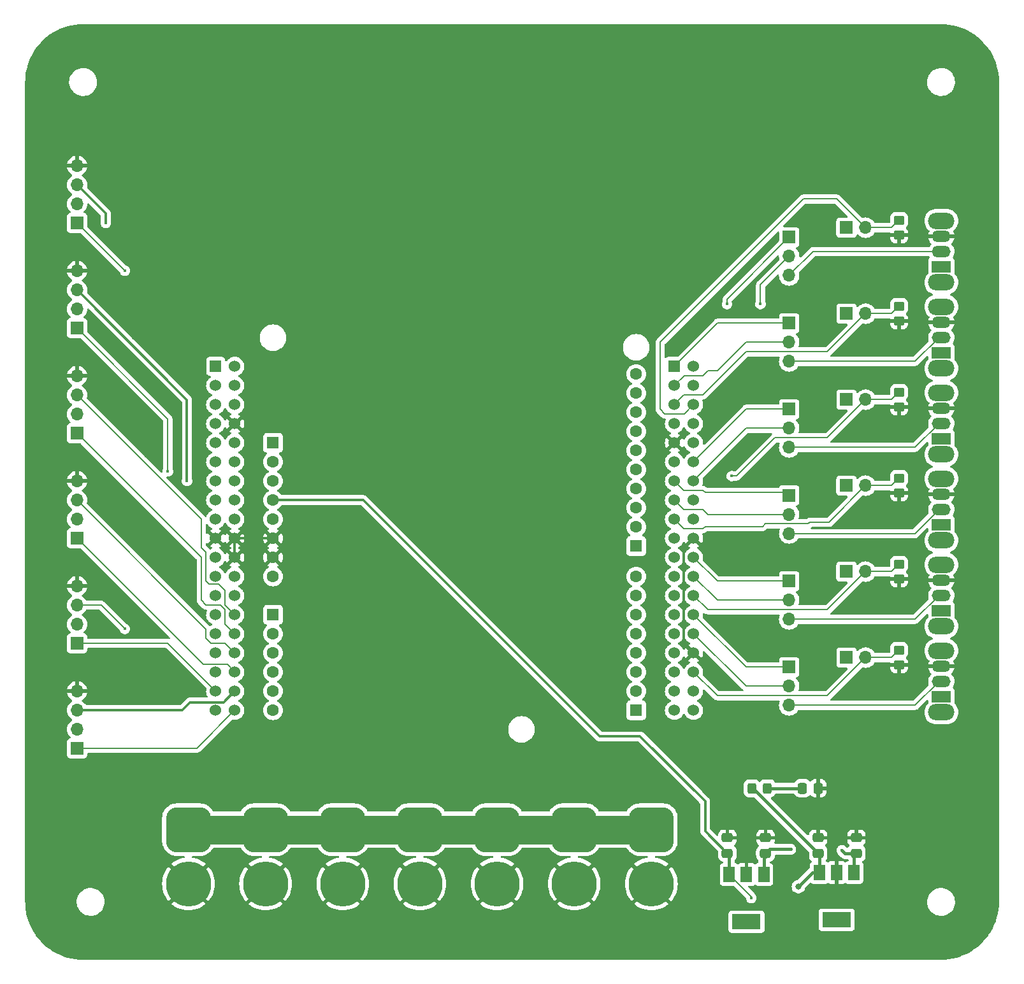
<source format=gbr>
%TF.GenerationSoftware,KiCad,Pcbnew,(7.0.0-0)*%
%TF.CreationDate,2023-11-04T22:02:25-07:00*%
%TF.ProjectId,master_node,6d617374-6572-45f6-9e6f-64652e6b6963,rev?*%
%TF.SameCoordinates,Original*%
%TF.FileFunction,Copper,L1,Top*%
%TF.FilePolarity,Positive*%
%FSLAX46Y46*%
G04 Gerber Fmt 4.6, Leading zero omitted, Abs format (unit mm)*
G04 Created by KiCad (PCBNEW (7.0.0-0)) date 2023-11-04 22:02:25*
%MOMM*%
%LPD*%
G01*
G04 APERTURE LIST*
G04 Aperture macros list*
%AMRoundRect*
0 Rectangle with rounded corners*
0 $1 Rounding radius*
0 $2 $3 $4 $5 $6 $7 $8 $9 X,Y pos of 4 corners*
0 Add a 4 corners polygon primitive as box body*
4,1,4,$2,$3,$4,$5,$6,$7,$8,$9,$2,$3,0*
0 Add four circle primitives for the rounded corners*
1,1,$1+$1,$2,$3*
1,1,$1+$1,$4,$5*
1,1,$1+$1,$6,$7*
1,1,$1+$1,$8,$9*
0 Add four rect primitives between the rounded corners*
20,1,$1+$1,$2,$3,$4,$5,0*
20,1,$1+$1,$4,$5,$6,$7,0*
20,1,$1+$1,$6,$7,$8,$9,0*
20,1,$1+$1,$8,$9,$2,$3,0*%
G04 Aperture macros list end*
%TA.AperFunction,ComponentPad*%
%ADD10O,3.500000X2.200000*%
%TD*%
%TA.AperFunction,ComponentPad*%
%ADD11R,2.500000X1.500000*%
%TD*%
%TA.AperFunction,ComponentPad*%
%ADD12O,2.500000X1.500000*%
%TD*%
%TA.AperFunction,ComponentPad*%
%ADD13RoundRect,1.500000X-1.500000X1.500000X-1.500000X-1.500000X1.500000X-1.500000X1.500000X1.500000X0*%
%TD*%
%TA.AperFunction,ComponentPad*%
%ADD14C,6.000000*%
%TD*%
%TA.AperFunction,SMDPad,CuDef*%
%ADD15RoundRect,0.250000X-0.475000X0.337500X-0.475000X-0.337500X0.475000X-0.337500X0.475000X0.337500X0*%
%TD*%
%TA.AperFunction,ComponentPad*%
%ADD16R,1.700000X1.700000*%
%TD*%
%TA.AperFunction,ComponentPad*%
%ADD17O,1.700000X1.700000*%
%TD*%
%TA.AperFunction,SMDPad,CuDef*%
%ADD18R,1.500000X2.000000*%
%TD*%
%TA.AperFunction,SMDPad,CuDef*%
%ADD19R,3.800000X2.000000*%
%TD*%
%TA.AperFunction,SMDPad,CuDef*%
%ADD20RoundRect,0.250000X-0.450000X0.350000X-0.450000X-0.350000X0.450000X-0.350000X0.450000X0.350000X0*%
%TD*%
%TA.AperFunction,SMDPad,CuDef*%
%ADD21RoundRect,0.250000X0.325000X0.450000X-0.325000X0.450000X-0.325000X-0.450000X0.325000X-0.450000X0*%
%TD*%
%TA.AperFunction,SMDPad,CuDef*%
%ADD22RoundRect,0.250000X0.475000X-0.337500X0.475000X0.337500X-0.475000X0.337500X-0.475000X-0.337500X0*%
%TD*%
%TA.AperFunction,ComponentPad*%
%ADD23C,1.530000*%
%TD*%
%TA.AperFunction,ComponentPad*%
%ADD24R,1.530000X1.530000*%
%TD*%
%TA.AperFunction,ComponentPad*%
%ADD25C,1.605000*%
%TD*%
%TA.AperFunction,ComponentPad*%
%ADD26R,1.605000X1.605000*%
%TD*%
%TA.AperFunction,SMDPad,CuDef*%
%ADD27RoundRect,0.250000X-0.337500X-0.475000X0.337500X-0.475000X0.337500X0.475000X-0.337500X0.475000X0*%
%TD*%
%TA.AperFunction,ViaPad*%
%ADD28C,0.400000*%
%TD*%
%TA.AperFunction,ViaPad*%
%ADD29C,0.800000*%
%TD*%
%TA.AperFunction,Conductor*%
%ADD30C,0.203200*%
%TD*%
%TA.AperFunction,Conductor*%
%ADD31C,0.304800*%
%TD*%
%TA.AperFunction,Conductor*%
%ADD32C,0.457200*%
%TD*%
%TA.AperFunction,Conductor*%
%ADD33C,3.810000*%
%TD*%
%TA.AperFunction,Conductor*%
%ADD34C,1.270000*%
%TD*%
G04 APERTURE END LIST*
D10*
%TO.P,SW2,*%
%TO.N,*%
X191039999Y-109509999D03*
X191039999Y-101309999D03*
D11*
%TO.P,SW2,1,A*%
%TO.N,+5V*%
X191039999Y-107409999D03*
D12*
%TO.P,SW2,2,B*%
%TO.N,Net-(J2-Pin_3)*%
X191039999Y-105409999D03*
%TO.P,SW2,3,C*%
%TO.N,GND*%
X191039999Y-103409999D03*
%TD*%
D13*
%TO.P,J15,1,Pin_1*%
%TO.N,+24V*%
X132000000Y-159400000D03*
D14*
%TO.P,J15,2,Pin_2*%
%TO.N,GND*%
X132000000Y-166600000D03*
%TD*%
D13*
%TO.P,J16,1,Pin_1*%
%TO.N,+24V*%
X121750000Y-159400000D03*
D14*
%TO.P,J16,2,Pin_2*%
%TO.N,GND*%
X121750000Y-166600000D03*
%TD*%
D15*
%TO.P,C4,1*%
%TO.N,GND*%
X179750000Y-160482500D03*
%TO.P,C4,2*%
%TO.N,+24V*%
X179750000Y-162557500D03*
%TD*%
D16*
%TO.P,J1,1,Pin_1*%
%TO.N,/X_Pulse*%
X170814999Y-80644999D03*
D17*
%TO.P,J1,2,Pin_2*%
%TO.N,/X_Dir*%
X170814999Y-83184999D03*
%TO.P,J1,3,Pin_3*%
%TO.N,Net-(J1-Pin_3)*%
X170814999Y-85724999D03*
%TD*%
D10*
%TO.P,SW5,*%
%TO.N,*%
X191039999Y-120939999D03*
X191039999Y-112739999D03*
D11*
%TO.P,SW5,1,A*%
%TO.N,+5V*%
X191039999Y-118839999D03*
D12*
%TO.P,SW5,2,B*%
%TO.N,Net-(J5-Pin_3)*%
X191039999Y-116839999D03*
%TO.P,SW5,3,C*%
%TO.N,GND*%
X191039999Y-114839999D03*
%TD*%
D13*
%TO.P,J14,1,Pin_1*%
%TO.N,+24V*%
X142250000Y-159400000D03*
D14*
%TO.P,J14,2,Pin_2*%
%TO.N,GND*%
X142250000Y-166600000D03*
%TD*%
D18*
%TO.P,U2,1,IN*%
%TO.N,+24V*%
X167444999Y-165354999D03*
%TO.P,U2,2,GND*%
%TO.N,GND*%
X165144999Y-165354999D03*
%TO.P,U2,3,OUT*%
%TO.N,+3.3V*%
X162844999Y-165354999D03*
D19*
%TO.P,U2,4*%
%TO.N,N/C*%
X165144999Y-171654999D03*
%TD*%
D15*
%TO.P,C2,1*%
%TO.N,GND*%
X167685000Y-160482500D03*
%TO.P,C2,2*%
%TO.N,+24V*%
X167685000Y-162557500D03*
%TD*%
D16*
%TO.P,J2,1,Pin_1*%
%TO.N,/Y_Pulse*%
X170814999Y-103504999D03*
D17*
%TO.P,J2,2,Pin_2*%
%TO.N,/Y_Dir*%
X170814999Y-106044999D03*
%TO.P,J2,3,Pin_3*%
%TO.N,Net-(J2-Pin_3)*%
X170814999Y-108584999D03*
%TD*%
D20*
%TO.P,R4,1*%
%TO.N,/Y_Home*%
X185420000Y-101235000D03*
%TO.P,R4,2*%
%TO.N,GND*%
X185420000Y-103235000D03*
%TD*%
D17*
%TO.P,J12,4,Pin_4*%
%TO.N,GND*%
X76199999Y-127009999D03*
%TO.P,J12,3,Pin_3*%
%TO.N,/R_A*%
X76199999Y-129549999D03*
%TO.P,J12,2,Pin_2*%
%TO.N,+5V*%
X76199999Y-132089999D03*
D16*
%TO.P,J12,1,Pin_1*%
%TO.N,/R_B*%
X76199999Y-134629999D03*
%TD*%
D13*
%TO.P,J18,1,Pin_1*%
%TO.N,+24V*%
X101250000Y-159400000D03*
D14*
%TO.P,J18,2,Pin_2*%
%TO.N,GND*%
X101250000Y-166600000D03*
%TD*%
D13*
%TO.P,J13,1,Pin_1*%
%TO.N,+24V*%
X152500000Y-159400000D03*
D14*
%TO.P,J13,2,Pin_2*%
%TO.N,GND*%
X152500000Y-166600000D03*
%TD*%
D16*
%TO.P,J4,1,Pin_1*%
%TO.N,/A1_Pulse*%
X170814999Y-92074999D03*
D17*
%TO.P,J4,2,Pin_2*%
%TO.N,/A1_Dir*%
X170814999Y-94614999D03*
%TO.P,J4,3,Pin_3*%
%TO.N,Net-(J4-Pin_3)*%
X170814999Y-97154999D03*
%TD*%
D13*
%TO.P,J19,1,Pin_1*%
%TO.N,+24V*%
X91000000Y-159400000D03*
D14*
%TO.P,J19,2,Pin_2*%
%TO.N,GND*%
X91000000Y-166600000D03*
%TD*%
D21*
%TO.P,D1,1,K*%
%TO.N,Net-(D1-K)*%
X167917500Y-153900000D03*
%TO.P,D1,2,A*%
%TO.N,+5V*%
X165867500Y-153900000D03*
%TD*%
D16*
%TO.P,J22,1,Pin_1*%
%TO.N,+3.3V*%
X178429999Y-125094999D03*
D17*
%TO.P,J22,2,Pin_2*%
%TO.N,/Z_Home*%
X180969999Y-125094999D03*
%TD*%
%TO.P,J7,4,Pin_4*%
%TO.N,GND*%
X76199999Y-113039999D03*
%TO.P,J7,3,Pin_3*%
%TO.N,/Y_A*%
X76199999Y-115579999D03*
%TO.P,J7,2,Pin_2*%
%TO.N,+5V*%
X76199999Y-118119999D03*
D16*
%TO.P,J7,1,Pin_1*%
%TO.N,/Y_B*%
X76199999Y-120659999D03*
%TD*%
D10*
%TO.P,SW6,*%
%TO.N,*%
X191039999Y-143799999D03*
X191039999Y-135599999D03*
D11*
%TO.P,SW6,1,A*%
%TO.N,+5V*%
X191039999Y-141699999D03*
D12*
%TO.P,SW6,2,B*%
%TO.N,Net-(J6-Pin_3)*%
X191039999Y-139699999D03*
%TO.P,SW6,3,C*%
%TO.N,GND*%
X191039999Y-137699999D03*
%TD*%
D17*
%TO.P,J8,4,Pin_4*%
%TO.N,GND*%
X76199999Y-99079999D03*
%TO.P,J8,3,Pin_3*%
%TO.N,/X_A*%
X76199999Y-101619999D03*
%TO.P,J8,2,Pin_2*%
%TO.N,+5V*%
X76199999Y-104159999D03*
D16*
%TO.P,J8,1,Pin_1*%
%TO.N,/X_B*%
X76199999Y-106699999D03*
%TD*%
D17*
%TO.P,J9,4,Pin_4*%
%TO.N,GND*%
X76199999Y-140969999D03*
%TO.P,J9,3,Pin_3*%
%TO.N,/Z_A*%
X76199999Y-143509999D03*
%TO.P,J9,2,Pin_2*%
%TO.N,+5V*%
X76199999Y-146049999D03*
D16*
%TO.P,J9,1,Pin_1*%
%TO.N,/Z_B*%
X76199999Y-148589999D03*
%TD*%
D18*
%TO.P,U3,1,IN*%
%TO.N,+24V*%
X179424999Y-165102499D03*
%TO.P,U3,2,GND*%
%TO.N,GND*%
X177124999Y-165102499D03*
%TO.P,U3,3,OUT*%
%TO.N,+5V*%
X174824999Y-165102499D03*
D19*
%TO.P,U3,4*%
%TO.N,N/C*%
X177124999Y-171402499D03*
%TD*%
D16*
%TO.P,J3,1,Pin_1*%
%TO.N,/Z_Pulse*%
X170814999Y-126364999D03*
D17*
%TO.P,J3,2,Pin_2*%
%TO.N,/Z_Dir*%
X170814999Y-128904999D03*
%TO.P,J3,3,Pin_3*%
%TO.N,Net-(J3-Pin_3)*%
X170814999Y-131444999D03*
%TD*%
D13*
%TO.P,J17,1,Pin_1*%
%TO.N,+24V*%
X111500000Y-159400000D03*
D14*
%TO.P,J17,2,Pin_2*%
%TO.N,GND*%
X111500000Y-166600000D03*
%TD*%
D22*
%TO.P,C1,1*%
%TO.N,+3.3V*%
X162605000Y-162557500D03*
%TO.P,C1,2*%
%TO.N,GND*%
X162605000Y-160482500D03*
%TD*%
D23*
%TO.P,U1,CN10_38*%
%TO.N,N/C*%
X158115000Y-143525000D03*
%TO.P,U1,CN10_37,PA3*%
%TO.N,unconnected-(U1B-PA3-PadCN10_37)*%
X155575000Y-143525000D03*
%TO.P,U1,CN10_36*%
%TO.N,N/C*%
X158115000Y-140985000D03*
%TO.P,U1,CN10_35,PA2*%
%TO.N,unconnected-(U1B-PA2-PadCN10_35)*%
X155575000Y-140985000D03*
%TO.P,U1,CN10_34,PC4*%
%TO.N,/R_Home*%
X158115000Y-138445000D03*
%TO.P,U1,CN10_33,PA10*%
%TO.N,unconnected-(U1B-PA10-PadCN10_33)*%
X155575000Y-138445000D03*
%TO.P,U1,CN10_32,AGND*%
%TO.N,GND*%
X158115000Y-135905000D03*
%TO.P,U1,CN10_31,PB3*%
%TO.N,unconnected-(U1B-PB3-PadCN10_31)*%
X155575000Y-135905000D03*
%TO.P,U1,CN10_30,PB13*%
%TO.N,/R_Dir*%
X158115000Y-133365000D03*
%TO.P,U1,CN10_29,PB5*%
%TO.N,unconnected-(U1B-PB5-PadCN10_29)*%
X155575000Y-133365000D03*
%TO.P,U1,CN10_28,PB14*%
%TO.N,/R_Pulse*%
X158115000Y-130825000D03*
%TO.P,U1,CN10_27,PB4*%
%TO.N,unconnected-(U1B-PB4-PadCN10_27)*%
X155575000Y-130825000D03*
%TO.P,U1,CN10_26,PB15*%
%TO.N,/Z_Home*%
X158115000Y-128285000D03*
%TO.P,U1,CN10_25,PB10*%
%TO.N,unconnected-(U1B-PB10-PadCN10_25)*%
X155575000Y-128285000D03*
%TO.P,U1,CN10_24,PB1*%
%TO.N,/Z_Dir*%
X158115000Y-125745000D03*
%TO.P,U1,CN10_23,PA8*%
%TO.N,unconnected-(U1B-PA8-PadCN10_23)*%
X155575000Y-125745000D03*
%TO.P,U1,CN10_22,PB2*%
%TO.N,/Z_Pulse*%
X158115000Y-123205000D03*
%TO.P,U1,CN10_21,PA9*%
%TO.N,unconnected-(U1B-PA9-PadCN10_21)*%
X155575000Y-123205000D03*
%TO.P,U1,CN10_20,CN10_GND*%
%TO.N,GND*%
X158115000Y-120665000D03*
%TO.P,U1,CN10_19,PC7*%
%TO.N,unconnected-(U1B-PC7-PadCN10_19)*%
X155575000Y-120665000D03*
%TO.P,U1,CN10_18*%
%TO.N,N/C*%
X158115000Y-118125000D03*
%TO.P,U1,CN10_17,PB6*%
%TO.N,/A2_Home*%
X155575000Y-118125000D03*
%TO.P,U1,CN10_16,PB12*%
%TO.N,/Y_Home*%
X158115000Y-115585000D03*
%TO.P,U1,CN10_15,PA7*%
%TO.N,/A2_Dir*%
X155575000Y-115585000D03*
%TO.P,U1,CN10_14,PA11*%
%TO.N,/Y_Dir*%
X158115000Y-113045000D03*
%TO.P,U1,CN10_13,PA6*%
%TO.N,/A2_Pulse*%
X155575000Y-113045000D03*
%TO.P,U1,CN10_12,PA12*%
%TO.N,/Y_Pulse*%
X158115000Y-110505000D03*
%TO.P,U1,CN10_11,PA5*%
%TO.N,/LED*%
X155575000Y-110505000D03*
%TO.P,U1,CN10_10*%
%TO.N,N/C*%
X158115000Y-107965000D03*
%TO.P,U1,CN10_9,CN10_GND*%
%TO.N,GND*%
X155575000Y-107965000D03*
%TO.P,U1,CN10_8,U5V*%
%TO.N,unconnected-(U1B-U5V-PadCN10_8)*%
X158115000Y-105425000D03*
%TO.P,U1,CN10_7,AVDD*%
%TO.N,/AVDD*%
X155575000Y-105425000D03*
%TO.P,U1,CN10_6,PC5*%
%TO.N,/X_Home*%
X158115000Y-102885000D03*
%TO.P,U1,CN10_5,PB9*%
%TO.N,/A1_Home*%
X155575000Y-102885000D03*
%TO.P,U1,CN10_4,PC6*%
%TO.N,/X_Dir*%
X158115000Y-100345000D03*
%TO.P,U1,CN10_3,PB8*%
%TO.N,/A1_Dir*%
X155575000Y-100345000D03*
%TO.P,U1,CN10_2,PC8*%
%TO.N,/X_Pulse*%
X158115000Y-97805000D03*
D24*
%TO.P,U1,CN10_1,PC9*%
%TO.N,/A1_Pulse*%
X155574999Y-97804999D03*
D25*
%TO.P,U1,CN9_8,D7*%
%TO.N,unconnected-(U1D-D7-PadCN9_8)*%
X150495000Y-125745000D03*
%TO.P,U1,CN9_7,D6*%
%TO.N,unconnected-(U1D-D6-PadCN9_7)*%
X150495000Y-128285000D03*
%TO.P,U1,CN9_6,D5*%
%TO.N,unconnected-(U1D-D5-PadCN9_6)*%
X150495000Y-130825000D03*
%TO.P,U1,CN9_5,D4*%
%TO.N,unconnected-(U1D-D4-PadCN9_5)*%
X150495000Y-133365000D03*
%TO.P,U1,CN9_4,D3*%
%TO.N,unconnected-(U1D-D3-PadCN9_4)*%
X150495000Y-135905000D03*
%TO.P,U1,CN9_3,D2*%
%TO.N,unconnected-(U1D-D2-PadCN9_3)*%
X150495000Y-138445000D03*
%TO.P,U1,CN9_2,D1*%
%TO.N,unconnected-(U1D-D1-PadCN9_2)*%
X150495000Y-140985000D03*
D26*
%TO.P,U1,CN9_1,D0*%
%TO.N,unconnected-(U1D-D0-PadCN9_1)*%
X150494999Y-143524999D03*
D25*
%TO.P,U1,CN8_6,A5*%
%TO.N,unconnected-(U1E-A5-PadCN8_6)*%
X102235000Y-143525000D03*
%TO.P,U1,CN8_5,A4*%
%TO.N,unconnected-(U1E-A4-PadCN8_5)*%
X102235000Y-140985000D03*
%TO.P,U1,CN8_4,A3*%
%TO.N,unconnected-(U1E-A3-PadCN8_4)*%
X102235000Y-138445000D03*
%TO.P,U1,CN8_3,A2*%
%TO.N,unconnected-(U1E-A2-PadCN8_3)*%
X102235000Y-135905000D03*
%TO.P,U1,CN8_2,A1*%
%TO.N,unconnected-(U1E-A1-PadCN8_2)*%
X102235000Y-133365000D03*
D26*
%TO.P,U1,CN8_1,A0*%
%TO.N,unconnected-(U1E-A0-PadCN8_1)*%
X102234999Y-130824999D03*
D23*
%TO.P,U1,CN7_38,PC0/PB8*%
%TO.N,/Z_B*%
X97155000Y-143525000D03*
%TO.P,U1,CN7_37,PC3*%
%TO.N,/R_A*%
X94615000Y-143525000D03*
%TO.P,U1,CN7_36,PC1/PB9*%
%TO.N,/Z_A*%
X97155000Y-140985000D03*
%TO.P,U1,CN7_35,PC2*%
%TO.N,/R_B*%
X94615000Y-140985000D03*
%TO.P,U1,CN7_34,PB0*%
%TO.N,/Y_B*%
X97155000Y-138445000D03*
%TO.P,U1,CN7_33,VBAT*%
%TO.N,/VBAT*%
X94615000Y-138445000D03*
%TO.P,U1,CN7_32,PA4*%
%TO.N,/Y_A*%
X97155000Y-135905000D03*
%TO.P,U1,CN7_31,PH1*%
%TO.N,unconnected-(U1A-PH1-PadCN7_31)*%
X94615000Y-135905000D03*
%TO.P,U1,CN7_30,PA1*%
%TO.N,/X_B*%
X97155000Y-133365000D03*
%TO.P,U1,CN7_29,PH0*%
%TO.N,unconnected-(U1A-PH0-PadCN7_29)*%
X94615000Y-133365000D03*
%TO.P,U1,CN7_28,PA0*%
%TO.N,/X_A*%
X97155000Y-130825000D03*
%TO.P,U1,CN7_27,PC15*%
%TO.N,/A1_A*%
X94615000Y-130825000D03*
%TO.P,U1,CN7_26*%
%TO.N,N/C*%
X97155000Y-128285000D03*
%TO.P,U1,CN7_25,PC14*%
%TO.N,/A1_B*%
X94615000Y-128285000D03*
%TO.P,U1,CN7_24,CN7_VIN*%
%TO.N,unconnected-(U1A-CN7_VIN-PadCN7_24)*%
X97155000Y-125745000D03*
%TO.P,U1,CN7_23,PC13*%
%TO.N,/A2_A*%
X94615000Y-125745000D03*
%TO.P,U1,CN7_22,CN7_GND*%
%TO.N,GND*%
X97155000Y-123205000D03*
%TO.P,U1,CN7_21,PB7*%
%TO.N,/A2_B*%
X94615000Y-123205000D03*
%TO.P,U1,CN7_20,CN7_GND*%
%TO.N,GND*%
X97155000Y-120665000D03*
%TO.P,U1,CN7_19,CN7_GND*%
X94615000Y-120665000D03*
%TO.P,U1,CN7_18,CN7_+5V*%
%TO.N,unconnected-(U1A-CN7_+5V-PadCN7_18)*%
X97155000Y-118125000D03*
%TO.P,U1,CN7_17,PA15*%
%TO.N,unconnected-(U1A-PA15-PadCN7_17)*%
X94615000Y-118125000D03*
%TO.P,U1,CN7_16,CN7_+3V3*%
%TO.N,unconnected-(U1A-CN7_+3V3-PadCN7_16)*%
X97155000Y-115585000D03*
%TO.P,U1,CN7_15,PA14*%
%TO.N,unconnected-(U1A-PA14-PadCN7_15)*%
X94615000Y-115585000D03*
%TO.P,U1,CN7_14,CN7_RESET*%
%TO.N,unconnected-(U1A-CN7_RESET-PadCN7_14)*%
X97155000Y-113045000D03*
%TO.P,U1,CN7_13,PA13*%
%TO.N,unconnected-(U1A-PA13-PadCN7_13)*%
X94615000Y-113045000D03*
%TO.P,U1,CN7_12,CN7_IOREF*%
%TO.N,unconnected-(U1A-CN7_IOREF-PadCN7_12)*%
X97155000Y-110505000D03*
%TO.P,U1,CN7_11*%
%TO.N,N/C*%
X94615000Y-110505000D03*
%TO.P,U1,CN7_10*%
X97155000Y-107965000D03*
%TO.P,U1,CN7_9*%
X94615000Y-107965000D03*
%TO.P,U1,CN7_8,CN7_GND*%
%TO.N,GND*%
X97155000Y-105425000D03*
%TO.P,U1,CN7_7,BOOT0*%
%TO.N,unconnected-(U1A-BOOT0-PadCN7_7)*%
X94615000Y-105425000D03*
%TO.P,U1,CN7_6,E5V*%
%TO.N,/E5V*%
X97155000Y-102885000D03*
%TO.P,U1,CN7_5,VDD*%
%TO.N,unconnected-(U1A-VDD-PadCN7_5)*%
X94615000Y-102885000D03*
%TO.P,U1,CN7_4,PD2*%
%TO.N,unconnected-(U1A-PD2-PadCN7_4)*%
X97155000Y-100345000D03*
%TO.P,U1,CN7_3,PC12*%
%TO.N,unconnected-(U1A-PC12-PadCN7_3)*%
X94615000Y-100345000D03*
%TO.P,U1,CN7_2,PC11*%
%TO.N,unconnected-(U1A-PC11-PadCN7_2)*%
X97155000Y-97805000D03*
D24*
%TO.P,U1,CN7_1,PC10*%
%TO.N,unconnected-(U1A-PC10-PadCN7_1)*%
X94614999Y-97804999D03*
D25*
%TO.P,U1,CN6_8,CN6_VIN*%
%TO.N,unconnected-(U1C-CN6_VIN-PadCN6_8)*%
X102235000Y-125745000D03*
%TO.P,U1,CN6_7,CN6_GND*%
%TO.N,GND*%
X102235000Y-123205000D03*
%TO.P,U1,CN6_6,CN6_GND*%
X102235000Y-120665000D03*
%TO.P,U1,CN6_5,CN6_+5V*%
%TO.N,unconnected-(U1C-CN6_+5V-PadCN6_5)*%
X102235000Y-118125000D03*
%TO.P,U1,CN6_4,CN6_+3V3*%
%TO.N,+3.3V*%
X102235000Y-115585000D03*
%TO.P,U1,CN6_3,CN6_RESET*%
%TO.N,unconnected-(U1C-CN6_RESET-PadCN6_3)*%
X102235000Y-113045000D03*
%TO.P,U1,CN6_2,CN6_IOREF*%
%TO.N,unconnected-(U1C-CN6_IOREF-PadCN6_2)*%
X102235000Y-110505000D03*
D26*
%TO.P,U1,CN6_1*%
%TO.N,N/C*%
X102234999Y-107964999D03*
D25*
%TO.P,U1,CN5_10,D15*%
%TO.N,unconnected-(U1F-D15-PadCN5_10)*%
X150495000Y-98825000D03*
%TO.P,U1,CN5_9,D14*%
%TO.N,unconnected-(U1F-D14-PadCN5_9)*%
X150495000Y-101365000D03*
%TO.P,U1,CN5_8,AREF*%
%TO.N,unconnected-(U1F-AREF-PadCN5_8)*%
X150495000Y-103905000D03*
%TO.P,U1,CN5_7,CN5_GND*%
%TO.N,unconnected-(U1F-CN5_GND-PadCN5_7)*%
X150495000Y-106445000D03*
%TO.P,U1,CN5_6,D13*%
%TO.N,unconnected-(U1F-D13-PadCN5_6)*%
X150495000Y-108985000D03*
%TO.P,U1,CN5_5,D12*%
%TO.N,unconnected-(U1F-D12-PadCN5_5)*%
X150495000Y-111525000D03*
%TO.P,U1,CN5_4,D11*%
%TO.N,unconnected-(U1F-D11-PadCN5_4)*%
X150495000Y-114065000D03*
%TO.P,U1,CN5_3,D10*%
%TO.N,unconnected-(U1F-D10-PadCN5_3)*%
X150495000Y-116605000D03*
%TO.P,U1,CN5_2,D9*%
%TO.N,unconnected-(U1F-D9-PadCN5_2)*%
X150495000Y-119145000D03*
D26*
%TO.P,U1,CN5_1,D8*%
%TO.N,unconnected-(U1F-D8-PadCN5_1)*%
X150494999Y-121684999D03*
%TD*%
D16*
%TO.P,J21,1,Pin_1*%
%TO.N,+3.3V*%
X178434999Y-102234999D03*
D17*
%TO.P,J21,2,Pin_2*%
%TO.N,/Y_Home*%
X180974999Y-102234999D03*
%TD*%
D10*
%TO.P,SW3,*%
%TO.N,*%
X191039999Y-98079999D03*
X191039999Y-89879999D03*
D11*
%TO.P,SW3,1,A*%
%TO.N,+5V*%
X191039999Y-95979999D03*
D12*
%TO.P,SW3,2,B*%
%TO.N,Net-(J4-Pin_3)*%
X191039999Y-93979999D03*
%TO.P,SW3,3,C*%
%TO.N,GND*%
X191039999Y-91979999D03*
%TD*%
D20*
%TO.P,R7,1*%
%TO.N,/A2_Home*%
X185420000Y-112665000D03*
%TO.P,R7,2*%
%TO.N,GND*%
X185420000Y-114665000D03*
%TD*%
D16*
%TO.P,J23,1,Pin_1*%
%TO.N,+3.3V*%
X178434999Y-90804999D03*
D17*
%TO.P,J23,2,Pin_2*%
%TO.N,/A1_Home*%
X180974999Y-90804999D03*
%TD*%
D16*
%TO.P,J25,1,Pin_1*%
%TO.N,+3.3V*%
X178434999Y-136524999D03*
D17*
%TO.P,J25,2,Pin_2*%
%TO.N,/R_Home*%
X180974999Y-136524999D03*
%TD*%
D10*
%TO.P,SW1,*%
%TO.N,*%
X191039999Y-86649999D03*
X191039999Y-78449999D03*
D11*
%TO.P,SW1,1,A*%
%TO.N,+5V*%
X191039999Y-84549999D03*
D12*
%TO.P,SW1,2,B*%
%TO.N,Net-(J1-Pin_3)*%
X191039999Y-82549999D03*
%TO.P,SW1,3,C*%
%TO.N,GND*%
X191039999Y-80549999D03*
%TD*%
D20*
%TO.P,R5,1*%
%TO.N,/A1_Home*%
X185420000Y-89805000D03*
%TO.P,R5,2*%
%TO.N,GND*%
X185420000Y-91805000D03*
%TD*%
D16*
%TO.P,J5,1,Pin_1*%
%TO.N,/A2_Pulse*%
X170814999Y-114949999D03*
D17*
%TO.P,J5,2,Pin_2*%
%TO.N,/A2_Dir*%
X170814999Y-117489999D03*
%TO.P,J5,3,Pin_3*%
%TO.N,Net-(J5-Pin_3)*%
X170814999Y-120029999D03*
%TD*%
D16*
%TO.P,J6,1,Pin_1*%
%TO.N,/R_Pulse*%
X170814999Y-137794999D03*
D17*
%TO.P,J6,2,Pin_2*%
%TO.N,/R_Dir*%
X170814999Y-140334999D03*
%TO.P,J6,3,Pin_3*%
%TO.N,Net-(J6-Pin_3)*%
X170814999Y-142874999D03*
%TD*%
D20*
%TO.P,R3,1*%
%TO.N,/Z_Home*%
X185420000Y-124095000D03*
%TO.P,R3,2*%
%TO.N,GND*%
X185420000Y-126095000D03*
%TD*%
D17*
%TO.P,J11,4,Pin_4*%
%TO.N,GND*%
X76199999Y-85099999D03*
%TO.P,J11,3,Pin_3*%
%TO.N,/A2_A*%
X76199999Y-87639999D03*
%TO.P,J11,2,Pin_2*%
%TO.N,+5V*%
X76199999Y-90179999D03*
D16*
%TO.P,J11,1,Pin_1*%
%TO.N,/A2_B*%
X76199999Y-92719999D03*
%TD*%
D22*
%TO.P,C3,1*%
%TO.N,+5V*%
X174670000Y-162557500D03*
%TO.P,C3,2*%
%TO.N,GND*%
X174670000Y-160482500D03*
%TD*%
D27*
%TO.P,R1,1*%
%TO.N,Net-(D1-K)*%
X172595000Y-153900000D03*
%TO.P,R1,2*%
%TO.N,GND*%
X174670000Y-153900000D03*
%TD*%
D20*
%TO.P,R2,1*%
%TO.N,/X_Home*%
X185420000Y-78375000D03*
%TO.P,R2,2*%
%TO.N,GND*%
X185420000Y-80375000D03*
%TD*%
D10*
%TO.P,SW4,*%
%TO.N,*%
X191039999Y-132369999D03*
X191039999Y-124169999D03*
D11*
%TO.P,SW4,1,A*%
%TO.N,+5V*%
X191039999Y-130269999D03*
D12*
%TO.P,SW4,2,B*%
%TO.N,Net-(J3-Pin_3)*%
X191039999Y-128269999D03*
%TO.P,SW4,3,C*%
%TO.N,GND*%
X191039999Y-126269999D03*
%TD*%
D17*
%TO.P,J10,4,Pin_4*%
%TO.N,GND*%
X76199999Y-71129999D03*
%TO.P,J10,3,Pin_3*%
%TO.N,/A1_A*%
X76199999Y-73669999D03*
%TO.P,J10,2,Pin_2*%
%TO.N,+5V*%
X76199999Y-76209999D03*
D16*
%TO.P,J10,1,Pin_1*%
%TO.N,/A1_B*%
X76199999Y-78749999D03*
%TD*%
%TO.P,J20,1,Pin_1*%
%TO.N,+3.3V*%
X178429999Y-79374999D03*
D17*
%TO.P,J20,2,Pin_2*%
%TO.N,/X_Home*%
X180969999Y-79374999D03*
%TD*%
D20*
%TO.P,R6,1*%
%TO.N,/R_Home*%
X185420000Y-135525000D03*
%TO.P,R6,2*%
%TO.N,GND*%
X185420000Y-137525000D03*
%TD*%
D16*
%TO.P,J24,1,Pin_1*%
%TO.N,+3.3V*%
X178429999Y-113664999D03*
D17*
%TO.P,J24,2,Pin_2*%
%TO.N,/A2_Home*%
X180969999Y-113664999D03*
%TD*%
D28*
%TO.N,+3.3V*%
X165780000Y-168505000D03*
%TO.N,/X_Pulse*%
X162560000Y-89535000D03*
%TO.N,/X_Dir*%
X167005000Y-89535000D03*
D29*
%TO.N,+5V*%
X172045000Y-166982500D03*
D28*
%TO.N,/A2_A*%
X90805000Y-113030000D03*
%TO.N,/A2_B*%
X88265000Y-111760000D03*
%TO.N,/A1_A*%
X80010000Y-78740000D03*
%TO.N,/A1_B*%
X82550000Y-85090000D03*
%TO.N,/R_A*%
X82550000Y-132715000D03*
%TO.N,+24V*%
X171000000Y-162000000D03*
X177845000Y-162155000D03*
%TO.N,/Y_Home*%
X163195000Y-112395000D03*
%TD*%
D30*
%TO.N,+3.3V*%
X165780000Y-168290000D02*
X162845000Y-165355000D01*
D31*
X151000000Y-147000000D02*
X159650000Y-155650000D01*
X114201452Y-115585000D02*
X145616452Y-147000000D01*
D32*
X162845000Y-162797500D02*
X162605000Y-162557500D01*
D31*
X102235000Y-115585000D02*
X114201452Y-115585000D01*
D30*
X165780000Y-168505000D02*
X165780000Y-168290000D01*
D31*
X159650000Y-155650000D02*
X159650000Y-159602500D01*
D32*
X162845000Y-165355000D02*
X162845000Y-162797500D01*
D31*
X145616452Y-147000000D02*
X151000000Y-147000000D01*
X159650000Y-159602500D02*
X162605000Y-162557500D01*
%TO.N,GND*%
X97155000Y-120665000D02*
X97155000Y-123205000D01*
X156845000Y-121920000D02*
X156860000Y-121920000D01*
X97155000Y-123205000D02*
X94615000Y-120665000D01*
D30*
X165145000Y-161145000D02*
X164482500Y-160482500D01*
D31*
X158115000Y-135905000D02*
X156845000Y-134635000D01*
D30*
X164482500Y-160482500D02*
X162605000Y-160482500D01*
D31*
X156860000Y-121920000D02*
X158115000Y-120665000D01*
D30*
X165145000Y-165355000D02*
X165145000Y-161145000D01*
D31*
X97155000Y-120665000D02*
X102235000Y-120665000D01*
X156845000Y-134635000D02*
X156845000Y-121920000D01*
D30*
%TO.N,Net-(J1-Pin_3)*%
X173990000Y-82550000D02*
X191040000Y-82550000D01*
X170815000Y-85725000D02*
X173990000Y-82550000D01*
D32*
%TO.N,Net-(D1-K)*%
X167917500Y-153900000D02*
X172595000Y-153900000D01*
D30*
%TO.N,/X_Pulse*%
X162560000Y-88900000D02*
X162560000Y-89535000D01*
X170815000Y-80645000D02*
X162560000Y-88900000D01*
%TO.N,/X_Dir*%
X167005000Y-86995000D02*
X167005000Y-89535000D01*
X170815000Y-83185000D02*
X167005000Y-86995000D01*
%TO.N,/X_Home*%
X184420000Y-79375000D02*
X185420000Y-78375000D01*
X154305000Y-104140000D02*
X156860000Y-104140000D01*
X177160000Y-75565000D02*
X172720000Y-75565000D01*
X153670000Y-94615000D02*
X153670000Y-103505000D01*
X172720000Y-75565000D02*
X153670000Y-94615000D01*
X180970000Y-79375000D02*
X184420000Y-79375000D01*
X156860000Y-104140000D02*
X158115000Y-102885000D01*
X153670000Y-103505000D02*
X154305000Y-104140000D01*
X180970000Y-79375000D02*
X177160000Y-75565000D01*
%TO.N,/Y_Pulse*%
X170815000Y-103505000D02*
X165115000Y-103505000D01*
X165115000Y-103505000D02*
X158115000Y-110505000D01*
%TO.N,/Y_Dir*%
X165115000Y-106045000D02*
X158115000Y-113045000D01*
X170815000Y-106045000D02*
X165115000Y-106045000D01*
%TO.N,Net-(J2-Pin_3)*%
X170815000Y-108585000D02*
X187541710Y-108585000D01*
X190716710Y-105410000D02*
X191040000Y-105410000D01*
X187541710Y-108585000D02*
X190716710Y-105410000D01*
%TO.N,/Z_Pulse*%
X170815000Y-126365000D02*
X161275000Y-126365000D01*
X161275000Y-126365000D02*
X158115000Y-123205000D01*
%TO.N,/Z_Dir*%
X161275000Y-128905000D02*
X158115000Y-125745000D01*
X170815000Y-128905000D02*
X161275000Y-128905000D01*
%TO.N,Net-(J3-Pin_3)*%
X190716710Y-128270000D02*
X191040000Y-128270000D01*
X187541710Y-131445000D02*
X190716710Y-128270000D01*
X170815000Y-131445000D02*
X187541710Y-131445000D01*
%TO.N,/A1_Pulse*%
X170815000Y-92075000D02*
X161305000Y-92075000D01*
X161305000Y-92075000D02*
X155575000Y-97805000D01*
%TO.N,/A1_Dir*%
X160020000Y-98425000D02*
X159385000Y-99060000D01*
X156860000Y-99060000D02*
X155575000Y-100345000D01*
X161290000Y-98425000D02*
X160020000Y-98425000D01*
X165100000Y-94615000D02*
X161290000Y-98425000D01*
X159385000Y-99060000D02*
X156860000Y-99060000D01*
X170815000Y-94615000D02*
X165100000Y-94615000D01*
%TO.N,Net-(J4-Pin_3)*%
X190716710Y-93980000D02*
X191040000Y-93980000D01*
X187541710Y-97155000D02*
X190716710Y-93980000D01*
X170815000Y-97155000D02*
X187541710Y-97155000D01*
%TO.N,/A2_Pulse*%
X159676400Y-114591400D02*
X159385000Y-114300000D01*
X170815000Y-114950000D02*
X170456400Y-114591400D01*
X170456400Y-114591400D02*
X159676400Y-114591400D01*
X159385000Y-114300000D02*
X156830000Y-114300000D01*
X156830000Y-114300000D02*
X155575000Y-113045000D01*
%TO.N,/A2_Dir*%
X160035000Y-117490000D02*
X159385000Y-116840000D01*
X170815000Y-117490000D02*
X160035000Y-117490000D01*
X156830000Y-116840000D02*
X155575000Y-115585000D01*
X159385000Y-116840000D02*
X156830000Y-116840000D01*
%TO.N,Net-(J5-Pin_3)*%
X187526710Y-120030000D02*
X190716710Y-116840000D01*
X170815000Y-120030000D02*
X187526710Y-120030000D01*
X190716710Y-116840000D02*
X191040000Y-116840000D01*
%TO.N,/R_Pulse*%
X165085000Y-137795000D02*
X158115000Y-130825000D01*
X170815000Y-137795000D02*
X165085000Y-137795000D01*
%TO.N,/R_Dir*%
X165085000Y-140335000D02*
X158115000Y-133365000D01*
X170815000Y-140335000D02*
X165085000Y-140335000D01*
%TO.N,Net-(J6-Pin_3)*%
X190716710Y-139700000D02*
X191040000Y-139700000D01*
X170815000Y-142875000D02*
X187541710Y-142875000D01*
X187541710Y-142875000D02*
X190716710Y-139700000D01*
D32*
%TO.N,+5V*%
X173925000Y-165102500D02*
X172045000Y-166982500D01*
X174825000Y-165102500D02*
X173925000Y-165102500D01*
X174825000Y-165102500D02*
X174825000Y-162712500D01*
X174825000Y-162712500D02*
X174670000Y-162557500D01*
X166012500Y-153900000D02*
X165867500Y-153900000D01*
X174670000Y-162557500D02*
X166012500Y-153900000D01*
D30*
%TO.N,/Y_A*%
X93345000Y-132725000D02*
X93345000Y-133985000D01*
X95885000Y-134635000D02*
X97155000Y-135905000D01*
X93980000Y-134620000D02*
X95885000Y-134620000D01*
X95885000Y-134620000D02*
X95885000Y-134635000D01*
X93345000Y-133985000D02*
X93980000Y-134620000D01*
X76200000Y-115580000D02*
X93345000Y-132725000D01*
%TO.N,/Y_B*%
X96161400Y-137451400D02*
X97155000Y-138445000D01*
X92991400Y-137451400D02*
X96161400Y-137451400D01*
X76200000Y-120660000D02*
X92991400Y-137451400D01*
%TO.N,/X_A*%
X94988600Y-126738600D02*
X93718600Y-126738600D01*
X92710000Y-121920000D02*
X92710000Y-118130000D01*
X95885000Y-129555000D02*
X95885000Y-127635000D01*
X93345000Y-122555000D02*
X92710000Y-121920000D01*
X93345000Y-126365000D02*
X93345000Y-122555000D01*
X92710000Y-118130000D02*
X76200000Y-101620000D01*
X95885000Y-127635000D02*
X94988600Y-126738600D01*
X93718600Y-126738600D02*
X93345000Y-126365000D01*
X97155000Y-130825000D02*
X95885000Y-129555000D01*
%TO.N,/X_B*%
X93345000Y-129540000D02*
X95250000Y-129540000D01*
X95885000Y-130175000D02*
X95885000Y-132095000D01*
X95885000Y-132095000D02*
X97155000Y-133365000D01*
X76200000Y-106700000D02*
X92710000Y-123210000D01*
X95250000Y-129540000D02*
X95885000Y-130175000D01*
X92710000Y-128905000D02*
X93345000Y-129540000D01*
X92710000Y-123210000D02*
X92710000Y-128905000D01*
D31*
%TO.N,/Z_A*%
X95659400Y-142480600D02*
X97155000Y-140985000D01*
X91199400Y-142480600D02*
X95659400Y-142480600D01*
X90170000Y-143510000D02*
X91199400Y-142480600D01*
X76200000Y-143510000D02*
X90170000Y-143510000D01*
D30*
%TO.N,/Z_B*%
X92090000Y-148590000D02*
X97155000Y-143525000D01*
X76200000Y-148590000D02*
X92090000Y-148590000D01*
D31*
%TO.N,/A2_A*%
X90805000Y-102245000D02*
X90805000Y-113030000D01*
X76200000Y-87640000D02*
X90805000Y-102245000D01*
D30*
%TO.N,/A2_B*%
X88265000Y-104785000D02*
X88265000Y-111760000D01*
X76200000Y-92720000D02*
X88265000Y-104785000D01*
D31*
%TO.N,/A1_A*%
X76200000Y-73670000D02*
X80010000Y-77480000D01*
X80010000Y-77480000D02*
X80010000Y-78740000D01*
D30*
%TO.N,/A1_B*%
X82540000Y-85090000D02*
X82550000Y-85090000D01*
X76200000Y-78750000D02*
X82540000Y-85090000D01*
%TO.N,/R_A*%
X79385000Y-129550000D02*
X82550000Y-132715000D01*
X76200000Y-129550000D02*
X79385000Y-129550000D01*
%TO.N,/R_B*%
X76200000Y-134630000D02*
X88260000Y-134630000D01*
X88260000Y-134630000D02*
X94615000Y-140985000D01*
D33*
%TO.N,+24V*%
X101250000Y-159400000D02*
X111500000Y-159400000D01*
D32*
X178247500Y-162557500D02*
X177845000Y-162155000D01*
D34*
X167516314Y-162557500D02*
X167685000Y-162557500D01*
D33*
X91000000Y-159400000D02*
X101250000Y-159400000D01*
X142250000Y-159400000D02*
X152500000Y-159400000D01*
D32*
X179425000Y-165102500D02*
X179425000Y-162882500D01*
X171000000Y-162000000D02*
X168242500Y-162000000D01*
X167445000Y-162797500D02*
X167685000Y-162557500D01*
X168242500Y-162000000D02*
X167685000Y-162557500D01*
D33*
X132000000Y-159400000D02*
X142250000Y-159400000D01*
X111500000Y-159400000D02*
X121750000Y-159400000D01*
D32*
X167445000Y-165355000D02*
X167445000Y-162797500D01*
X179750000Y-162557500D02*
X178247500Y-162557500D01*
X179425000Y-162882500D02*
X179750000Y-162557500D01*
D33*
X121750000Y-159400000D02*
X132000000Y-159400000D01*
D30*
%TO.N,/Y_Home*%
X180975000Y-102235000D02*
X184420000Y-102235000D01*
X184420000Y-102235000D02*
X185420000Y-101235000D01*
X163830000Y-112395000D02*
X163195000Y-112395000D01*
X175895000Y-107315000D02*
X168910000Y-107315000D01*
X180975000Y-102235000D02*
X175895000Y-107315000D01*
X168910000Y-107315000D02*
X163830000Y-112395000D01*
%TO.N,/Z_Home*%
X180970000Y-125095000D02*
X175890000Y-130175000D01*
X180970000Y-125095000D02*
X184420000Y-125095000D01*
X160005000Y-130175000D02*
X158115000Y-128285000D01*
X175890000Y-130175000D02*
X160005000Y-130175000D01*
X184420000Y-125095000D02*
X185420000Y-124095000D01*
%TO.N,/A1_Home*%
X184420000Y-90805000D02*
X185420000Y-89805000D01*
X156845000Y-101615000D02*
X155575000Y-102885000D01*
X156845000Y-101600000D02*
X156845000Y-101615000D01*
X159385000Y-101600000D02*
X156860000Y-101600000D01*
X175895000Y-95885000D02*
X165100000Y-95885000D01*
X180975000Y-90805000D02*
X184420000Y-90805000D01*
X156860000Y-101600000D02*
X156845000Y-101615000D01*
X180975000Y-90805000D02*
X175895000Y-95885000D01*
X165100000Y-95885000D02*
X159385000Y-101600000D01*
%TO.N,/A2_Home*%
X176071056Y-118563944D02*
X173536056Y-118563944D01*
X173355000Y-118745000D02*
X167640000Y-118745000D01*
X159646400Y-119118600D02*
X159385000Y-119380000D01*
X173536056Y-118563944D02*
X173355000Y-118745000D01*
X184420000Y-113665000D02*
X185420000Y-112665000D01*
X167640000Y-118745000D02*
X167266400Y-119118600D01*
X180970000Y-113665000D02*
X184420000Y-113665000D01*
X180970000Y-113665000D02*
X176071056Y-118563944D01*
X167266400Y-119118600D02*
X159646400Y-119118600D01*
X156830000Y-119380000D02*
X155575000Y-118125000D01*
X159385000Y-119380000D02*
X156830000Y-119380000D01*
%TO.N,/R_Home*%
X184420000Y-136525000D02*
X185420000Y-135525000D01*
X180975000Y-136525000D02*
X175895000Y-141605000D01*
X180975000Y-136525000D02*
X184420000Y-136525000D01*
X175895000Y-141605000D02*
X161275000Y-141605000D01*
X161275000Y-141605000D02*
X158115000Y-138445000D01*
%TD*%
%TA.AperFunction,Conductor*%
%TO.N,GND*%
G36*
X156911625Y-133824732D02*
G01*
X156957382Y-133876908D01*
X157007785Y-133985000D01*
X157014858Y-134000167D01*
X157017965Y-134004604D01*
X157138762Y-134177120D01*
X157138765Y-134177124D01*
X157141868Y-134181555D01*
X157298445Y-134338132D01*
X157479833Y-134465142D01*
X157554643Y-134500026D01*
X157603682Y-134522893D01*
X157655858Y-134568649D01*
X157675278Y-134635274D01*
X157655859Y-134701900D01*
X157603683Y-134747657D01*
X157484992Y-134803004D01*
X157475647Y-134808399D01*
X157425780Y-134843315D01*
X157418347Y-134851426D01*
X157424258Y-134860705D01*
X159159290Y-136595737D01*
X159168573Y-136601651D01*
X159176682Y-136594220D01*
X159211605Y-136544345D01*
X159216993Y-136535013D01*
X159305962Y-136344217D01*
X159309654Y-136334075D01*
X159364139Y-136130730D01*
X159366011Y-136120113D01*
X159384360Y-135910395D01*
X159384360Y-135899606D01*
X159374383Y-135785579D01*
X159383768Y-135726321D01*
X159419875Y-135678405D01*
X159474250Y-135653049D01*
X159534165Y-135656189D01*
X159585592Y-135687090D01*
X164625599Y-140727097D01*
X164636293Y-140739291D01*
X164650629Y-140757973D01*
X164655578Y-140764422D01*
X164676563Y-140780524D01*
X164714356Y-140828464D01*
X164724695Y-140888628D01*
X164705072Y-140946435D01*
X164660245Y-140987873D01*
X164601077Y-141002900D01*
X161575760Y-141002900D01*
X161528307Y-140993461D01*
X161488079Y-140966581D01*
X159378841Y-138857343D01*
X159346747Y-138801755D01*
X159346748Y-138737567D01*
X159357780Y-138696399D01*
X159366035Y-138665591D01*
X159385334Y-138445000D01*
X159366035Y-138224409D01*
X159364310Y-138217973D01*
X159310122Y-138015741D01*
X159310121Y-138015740D01*
X159308723Y-138010520D01*
X159215142Y-137809833D01*
X159088132Y-137628445D01*
X158931555Y-137471868D01*
X158927124Y-137468765D01*
X158927120Y-137468762D01*
X158754604Y-137347965D01*
X158754605Y-137347965D01*
X158750167Y-137344858D01*
X158626315Y-137287105D01*
X158574140Y-137241349D01*
X158554721Y-137174724D01*
X158574141Y-137108099D01*
X158626317Y-137062342D01*
X158745009Y-137006995D01*
X158754345Y-137001605D01*
X158804220Y-136966682D01*
X158811651Y-136958573D01*
X158805737Y-136949290D01*
X158126542Y-136270095D01*
X158115000Y-136263431D01*
X158103457Y-136270095D01*
X157424258Y-136949293D01*
X157418347Y-136958572D01*
X157425780Y-136966683D01*
X157475644Y-137001598D01*
X157484994Y-137006996D01*
X157603683Y-137062342D01*
X157655858Y-137108099D01*
X157675278Y-137174724D01*
X157655859Y-137241349D01*
X157603683Y-137287106D01*
X157484743Y-137342568D01*
X157484738Y-137342570D01*
X157479833Y-137344858D01*
X157475399Y-137347962D01*
X157475395Y-137347965D01*
X157302879Y-137468762D01*
X157302869Y-137468769D01*
X157298445Y-137471868D01*
X157294619Y-137475693D01*
X157294613Y-137475699D01*
X157145699Y-137624613D01*
X157145693Y-137624619D01*
X157141868Y-137628445D01*
X157138769Y-137632869D01*
X157138762Y-137632879D01*
X157017965Y-137805395D01*
X157017962Y-137805399D01*
X157014858Y-137809833D01*
X157012570Y-137814738D01*
X157012568Y-137814743D01*
X156957382Y-137933092D01*
X156911625Y-137985268D01*
X156845000Y-138004687D01*
X156778375Y-137985268D01*
X156732618Y-137933092D01*
X156707948Y-137880187D01*
X156675142Y-137809833D01*
X156548132Y-137628445D01*
X156391555Y-137471868D01*
X156387124Y-137468765D01*
X156387120Y-137468762D01*
X156214604Y-137347965D01*
X156214605Y-137347965D01*
X156210167Y-137344858D01*
X156086907Y-137287381D01*
X156034732Y-137241625D01*
X156015312Y-137175000D01*
X156034732Y-137108375D01*
X156086908Y-137062618D01*
X156087500Y-137062342D01*
X156210167Y-137005142D01*
X156391555Y-136878132D01*
X156548132Y-136721555D01*
X156675142Y-136540167D01*
X156732895Y-136416312D01*
X156778649Y-136364141D01*
X156845274Y-136344721D01*
X156911900Y-136364140D01*
X156957657Y-136416316D01*
X157013003Y-136535005D01*
X157018401Y-136544355D01*
X157053314Y-136594217D01*
X157061427Y-136601651D01*
X157070705Y-136595740D01*
X157749904Y-135916542D01*
X157756568Y-135904999D01*
X157749904Y-135893457D01*
X157070705Y-135214258D01*
X157061426Y-135208347D01*
X157053315Y-135215780D01*
X157018399Y-135265647D01*
X157013004Y-135274992D01*
X156957657Y-135393683D01*
X156911900Y-135445859D01*
X156845274Y-135465278D01*
X156778649Y-135445858D01*
X156732893Y-135393682D01*
X156716038Y-135357536D01*
X156675142Y-135269833D01*
X156571528Y-135121858D01*
X156551237Y-135092879D01*
X156551235Y-135092877D01*
X156548132Y-135088445D01*
X156391555Y-134931868D01*
X156387124Y-134928765D01*
X156387120Y-134928762D01*
X156214604Y-134807965D01*
X156214605Y-134807965D01*
X156210167Y-134804858D01*
X156086907Y-134747381D01*
X156034732Y-134701625D01*
X156015312Y-134635000D01*
X156034732Y-134568375D01*
X156086908Y-134522618D01*
X156122464Y-134506038D01*
X156210167Y-134465142D01*
X156391555Y-134338132D01*
X156548132Y-134181555D01*
X156675142Y-134000167D01*
X156732618Y-133876907D01*
X156778375Y-133824732D01*
X156845000Y-133805312D01*
X156911625Y-133824732D01*
G37*
%TD.AperFunction*%
%TA.AperFunction,Conductor*%
G36*
X156911625Y-131284732D02*
G01*
X156957382Y-131336908D01*
X157007785Y-131445000D01*
X157014858Y-131460167D01*
X157017965Y-131464604D01*
X157138762Y-131637120D01*
X157138765Y-131637124D01*
X157141868Y-131641555D01*
X157298445Y-131798132D01*
X157479833Y-131925142D01*
X157603094Y-131982619D01*
X157655267Y-132028373D01*
X157674687Y-132094998D01*
X157655268Y-132161624D01*
X157603092Y-132207381D01*
X157484743Y-132262568D01*
X157484738Y-132262570D01*
X157479833Y-132264858D01*
X157475399Y-132267962D01*
X157475395Y-132267965D01*
X157302879Y-132388762D01*
X157302869Y-132388769D01*
X157298445Y-132391868D01*
X157294619Y-132395693D01*
X157294613Y-132395699D01*
X157145699Y-132544613D01*
X157145693Y-132544619D01*
X157141868Y-132548445D01*
X157138769Y-132552869D01*
X157138762Y-132552879D01*
X157017965Y-132725395D01*
X157017962Y-132725399D01*
X157014858Y-132729833D01*
X157012570Y-132734738D01*
X157012568Y-132734743D01*
X156957382Y-132853092D01*
X156911625Y-132905268D01*
X156845000Y-132924687D01*
X156778375Y-132905268D01*
X156732618Y-132853092D01*
X156692860Y-132767830D01*
X156675142Y-132729833D01*
X156548132Y-132548445D01*
X156391555Y-132391868D01*
X156387124Y-132388765D01*
X156387120Y-132388762D01*
X156214604Y-132267965D01*
X156214605Y-132267965D01*
X156210167Y-132264858D01*
X156182979Y-132252180D01*
X156086907Y-132207381D01*
X156034731Y-132161624D01*
X156015312Y-132094998D01*
X156034732Y-132028373D01*
X156086905Y-131982619D01*
X156210167Y-131925142D01*
X156391555Y-131798132D01*
X156548132Y-131641555D01*
X156675142Y-131460167D01*
X156732618Y-131336907D01*
X156778375Y-131284732D01*
X156845000Y-131265312D01*
X156911625Y-131284732D01*
G37*
%TD.AperFunction*%
%TA.AperFunction,Conductor*%
G36*
X156911625Y-128744732D02*
G01*
X156957382Y-128796908D01*
X157007785Y-128905000D01*
X157014858Y-128920167D01*
X157017965Y-128924604D01*
X157138762Y-129097120D01*
X157138765Y-129097124D01*
X157141868Y-129101555D01*
X157298445Y-129258132D01*
X157302877Y-129261235D01*
X157302879Y-129261237D01*
X157334158Y-129283139D01*
X157479833Y-129385142D01*
X157603094Y-129442619D01*
X157655267Y-129488373D01*
X157674687Y-129554998D01*
X157655268Y-129621624D01*
X157603092Y-129667381D01*
X157484743Y-129722568D01*
X157484738Y-129722570D01*
X157479833Y-129724858D01*
X157475399Y-129727962D01*
X157475395Y-129727965D01*
X157302879Y-129848762D01*
X157302869Y-129848769D01*
X157298445Y-129851868D01*
X157294619Y-129855693D01*
X157294613Y-129855699D01*
X157145699Y-130004613D01*
X157145693Y-130004619D01*
X157141868Y-130008445D01*
X157138769Y-130012869D01*
X157138762Y-130012879D01*
X157017965Y-130185395D01*
X157017962Y-130185399D01*
X157014858Y-130189833D01*
X157012570Y-130194738D01*
X157012568Y-130194743D01*
X156957382Y-130313092D01*
X156911625Y-130365268D01*
X156845000Y-130384687D01*
X156778375Y-130365268D01*
X156732618Y-130313092D01*
X156716038Y-130277536D01*
X156675142Y-130189833D01*
X156590565Y-130069045D01*
X156551237Y-130012879D01*
X156551235Y-130012877D01*
X156548132Y-130008445D01*
X156391555Y-129851868D01*
X156387124Y-129848765D01*
X156387120Y-129848762D01*
X156214604Y-129727965D01*
X156214605Y-129727965D01*
X156210167Y-129724858D01*
X156146923Y-129695367D01*
X156086907Y-129667381D01*
X156034731Y-129621624D01*
X156015312Y-129554998D01*
X156034732Y-129488373D01*
X156086905Y-129442619D01*
X156210167Y-129385142D01*
X156391555Y-129258132D01*
X156548132Y-129101555D01*
X156675142Y-128920167D01*
X156732618Y-128796907D01*
X156778375Y-128744732D01*
X156845000Y-128725312D01*
X156911625Y-128744732D01*
G37*
%TD.AperFunction*%
%TA.AperFunction,Conductor*%
G36*
X156911625Y-126204732D02*
G01*
X156957382Y-126256908D01*
X157009605Y-126368903D01*
X157014858Y-126380167D01*
X157017965Y-126384604D01*
X157138762Y-126557120D01*
X157138765Y-126557124D01*
X157141868Y-126561555D01*
X157298445Y-126718132D01*
X157302877Y-126721235D01*
X157302879Y-126721237D01*
X157338557Y-126746219D01*
X157479833Y-126845142D01*
X157603088Y-126902616D01*
X157603092Y-126902618D01*
X157655268Y-126948375D01*
X157674687Y-127015000D01*
X157655268Y-127081625D01*
X157603092Y-127127382D01*
X157484743Y-127182568D01*
X157484738Y-127182570D01*
X157479833Y-127184858D01*
X157475399Y-127187962D01*
X157475395Y-127187965D01*
X157302879Y-127308762D01*
X157302869Y-127308769D01*
X157298445Y-127311868D01*
X157294619Y-127315693D01*
X157294613Y-127315699D01*
X157145699Y-127464613D01*
X157145693Y-127464619D01*
X157141868Y-127468445D01*
X157138769Y-127472869D01*
X157138762Y-127472879D01*
X157017965Y-127645395D01*
X157017962Y-127645399D01*
X157014858Y-127649833D01*
X157012570Y-127654738D01*
X157012568Y-127654743D01*
X156957382Y-127773092D01*
X156911625Y-127825268D01*
X156845000Y-127844687D01*
X156778375Y-127825268D01*
X156732618Y-127773092D01*
X156731938Y-127771633D01*
X156675142Y-127649833D01*
X156594970Y-127535337D01*
X156551237Y-127472879D01*
X156551235Y-127472877D01*
X156548132Y-127468445D01*
X156391555Y-127311868D01*
X156387124Y-127308765D01*
X156387120Y-127308762D01*
X156238977Y-127205031D01*
X156210167Y-127184858D01*
X156204844Y-127182376D01*
X156086908Y-127127382D01*
X156034732Y-127081625D01*
X156015312Y-127015000D01*
X156034732Y-126948375D01*
X156086908Y-126902618D01*
X156086912Y-126902616D01*
X156210167Y-126845142D01*
X156391555Y-126718132D01*
X156548132Y-126561555D01*
X156675142Y-126380167D01*
X156732618Y-126256907D01*
X156778375Y-126204732D01*
X156845000Y-126185312D01*
X156911625Y-126204732D01*
G37*
%TD.AperFunction*%
%TA.AperFunction,Conductor*%
G36*
X156911625Y-123664732D02*
G01*
X156957381Y-123716907D01*
X157014858Y-123840167D01*
X157030963Y-123863167D01*
X157138762Y-124017120D01*
X157138765Y-124017124D01*
X157141868Y-124021555D01*
X157298445Y-124178132D01*
X157302877Y-124181235D01*
X157302879Y-124181237D01*
X157325574Y-124197128D01*
X157479833Y-124305142D01*
X157603094Y-124362619D01*
X157655267Y-124408373D01*
X157674687Y-124474998D01*
X157655268Y-124541624D01*
X157603092Y-124587381D01*
X157484743Y-124642568D01*
X157484738Y-124642570D01*
X157479833Y-124644858D01*
X157475399Y-124647962D01*
X157475395Y-124647965D01*
X157302879Y-124768762D01*
X157302869Y-124768769D01*
X157298445Y-124771868D01*
X157294619Y-124775693D01*
X157294613Y-124775699D01*
X157145699Y-124924613D01*
X157145693Y-124924619D01*
X157141868Y-124928445D01*
X157138769Y-124932869D01*
X157138762Y-124932879D01*
X157017965Y-125105395D01*
X157017962Y-125105399D01*
X157014858Y-125109833D01*
X157012570Y-125114738D01*
X157012568Y-125114743D01*
X156957382Y-125233092D01*
X156911625Y-125285268D01*
X156845000Y-125304687D01*
X156778375Y-125285268D01*
X156732618Y-125233092D01*
X156709276Y-125183034D01*
X156675142Y-125109833D01*
X156548132Y-124928445D01*
X156391555Y-124771868D01*
X156387124Y-124768765D01*
X156387120Y-124768762D01*
X156214604Y-124647965D01*
X156214605Y-124647965D01*
X156210167Y-124644858D01*
X156146923Y-124615367D01*
X156086907Y-124587381D01*
X156034731Y-124541624D01*
X156015312Y-124474998D01*
X156034732Y-124408373D01*
X156086905Y-124362619D01*
X156210167Y-124305142D01*
X156391555Y-124178132D01*
X156548132Y-124021555D01*
X156675142Y-123840167D01*
X156732618Y-123716907D01*
X156778375Y-123664732D01*
X156845000Y-123645312D01*
X156911625Y-123664732D01*
G37*
%TD.AperFunction*%
%TA.AperFunction,Conductor*%
G36*
X191002107Y-52300571D02*
G01*
X191521212Y-52318304D01*
X191529635Y-52318881D01*
X192044227Y-52371783D01*
X192052566Y-52372929D01*
X192562340Y-52460823D01*
X192570629Y-52462545D01*
X193073199Y-52585018D01*
X193081313Y-52587291D01*
X193532285Y-52730423D01*
X193574376Y-52743783D01*
X193582331Y-52746609D01*
X194063586Y-52936393D01*
X194071294Y-52939742D01*
X194538452Y-53161912D01*
X194545944Y-53165793D01*
X194971600Y-53405127D01*
X194996843Y-53419321D01*
X195004077Y-53423720D01*
X195436620Y-53707425D01*
X195443529Y-53712302D01*
X195855691Y-54024855D01*
X195862248Y-54030189D01*
X196252140Y-54370157D01*
X196258311Y-54375921D01*
X196624078Y-54741688D01*
X196629843Y-54747860D01*
X196969808Y-55137748D01*
X196975144Y-55144308D01*
X197287697Y-55556470D01*
X197292580Y-55563387D01*
X197576279Y-55995922D01*
X197580678Y-56003156D01*
X197834199Y-56454042D01*
X197838094Y-56461560D01*
X198060250Y-56928688D01*
X198063612Y-56936427D01*
X198253381Y-57417645D01*
X198256216Y-57425623D01*
X198412702Y-57918667D01*
X198414986Y-57926820D01*
X198537453Y-58429369D01*
X198539176Y-58437659D01*
X198627066Y-58947409D01*
X198628219Y-58955797D01*
X198681117Y-59470351D01*
X198681695Y-59478798D01*
X198699428Y-59997891D01*
X198699500Y-60002125D01*
X198699500Y-168997875D01*
X198699428Y-169002109D01*
X198681695Y-169521201D01*
X198681117Y-169529648D01*
X198628219Y-170044202D01*
X198627066Y-170052590D01*
X198539176Y-170562340D01*
X198537453Y-170570630D01*
X198414986Y-171073179D01*
X198412702Y-171081332D01*
X198256216Y-171574376D01*
X198253381Y-171582354D01*
X198063616Y-172063562D01*
X198060250Y-172071311D01*
X197838094Y-172538439D01*
X197834199Y-172545957D01*
X197580678Y-172996843D01*
X197576279Y-173004077D01*
X197292580Y-173436612D01*
X197287697Y-173443529D01*
X196975144Y-173855691D01*
X196969801Y-173862259D01*
X196629858Y-174252123D01*
X196624078Y-174258311D01*
X196258311Y-174624078D01*
X196252123Y-174629858D01*
X195862259Y-174969801D01*
X195855691Y-174975144D01*
X195443529Y-175287697D01*
X195436612Y-175292580D01*
X195004077Y-175576279D01*
X194996843Y-175580678D01*
X194545957Y-175834199D01*
X194538439Y-175838094D01*
X194071311Y-176060250D01*
X194063562Y-176063616D01*
X193646628Y-176228034D01*
X193582354Y-176253381D01*
X193574376Y-176256216D01*
X193081332Y-176412702D01*
X193073179Y-176414986D01*
X192570630Y-176537453D01*
X192562340Y-176539176D01*
X192052590Y-176627066D01*
X192044202Y-176628219D01*
X191529648Y-176681117D01*
X191521201Y-176681695D01*
X191042043Y-176698063D01*
X191002106Y-176699428D01*
X190997875Y-176699500D01*
X77002125Y-176699500D01*
X76997893Y-176699428D01*
X76955444Y-176697977D01*
X76478798Y-176681695D01*
X76470351Y-176681117D01*
X75955797Y-176628219D01*
X75947409Y-176627066D01*
X75437659Y-176539176D01*
X75429369Y-176537453D01*
X74926820Y-176414986D01*
X74918667Y-176412702D01*
X74425623Y-176256216D01*
X74417652Y-176253383D01*
X73936427Y-176063612D01*
X73928688Y-176060250D01*
X73461560Y-175838094D01*
X73454042Y-175834199D01*
X73003156Y-175580678D01*
X72995922Y-175576279D01*
X72563387Y-175292580D01*
X72556470Y-175287697D01*
X72144308Y-174975144D01*
X72137748Y-174969808D01*
X71747860Y-174629843D01*
X71741688Y-174624078D01*
X71375921Y-174258311D01*
X71370157Y-174252140D01*
X71030189Y-173862248D01*
X71024855Y-173855691D01*
X70712302Y-173443529D01*
X70707419Y-173436612D01*
X70523037Y-173155499D01*
X70423720Y-173004077D01*
X70419321Y-172996843D01*
X70366356Y-172902645D01*
X70252177Y-172699578D01*
X162744500Y-172699578D01*
X162744501Y-172702872D01*
X162744853Y-172706150D01*
X162744854Y-172706161D01*
X162750079Y-172754768D01*
X162750080Y-172754773D01*
X162750909Y-172762483D01*
X162753619Y-172769749D01*
X162753620Y-172769753D01*
X162780186Y-172840980D01*
X162801204Y-172897331D01*
X162887454Y-173012546D01*
X163002669Y-173098796D01*
X163137517Y-173149091D01*
X163197127Y-173155500D01*
X167092872Y-173155499D01*
X167152483Y-173149091D01*
X167287331Y-173098796D01*
X167402546Y-173012546D01*
X167488796Y-172897331D01*
X167539091Y-172762483D01*
X167545500Y-172702873D01*
X167545500Y-172447078D01*
X174724500Y-172447078D01*
X174724501Y-172450372D01*
X174724853Y-172453650D01*
X174724854Y-172453661D01*
X174730079Y-172502268D01*
X174730080Y-172502273D01*
X174730909Y-172509983D01*
X174733619Y-172517249D01*
X174733620Y-172517253D01*
X174744326Y-172545957D01*
X174781204Y-172644831D01*
X174786518Y-172651930D01*
X174786519Y-172651931D01*
X174824653Y-172702872D01*
X174867454Y-172760046D01*
X174982669Y-172846296D01*
X175117517Y-172896591D01*
X175177127Y-172903000D01*
X179072872Y-172902999D01*
X179132483Y-172896591D01*
X179267331Y-172846296D01*
X179382546Y-172760046D01*
X179468796Y-172644831D01*
X179519091Y-172509983D01*
X179525500Y-172450373D01*
X179525499Y-170354628D01*
X179519091Y-170295017D01*
X179468796Y-170160169D01*
X179382546Y-170044954D01*
X179267331Y-169958704D01*
X179132483Y-169908409D01*
X179124770Y-169907579D01*
X179124767Y-169907579D01*
X179076180Y-169902355D01*
X179076169Y-169902354D01*
X179072873Y-169902000D01*
X179069550Y-169902000D01*
X175180439Y-169902000D01*
X175180420Y-169902000D01*
X175177128Y-169902001D01*
X175173850Y-169902353D01*
X175173838Y-169902354D01*
X175125231Y-169907579D01*
X175125225Y-169907580D01*
X175117517Y-169908409D01*
X175110252Y-169911118D01*
X175110246Y-169911120D01*
X174990980Y-169955604D01*
X174990978Y-169955604D01*
X174982669Y-169958704D01*
X174975572Y-169964016D01*
X174975568Y-169964019D01*
X174874550Y-170039641D01*
X174874546Y-170039644D01*
X174867454Y-170044954D01*
X174862144Y-170052046D01*
X174862141Y-170052050D01*
X174786519Y-170153068D01*
X174786516Y-170153072D01*
X174781204Y-170160169D01*
X174778104Y-170168478D01*
X174778104Y-170168480D01*
X174733620Y-170287747D01*
X174733619Y-170287750D01*
X174730909Y-170295017D01*
X174730079Y-170302727D01*
X174730079Y-170302732D01*
X174724855Y-170351319D01*
X174724854Y-170351331D01*
X174724500Y-170354627D01*
X174724500Y-170357948D01*
X174724500Y-170357949D01*
X174724500Y-172447060D01*
X174724500Y-172447078D01*
X167545500Y-172447078D01*
X167545499Y-170607128D01*
X167539091Y-170547517D01*
X167488796Y-170412669D01*
X167402546Y-170297454D01*
X167287331Y-170211204D01*
X167152483Y-170160909D01*
X167144770Y-170160079D01*
X167144767Y-170160079D01*
X167096180Y-170154855D01*
X167096169Y-170154854D01*
X167092873Y-170154500D01*
X167089550Y-170154500D01*
X163200439Y-170154500D01*
X163200420Y-170154500D01*
X163197128Y-170154501D01*
X163193850Y-170154853D01*
X163193838Y-170154854D01*
X163145231Y-170160079D01*
X163145225Y-170160080D01*
X163137517Y-170160909D01*
X163130252Y-170163618D01*
X163130246Y-170163620D01*
X163010980Y-170208104D01*
X163010978Y-170208104D01*
X163002669Y-170211204D01*
X162995572Y-170216516D01*
X162995568Y-170216519D01*
X162894550Y-170292141D01*
X162894546Y-170292144D01*
X162887454Y-170297454D01*
X162882144Y-170304546D01*
X162882141Y-170304550D01*
X162806519Y-170405568D01*
X162806516Y-170405572D01*
X162801204Y-170412669D01*
X162798104Y-170420978D01*
X162798104Y-170420980D01*
X162753620Y-170540247D01*
X162753619Y-170540250D01*
X162750909Y-170547517D01*
X162750079Y-170555227D01*
X162750079Y-170555232D01*
X162744855Y-170603819D01*
X162744854Y-170603831D01*
X162744500Y-170607127D01*
X162744500Y-170610448D01*
X162744500Y-170610449D01*
X162744500Y-172699560D01*
X162744500Y-172699578D01*
X70252177Y-172699578D01*
X70165793Y-172545944D01*
X70161912Y-172538452D01*
X69939742Y-172071294D01*
X69936393Y-172063586D01*
X69746609Y-171582331D01*
X69743783Y-171574376D01*
X69691866Y-171410799D01*
X69587291Y-171081313D01*
X69585018Y-171073199D01*
X69462545Y-170570629D01*
X69460823Y-170562340D01*
X69429662Y-170381611D01*
X69372929Y-170052566D01*
X69371783Y-170044227D01*
X69318881Y-169529635D01*
X69318304Y-169521200D01*
X69316712Y-169474603D01*
X69302819Y-169067911D01*
X76141780Y-169067911D01*
X76142274Y-169072408D01*
X76142275Y-169072413D01*
X76170973Y-169333235D01*
X76170974Y-169333242D01*
X76171470Y-169337747D01*
X76172615Y-169342127D01*
X76172617Y-169342137D01*
X76219431Y-169521200D01*
X76240132Y-169600384D01*
X76241897Y-169604538D01*
X76241900Y-169604546D01*
X76344528Y-169846048D01*
X76346303Y-169850224D01*
X76348665Y-169854095D01*
X76348666Y-169854096D01*
X76469804Y-170052590D01*
X76487719Y-170081944D01*
X76490612Y-170085420D01*
X76490614Y-170085423D01*
X76599714Y-170216519D01*
X76661368Y-170290604D01*
X76664734Y-170293620D01*
X76664737Y-170293623D01*
X76732823Y-170354628D01*
X76863546Y-170471757D01*
X77089947Y-170621542D01*
X77335743Y-170736767D01*
X77340077Y-170738071D01*
X77340080Y-170738072D01*
X77402963Y-170756990D01*
X77595697Y-170814975D01*
X77864268Y-170854500D01*
X78065520Y-170854500D01*
X78067781Y-170854500D01*
X78270740Y-170839645D01*
X78535709Y-170780621D01*
X78789261Y-170683646D01*
X79025991Y-170550786D01*
X79240853Y-170384875D01*
X79429269Y-170189447D01*
X79587223Y-169968668D01*
X79711348Y-169727244D01*
X79798998Y-169470320D01*
X79840357Y-169246405D01*
X88712507Y-169246405D01*
X88720394Y-169257669D01*
X88937402Y-169433399D01*
X88942656Y-169437216D01*
X89244870Y-169633476D01*
X89250491Y-169636722D01*
X89571575Y-169800323D01*
X89577499Y-169802960D01*
X89913934Y-169932106D01*
X89920080Y-169934103D01*
X90268168Y-170027373D01*
X90274527Y-170028724D01*
X90630442Y-170085095D01*
X90636886Y-170085772D01*
X90996756Y-170104633D01*
X91003244Y-170104633D01*
X91363113Y-170085772D01*
X91369557Y-170085095D01*
X91725472Y-170028724D01*
X91731831Y-170027373D01*
X92079919Y-169934103D01*
X92086065Y-169932106D01*
X92422500Y-169802960D01*
X92428424Y-169800323D01*
X92749508Y-169636722D01*
X92755129Y-169633476D01*
X93057343Y-169437216D01*
X93062597Y-169433400D01*
X93279604Y-169257669D01*
X93287491Y-169246405D01*
X98962507Y-169246405D01*
X98970394Y-169257669D01*
X99187402Y-169433399D01*
X99192656Y-169437216D01*
X99494870Y-169633476D01*
X99500491Y-169636722D01*
X99821575Y-169800323D01*
X99827499Y-169802960D01*
X100163934Y-169932106D01*
X100170080Y-169934103D01*
X100518168Y-170027373D01*
X100524527Y-170028724D01*
X100880442Y-170085095D01*
X100886886Y-170085772D01*
X101246756Y-170104633D01*
X101253244Y-170104633D01*
X101613113Y-170085772D01*
X101619557Y-170085095D01*
X101975472Y-170028724D01*
X101981831Y-170027373D01*
X102329919Y-169934103D01*
X102336065Y-169932106D01*
X102672500Y-169802960D01*
X102678424Y-169800323D01*
X102999508Y-169636722D01*
X103005129Y-169633476D01*
X103307343Y-169437216D01*
X103312597Y-169433400D01*
X103529604Y-169257669D01*
X103537491Y-169246405D01*
X109212507Y-169246405D01*
X109220394Y-169257669D01*
X109437402Y-169433399D01*
X109442656Y-169437216D01*
X109744870Y-169633476D01*
X109750491Y-169636722D01*
X110071575Y-169800323D01*
X110077499Y-169802960D01*
X110413934Y-169932106D01*
X110420080Y-169934103D01*
X110768168Y-170027373D01*
X110774527Y-170028724D01*
X111130442Y-170085095D01*
X111136886Y-170085772D01*
X111496756Y-170104633D01*
X111503244Y-170104633D01*
X111863113Y-170085772D01*
X111869557Y-170085095D01*
X112225472Y-170028724D01*
X112231831Y-170027373D01*
X112579919Y-169934103D01*
X112586065Y-169932106D01*
X112922500Y-169802960D01*
X112928424Y-169800323D01*
X113249508Y-169636722D01*
X113255129Y-169633476D01*
X113557343Y-169437216D01*
X113562597Y-169433400D01*
X113779604Y-169257669D01*
X113787491Y-169246405D01*
X119462507Y-169246405D01*
X119470394Y-169257669D01*
X119687402Y-169433399D01*
X119692656Y-169437216D01*
X119994870Y-169633476D01*
X120000491Y-169636722D01*
X120321575Y-169800323D01*
X120327499Y-169802960D01*
X120663934Y-169932106D01*
X120670080Y-169934103D01*
X121018168Y-170027373D01*
X121024527Y-170028724D01*
X121380442Y-170085095D01*
X121386886Y-170085772D01*
X121746756Y-170104633D01*
X121753244Y-170104633D01*
X122113113Y-170085772D01*
X122119557Y-170085095D01*
X122475472Y-170028724D01*
X122481831Y-170027373D01*
X122829919Y-169934103D01*
X122836065Y-169932106D01*
X123172500Y-169802960D01*
X123178424Y-169800323D01*
X123499508Y-169636722D01*
X123505129Y-169633476D01*
X123807343Y-169437216D01*
X123812597Y-169433400D01*
X124029604Y-169257669D01*
X124037491Y-169246405D01*
X129712507Y-169246405D01*
X129720394Y-169257669D01*
X129937402Y-169433399D01*
X129942656Y-169437216D01*
X130244870Y-169633476D01*
X130250491Y-169636722D01*
X130571575Y-169800323D01*
X130577499Y-169802960D01*
X130913934Y-169932106D01*
X130920080Y-169934103D01*
X131268168Y-170027373D01*
X131274527Y-170028724D01*
X131630442Y-170085095D01*
X131636886Y-170085772D01*
X131996756Y-170104633D01*
X132003244Y-170104633D01*
X132363113Y-170085772D01*
X132369557Y-170085095D01*
X132725472Y-170028724D01*
X132731831Y-170027373D01*
X133079919Y-169934103D01*
X133086065Y-169932106D01*
X133422500Y-169802960D01*
X133428424Y-169800323D01*
X133749508Y-169636722D01*
X133755129Y-169633476D01*
X134057343Y-169437216D01*
X134062597Y-169433400D01*
X134279604Y-169257669D01*
X134287491Y-169246405D01*
X139962507Y-169246405D01*
X139970394Y-169257669D01*
X140187402Y-169433399D01*
X140192656Y-169437216D01*
X140494870Y-169633476D01*
X140500491Y-169636722D01*
X140821575Y-169800323D01*
X140827499Y-169802960D01*
X141163934Y-169932106D01*
X141170080Y-169934103D01*
X141518168Y-170027373D01*
X141524527Y-170028724D01*
X141880442Y-170085095D01*
X141886886Y-170085772D01*
X142246756Y-170104633D01*
X142253244Y-170104633D01*
X142613113Y-170085772D01*
X142619557Y-170085095D01*
X142975472Y-170028724D01*
X142981831Y-170027373D01*
X143329919Y-169934103D01*
X143336065Y-169932106D01*
X143672500Y-169802960D01*
X143678424Y-169800323D01*
X143999508Y-169636722D01*
X144005129Y-169633476D01*
X144307343Y-169437216D01*
X144312597Y-169433400D01*
X144529604Y-169257669D01*
X144537491Y-169246405D01*
X150212507Y-169246405D01*
X150220394Y-169257669D01*
X150437402Y-169433399D01*
X150442656Y-169437216D01*
X150744870Y-169633476D01*
X150750491Y-169636722D01*
X151071575Y-169800323D01*
X151077499Y-169802960D01*
X151413934Y-169932106D01*
X151420080Y-169934103D01*
X151768168Y-170027373D01*
X151774527Y-170028724D01*
X152130442Y-170085095D01*
X152136886Y-170085772D01*
X152496756Y-170104633D01*
X152503244Y-170104633D01*
X152863113Y-170085772D01*
X152869557Y-170085095D01*
X153225472Y-170028724D01*
X153231831Y-170027373D01*
X153579919Y-169934103D01*
X153586065Y-169932106D01*
X153922500Y-169802960D01*
X153928424Y-169800323D01*
X154249508Y-169636722D01*
X154255129Y-169633476D01*
X154557343Y-169437216D01*
X154562597Y-169433400D01*
X154779604Y-169257669D01*
X154787491Y-169246405D01*
X154780825Y-169234379D01*
X152511542Y-166965095D01*
X152500000Y-166958431D01*
X152488457Y-166965095D01*
X150219173Y-169234379D01*
X150212507Y-169246405D01*
X144537491Y-169246405D01*
X144530825Y-169234379D01*
X142261542Y-166965095D01*
X142250000Y-166958431D01*
X142238457Y-166965095D01*
X139969173Y-169234379D01*
X139962507Y-169246405D01*
X134287491Y-169246405D01*
X134280825Y-169234379D01*
X132011542Y-166965095D01*
X132000000Y-166958431D01*
X131988457Y-166965095D01*
X129719173Y-169234379D01*
X129712507Y-169246405D01*
X124037491Y-169246405D01*
X124030825Y-169234379D01*
X121761542Y-166965095D01*
X121750000Y-166958431D01*
X121738457Y-166965095D01*
X119469173Y-169234379D01*
X119462507Y-169246405D01*
X113787491Y-169246405D01*
X113780825Y-169234379D01*
X111511542Y-166965095D01*
X111500000Y-166958431D01*
X111488457Y-166965095D01*
X109219173Y-169234379D01*
X109212507Y-169246405D01*
X103537491Y-169246405D01*
X103530825Y-169234379D01*
X101261542Y-166965095D01*
X101250000Y-166958431D01*
X101238457Y-166965095D01*
X98969173Y-169234379D01*
X98962507Y-169246405D01*
X93287491Y-169246405D01*
X93280825Y-169234379D01*
X91011542Y-166965095D01*
X91000000Y-166958431D01*
X90988457Y-166965095D01*
X88719173Y-169234379D01*
X88712507Y-169246405D01*
X79840357Y-169246405D01*
X79848306Y-169203371D01*
X79858220Y-168932089D01*
X79828530Y-168662253D01*
X79759868Y-168399616D01*
X79653697Y-168149776D01*
X79512281Y-167918056D01*
X79338632Y-167709396D01*
X79335265Y-167706379D01*
X79335262Y-167706376D01*
X79139820Y-167531259D01*
X79136454Y-167528243D01*
X78910053Y-167378458D01*
X78905946Y-167376532D01*
X78905943Y-167376531D01*
X78668363Y-167265158D01*
X78668365Y-167265158D01*
X78664257Y-167263233D01*
X78659929Y-167261931D01*
X78659919Y-167261927D01*
X78408641Y-167186330D01*
X78408639Y-167186329D01*
X78404303Y-167185025D01*
X78399823Y-167184365D01*
X78399820Y-167184365D01*
X78140206Y-167146158D01*
X78140200Y-167146157D01*
X78135732Y-167145500D01*
X77932219Y-167145500D01*
X77929968Y-167145664D01*
X77929961Y-167145665D01*
X77733779Y-167160024D01*
X77733775Y-167160024D01*
X77729260Y-167160355D01*
X77724846Y-167161338D01*
X77724834Y-167161340D01*
X77468717Y-167218392D01*
X77468703Y-167218396D01*
X77464291Y-167219379D01*
X77460065Y-167220995D01*
X77460056Y-167220998D01*
X77214970Y-167314735D01*
X77214960Y-167314739D01*
X77210739Y-167316354D01*
X77206798Y-167318565D01*
X77206789Y-167318570D01*
X76977960Y-167446996D01*
X76977954Y-167446999D01*
X76974009Y-167449214D01*
X76970438Y-167451971D01*
X76970425Y-167451980D01*
X76762731Y-167612357D01*
X76762726Y-167612360D01*
X76759147Y-167615125D01*
X76756007Y-167618380D01*
X76756000Y-167618388D01*
X76573875Y-167807291D01*
X76573868Y-167807298D01*
X76570731Y-167810553D01*
X76568106Y-167814221D01*
X76568096Y-167814234D01*
X76415410Y-168027651D01*
X76415406Y-168027656D01*
X76412777Y-168031332D01*
X76410708Y-168035355D01*
X76410705Y-168035361D01*
X76290726Y-168268720D01*
X76290720Y-168268731D01*
X76288652Y-168272756D01*
X76287192Y-168277035D01*
X76287188Y-168277045D01*
X76202463Y-168525396D01*
X76201002Y-168529680D01*
X76200179Y-168534133D01*
X76200179Y-168534135D01*
X76152517Y-168792168D01*
X76152515Y-168792181D01*
X76151694Y-168796629D01*
X76151528Y-168801155D01*
X76151528Y-168801161D01*
X76141945Y-169063382D01*
X76141945Y-169063389D01*
X76141780Y-169067911D01*
X69302819Y-169067911D01*
X69300571Y-169002107D01*
X69300500Y-168997875D01*
X69300500Y-166603244D01*
X87495367Y-166603244D01*
X87514227Y-166963113D01*
X87514904Y-166969557D01*
X87571275Y-167325472D01*
X87572626Y-167331831D01*
X87665896Y-167679919D01*
X87667893Y-167686065D01*
X87797039Y-168022500D01*
X87799676Y-168028424D01*
X87963277Y-168349508D01*
X87966523Y-168355129D01*
X88162783Y-168657343D01*
X88166600Y-168662597D01*
X88342329Y-168879604D01*
X88353593Y-168887491D01*
X88365619Y-168880825D01*
X90634903Y-166611542D01*
X90641567Y-166600000D01*
X91358431Y-166600000D01*
X91365095Y-166611542D01*
X93634379Y-168880825D01*
X93646405Y-168887491D01*
X93657669Y-168879604D01*
X93833400Y-168662597D01*
X93837216Y-168657343D01*
X94033476Y-168355129D01*
X94036722Y-168349508D01*
X94200323Y-168028424D01*
X94202960Y-168022500D01*
X94332106Y-167686065D01*
X94334103Y-167679919D01*
X94427373Y-167331831D01*
X94428724Y-167325472D01*
X94485095Y-166969557D01*
X94485772Y-166963113D01*
X94504633Y-166603244D01*
X97745367Y-166603244D01*
X97764227Y-166963113D01*
X97764904Y-166969557D01*
X97821275Y-167325472D01*
X97822626Y-167331831D01*
X97915896Y-167679919D01*
X97917893Y-167686065D01*
X98047039Y-168022500D01*
X98049676Y-168028424D01*
X98213277Y-168349508D01*
X98216523Y-168355129D01*
X98412783Y-168657343D01*
X98416600Y-168662597D01*
X98592329Y-168879604D01*
X98603593Y-168887491D01*
X98615619Y-168880825D01*
X100884903Y-166611542D01*
X100891567Y-166600000D01*
X101608431Y-166600000D01*
X101615095Y-166611542D01*
X103884379Y-168880825D01*
X103896405Y-168887491D01*
X103907669Y-168879604D01*
X104083400Y-168662597D01*
X104087216Y-168657343D01*
X104283476Y-168355129D01*
X104286722Y-168349508D01*
X104450323Y-168028424D01*
X104452960Y-168022500D01*
X104582106Y-167686065D01*
X104584103Y-167679919D01*
X104677373Y-167331831D01*
X104678724Y-167325472D01*
X104735095Y-166969557D01*
X104735772Y-166963113D01*
X104754633Y-166603244D01*
X107995367Y-166603244D01*
X108014227Y-166963113D01*
X108014904Y-166969557D01*
X108071275Y-167325472D01*
X108072626Y-167331831D01*
X108165896Y-167679919D01*
X108167893Y-167686065D01*
X108297039Y-168022500D01*
X108299676Y-168028424D01*
X108463277Y-168349508D01*
X108466523Y-168355129D01*
X108662783Y-168657343D01*
X108666600Y-168662597D01*
X108842329Y-168879604D01*
X108853593Y-168887491D01*
X108865619Y-168880825D01*
X111134903Y-166611542D01*
X111141567Y-166600000D01*
X111858431Y-166600000D01*
X111865095Y-166611542D01*
X114134379Y-168880825D01*
X114146405Y-168887491D01*
X114157669Y-168879604D01*
X114333400Y-168662597D01*
X114337216Y-168657343D01*
X114533476Y-168355129D01*
X114536722Y-168349508D01*
X114700323Y-168028424D01*
X114702960Y-168022500D01*
X114832106Y-167686065D01*
X114834103Y-167679919D01*
X114927373Y-167331831D01*
X114928724Y-167325472D01*
X114985095Y-166969557D01*
X114985772Y-166963113D01*
X115004633Y-166603244D01*
X118245367Y-166603244D01*
X118264227Y-166963113D01*
X118264904Y-166969557D01*
X118321275Y-167325472D01*
X118322626Y-167331831D01*
X118415896Y-167679919D01*
X118417893Y-167686065D01*
X118547039Y-168022500D01*
X118549676Y-168028424D01*
X118713277Y-168349508D01*
X118716523Y-168355129D01*
X118912783Y-168657343D01*
X118916600Y-168662597D01*
X119092329Y-168879604D01*
X119103593Y-168887491D01*
X119115619Y-168880825D01*
X121384903Y-166611542D01*
X121391567Y-166600000D01*
X122108431Y-166600000D01*
X122115095Y-166611542D01*
X124384379Y-168880825D01*
X124396405Y-168887491D01*
X124407669Y-168879604D01*
X124583400Y-168662597D01*
X124587216Y-168657343D01*
X124783476Y-168355129D01*
X124786722Y-168349508D01*
X124950323Y-168028424D01*
X124952960Y-168022500D01*
X125082106Y-167686065D01*
X125084103Y-167679919D01*
X125177373Y-167331831D01*
X125178724Y-167325472D01*
X125235095Y-166969557D01*
X125235772Y-166963113D01*
X125254633Y-166603244D01*
X128495367Y-166603244D01*
X128514227Y-166963113D01*
X128514904Y-166969557D01*
X128571275Y-167325472D01*
X128572626Y-167331831D01*
X128665896Y-167679919D01*
X128667893Y-167686065D01*
X128797039Y-168022500D01*
X128799676Y-168028424D01*
X128963277Y-168349508D01*
X128966523Y-168355129D01*
X129162783Y-168657343D01*
X129166600Y-168662597D01*
X129342329Y-168879604D01*
X129353593Y-168887491D01*
X129365619Y-168880825D01*
X131634903Y-166611542D01*
X131641567Y-166600000D01*
X132358431Y-166600000D01*
X132365095Y-166611542D01*
X134634379Y-168880825D01*
X134646405Y-168887491D01*
X134657669Y-168879604D01*
X134833400Y-168662597D01*
X134837216Y-168657343D01*
X135033476Y-168355129D01*
X135036722Y-168349508D01*
X135200323Y-168028424D01*
X135202960Y-168022500D01*
X135332106Y-167686065D01*
X135334103Y-167679919D01*
X135427373Y-167331831D01*
X135428724Y-167325472D01*
X135485095Y-166969557D01*
X135485772Y-166963113D01*
X135504633Y-166603244D01*
X138745367Y-166603244D01*
X138764227Y-166963113D01*
X138764904Y-166969557D01*
X138821275Y-167325472D01*
X138822626Y-167331831D01*
X138915896Y-167679919D01*
X138917893Y-167686065D01*
X139047039Y-168022500D01*
X139049676Y-168028424D01*
X139213277Y-168349508D01*
X139216523Y-168355129D01*
X139412783Y-168657343D01*
X139416600Y-168662597D01*
X139592329Y-168879604D01*
X139603593Y-168887491D01*
X139615619Y-168880825D01*
X141884903Y-166611542D01*
X141891567Y-166600000D01*
X142608431Y-166600000D01*
X142615095Y-166611542D01*
X144884379Y-168880825D01*
X144896405Y-168887491D01*
X144907669Y-168879604D01*
X145083400Y-168662597D01*
X145087216Y-168657343D01*
X145283476Y-168355129D01*
X145286722Y-168349508D01*
X145450323Y-168028424D01*
X145452960Y-168022500D01*
X145582106Y-167686065D01*
X145584103Y-167679919D01*
X145677373Y-167331831D01*
X145678724Y-167325472D01*
X145735095Y-166969557D01*
X145735772Y-166963113D01*
X145754633Y-166603244D01*
X148995367Y-166603244D01*
X149014227Y-166963113D01*
X149014904Y-166969557D01*
X149071275Y-167325472D01*
X149072626Y-167331831D01*
X149165896Y-167679919D01*
X149167893Y-167686065D01*
X149297039Y-168022500D01*
X149299676Y-168028424D01*
X149463277Y-168349508D01*
X149466523Y-168355129D01*
X149662783Y-168657343D01*
X149666600Y-168662597D01*
X149842329Y-168879604D01*
X149853593Y-168887491D01*
X149865619Y-168880825D01*
X152134903Y-166611542D01*
X152141567Y-166600000D01*
X152858431Y-166600000D01*
X152865095Y-166611542D01*
X155134379Y-168880825D01*
X155146405Y-168887491D01*
X155157669Y-168879604D01*
X155333400Y-168662597D01*
X155337216Y-168657343D01*
X155533476Y-168355129D01*
X155536722Y-168349508D01*
X155700323Y-168028424D01*
X155702960Y-168022500D01*
X155832106Y-167686065D01*
X155834103Y-167679919D01*
X155927373Y-167331831D01*
X155928724Y-167325472D01*
X155985095Y-166969557D01*
X155985772Y-166963113D01*
X156004633Y-166603244D01*
X156004633Y-166596756D01*
X155985772Y-166236886D01*
X155985095Y-166230442D01*
X155928724Y-165874527D01*
X155927373Y-165868168D01*
X155834103Y-165520080D01*
X155832106Y-165513934D01*
X155702960Y-165177499D01*
X155700323Y-165171575D01*
X155536722Y-164850492D01*
X155533476Y-164844871D01*
X155337216Y-164542656D01*
X155333399Y-164537402D01*
X155157669Y-164320394D01*
X155146405Y-164312507D01*
X155134379Y-164319173D01*
X152865095Y-166588457D01*
X152858431Y-166600000D01*
X152141567Y-166600000D01*
X152134903Y-166588457D01*
X149865619Y-164319173D01*
X149853593Y-164312507D01*
X149842329Y-164320394D01*
X149666600Y-164537402D01*
X149662783Y-164542656D01*
X149466523Y-164844871D01*
X149463277Y-164850492D01*
X149299676Y-165171575D01*
X149297039Y-165177499D01*
X149167893Y-165513934D01*
X149165896Y-165520080D01*
X149072626Y-165868168D01*
X149071275Y-165874527D01*
X149014904Y-166230442D01*
X149014227Y-166236886D01*
X148995367Y-166596756D01*
X148995367Y-166603244D01*
X145754633Y-166603244D01*
X145754633Y-166596756D01*
X145735772Y-166236886D01*
X145735095Y-166230442D01*
X145678724Y-165874527D01*
X145677373Y-165868168D01*
X145584103Y-165520080D01*
X145582106Y-165513934D01*
X145452960Y-165177499D01*
X145450323Y-165171575D01*
X145286722Y-164850492D01*
X145283476Y-164844871D01*
X145087216Y-164542656D01*
X145083399Y-164537402D01*
X144907669Y-164320394D01*
X144896405Y-164312507D01*
X144884379Y-164319173D01*
X142615095Y-166588457D01*
X142608431Y-166600000D01*
X141891567Y-166600000D01*
X141884903Y-166588457D01*
X139615619Y-164319173D01*
X139603593Y-164312507D01*
X139592329Y-164320394D01*
X139416600Y-164537402D01*
X139412783Y-164542656D01*
X139216523Y-164844871D01*
X139213277Y-164850492D01*
X139049676Y-165171575D01*
X139047039Y-165177499D01*
X138917893Y-165513934D01*
X138915896Y-165520080D01*
X138822626Y-165868168D01*
X138821275Y-165874527D01*
X138764904Y-166230442D01*
X138764227Y-166236886D01*
X138745367Y-166596756D01*
X138745367Y-166603244D01*
X135504633Y-166603244D01*
X135504633Y-166596756D01*
X135485772Y-166236886D01*
X135485095Y-166230442D01*
X135428724Y-165874527D01*
X135427373Y-165868168D01*
X135334103Y-165520080D01*
X135332106Y-165513934D01*
X135202960Y-165177499D01*
X135200323Y-165171575D01*
X135036722Y-164850492D01*
X135033476Y-164844871D01*
X134837216Y-164542656D01*
X134833399Y-164537402D01*
X134657669Y-164320394D01*
X134646405Y-164312507D01*
X134634379Y-164319173D01*
X132365095Y-166588457D01*
X132358431Y-166600000D01*
X131641567Y-166600000D01*
X131634903Y-166588457D01*
X129365619Y-164319173D01*
X129353593Y-164312507D01*
X129342329Y-164320394D01*
X129166600Y-164537402D01*
X129162783Y-164542656D01*
X128966523Y-164844871D01*
X128963277Y-164850492D01*
X128799676Y-165171575D01*
X128797039Y-165177499D01*
X128667893Y-165513934D01*
X128665896Y-165520080D01*
X128572626Y-165868168D01*
X128571275Y-165874527D01*
X128514904Y-166230442D01*
X128514227Y-166236886D01*
X128495367Y-166596756D01*
X128495367Y-166603244D01*
X125254633Y-166603244D01*
X125254633Y-166596756D01*
X125235772Y-166236886D01*
X125235095Y-166230442D01*
X125178724Y-165874527D01*
X125177373Y-165868168D01*
X125084103Y-165520080D01*
X125082106Y-165513934D01*
X124952960Y-165177499D01*
X124950323Y-165171575D01*
X124786722Y-164850492D01*
X124783476Y-164844871D01*
X124587216Y-164542656D01*
X124583399Y-164537402D01*
X124407669Y-164320394D01*
X124396405Y-164312507D01*
X124384379Y-164319173D01*
X122115095Y-166588457D01*
X122108431Y-166600000D01*
X121391567Y-166600000D01*
X121384903Y-166588457D01*
X119115619Y-164319173D01*
X119103593Y-164312507D01*
X119092329Y-164320394D01*
X118916600Y-164537402D01*
X118912783Y-164542656D01*
X118716523Y-164844871D01*
X118713277Y-164850492D01*
X118549676Y-165171575D01*
X118547039Y-165177499D01*
X118417893Y-165513934D01*
X118415896Y-165520080D01*
X118322626Y-165868168D01*
X118321275Y-165874527D01*
X118264904Y-166230442D01*
X118264227Y-166236886D01*
X118245367Y-166596756D01*
X118245367Y-166603244D01*
X115004633Y-166603244D01*
X115004633Y-166596756D01*
X114985772Y-166236886D01*
X114985095Y-166230442D01*
X114928724Y-165874527D01*
X114927373Y-165868168D01*
X114834103Y-165520080D01*
X114832106Y-165513934D01*
X114702960Y-165177499D01*
X114700323Y-165171575D01*
X114536722Y-164850492D01*
X114533476Y-164844871D01*
X114337216Y-164542656D01*
X114333399Y-164537402D01*
X114157669Y-164320394D01*
X114146405Y-164312507D01*
X114134379Y-164319173D01*
X111865095Y-166588457D01*
X111858431Y-166600000D01*
X111141567Y-166600000D01*
X111134903Y-166588457D01*
X108865619Y-164319173D01*
X108853593Y-164312507D01*
X108842329Y-164320394D01*
X108666600Y-164537402D01*
X108662783Y-164542656D01*
X108466523Y-164844871D01*
X108463277Y-164850492D01*
X108299676Y-165171575D01*
X108297039Y-165177499D01*
X108167893Y-165513934D01*
X108165896Y-165520080D01*
X108072626Y-165868168D01*
X108071275Y-165874527D01*
X108014904Y-166230442D01*
X108014227Y-166236886D01*
X107995367Y-166596756D01*
X107995367Y-166603244D01*
X104754633Y-166603244D01*
X104754633Y-166596756D01*
X104735772Y-166236886D01*
X104735095Y-166230442D01*
X104678724Y-165874527D01*
X104677373Y-165868168D01*
X104584103Y-165520080D01*
X104582106Y-165513934D01*
X104452960Y-165177499D01*
X104450323Y-165171575D01*
X104286722Y-164850492D01*
X104283476Y-164844871D01*
X104087216Y-164542656D01*
X104083399Y-164537402D01*
X103907669Y-164320394D01*
X103896405Y-164312507D01*
X103884379Y-164319173D01*
X101615095Y-166588457D01*
X101608431Y-166600000D01*
X100891567Y-166600000D01*
X100884903Y-166588457D01*
X98615619Y-164319173D01*
X98603593Y-164312507D01*
X98592329Y-164320394D01*
X98416600Y-164537402D01*
X98412783Y-164542656D01*
X98216523Y-164844871D01*
X98213277Y-164850492D01*
X98049676Y-165171575D01*
X98047039Y-165177499D01*
X97917893Y-165513934D01*
X97915896Y-165520080D01*
X97822626Y-165868168D01*
X97821275Y-165874527D01*
X97764904Y-166230442D01*
X97764227Y-166236886D01*
X97745367Y-166596756D01*
X97745367Y-166603244D01*
X94504633Y-166603244D01*
X94504633Y-166596756D01*
X94485772Y-166236886D01*
X94485095Y-166230442D01*
X94428724Y-165874527D01*
X94427373Y-165868168D01*
X94334103Y-165520080D01*
X94332106Y-165513934D01*
X94202960Y-165177499D01*
X94200323Y-165171575D01*
X94036722Y-164850492D01*
X94033476Y-164844871D01*
X93837216Y-164542656D01*
X93833399Y-164537402D01*
X93657669Y-164320394D01*
X93646405Y-164312507D01*
X93634379Y-164319173D01*
X91365095Y-166588457D01*
X91358431Y-166600000D01*
X90641567Y-166600000D01*
X90634903Y-166588457D01*
X88365619Y-164319173D01*
X88353593Y-164312507D01*
X88342329Y-164320394D01*
X88166600Y-164537402D01*
X88162783Y-164542656D01*
X87966523Y-164844871D01*
X87963277Y-164850492D01*
X87799676Y-165171575D01*
X87797039Y-165177499D01*
X87667893Y-165513934D01*
X87665896Y-165520080D01*
X87572626Y-165868168D01*
X87571275Y-165874527D01*
X87514904Y-166230442D01*
X87514227Y-166236886D01*
X87495367Y-166596756D01*
X87495367Y-166603244D01*
X69300500Y-166603244D01*
X69300500Y-160971448D01*
X87499500Y-160971448D01*
X87499657Y-160973656D01*
X87499658Y-160973658D01*
X87514487Y-161181005D01*
X87514488Y-161181014D01*
X87514804Y-161185428D01*
X87515744Y-161189753D01*
X87515746Y-161189761D01*
X87547279Y-161334713D01*
X87575631Y-161465046D01*
X87577175Y-161469185D01*
X87577176Y-161469189D01*
X87618554Y-161580129D01*
X87675633Y-161733161D01*
X87677753Y-161737043D01*
X87677756Y-161737050D01*
X87806133Y-161972153D01*
X87812774Y-161984315D01*
X87984261Y-162213395D01*
X88186605Y-162415739D01*
X88415685Y-162587226D01*
X88666839Y-162724367D01*
X88934954Y-162824369D01*
X89214572Y-162885196D01*
X89428552Y-162900500D01*
X89430767Y-162900500D01*
X90408571Y-162900500D01*
X90467739Y-162915527D01*
X90512566Y-162956965D01*
X90532189Y-163014771D01*
X90521851Y-163074936D01*
X90484057Y-163122876D01*
X90427969Y-163146973D01*
X90274527Y-163171275D01*
X90268168Y-163172626D01*
X89920080Y-163265896D01*
X89913934Y-163267893D01*
X89577499Y-163397039D01*
X89571575Y-163399676D01*
X89250492Y-163563277D01*
X89244871Y-163566523D01*
X88942656Y-163762783D01*
X88937402Y-163766600D01*
X88720394Y-163942329D01*
X88712507Y-163953593D01*
X88719173Y-163965619D01*
X90988457Y-166234903D01*
X91000000Y-166241567D01*
X91011542Y-166234903D01*
X93280825Y-163965619D01*
X93287491Y-163953593D01*
X93279604Y-163942329D01*
X93062597Y-163766600D01*
X93057343Y-163762783D01*
X92755129Y-163566523D01*
X92749508Y-163563277D01*
X92428424Y-163399676D01*
X92422500Y-163397039D01*
X92086065Y-163267893D01*
X92079919Y-163265896D01*
X91731831Y-163172626D01*
X91725472Y-163171275D01*
X91572031Y-163146973D01*
X91515943Y-163122876D01*
X91478149Y-163074936D01*
X91467811Y-163014771D01*
X91487434Y-162956965D01*
X91532261Y-162915527D01*
X91591429Y-162900500D01*
X92569233Y-162900500D01*
X92571448Y-162900500D01*
X92785428Y-162885196D01*
X93065046Y-162824369D01*
X93333161Y-162724367D01*
X93584315Y-162587226D01*
X93813395Y-162415739D01*
X94015739Y-162213395D01*
X94187226Y-161984315D01*
X94249607Y-161870072D01*
X94295166Y-161822858D01*
X94358439Y-161805500D01*
X97891561Y-161805500D01*
X97954834Y-161822858D01*
X98000392Y-161870072D01*
X98017098Y-161900666D01*
X98048567Y-161958298D01*
X98062774Y-161984315D01*
X98234261Y-162213395D01*
X98436605Y-162415739D01*
X98665685Y-162587226D01*
X98916839Y-162724367D01*
X99184954Y-162824369D01*
X99464572Y-162885196D01*
X99678552Y-162900500D01*
X99680767Y-162900500D01*
X100658571Y-162900500D01*
X100717739Y-162915527D01*
X100762566Y-162956965D01*
X100782189Y-163014771D01*
X100771851Y-163074936D01*
X100734057Y-163122876D01*
X100677969Y-163146973D01*
X100524527Y-163171275D01*
X100518168Y-163172626D01*
X100170080Y-163265896D01*
X100163934Y-163267893D01*
X99827499Y-163397039D01*
X99821575Y-163399676D01*
X99500492Y-163563277D01*
X99494871Y-163566523D01*
X99192656Y-163762783D01*
X99187402Y-163766600D01*
X98970394Y-163942329D01*
X98962507Y-163953593D01*
X98969173Y-163965619D01*
X101238457Y-166234903D01*
X101250000Y-166241567D01*
X101261542Y-166234903D01*
X103530825Y-163965619D01*
X103537491Y-163953593D01*
X103529604Y-163942329D01*
X103312597Y-163766600D01*
X103307343Y-163762783D01*
X103005129Y-163566523D01*
X102999508Y-163563277D01*
X102678424Y-163399676D01*
X102672500Y-163397039D01*
X102336065Y-163267893D01*
X102329919Y-163265896D01*
X101981831Y-163172626D01*
X101975472Y-163171275D01*
X101822031Y-163146973D01*
X101765943Y-163122876D01*
X101728149Y-163074936D01*
X101717811Y-163014771D01*
X101737434Y-162956965D01*
X101782261Y-162915527D01*
X101841429Y-162900500D01*
X102819233Y-162900500D01*
X102821448Y-162900500D01*
X103035428Y-162885196D01*
X103315046Y-162824369D01*
X103583161Y-162724367D01*
X103834315Y-162587226D01*
X104063395Y-162415739D01*
X104265739Y-162213395D01*
X104437226Y-161984315D01*
X104499607Y-161870072D01*
X104545166Y-161822858D01*
X104608439Y-161805500D01*
X108141561Y-161805500D01*
X108204834Y-161822858D01*
X108250392Y-161870072D01*
X108267098Y-161900666D01*
X108298567Y-161958298D01*
X108312774Y-161984315D01*
X108484261Y-162213395D01*
X108686605Y-162415739D01*
X108915685Y-162587226D01*
X109166839Y-162724367D01*
X109434954Y-162824369D01*
X109714572Y-162885196D01*
X109928552Y-162900500D01*
X109930767Y-162900500D01*
X110908571Y-162900500D01*
X110967739Y-162915527D01*
X111012566Y-162956965D01*
X111032189Y-163014771D01*
X111021851Y-163074936D01*
X110984057Y-163122876D01*
X110927969Y-163146973D01*
X110774527Y-163171275D01*
X110768168Y-163172626D01*
X110420080Y-163265896D01*
X110413934Y-163267893D01*
X110077499Y-163397039D01*
X110071575Y-163399676D01*
X109750492Y-163563277D01*
X109744871Y-163566523D01*
X109442656Y-163762783D01*
X109437402Y-163766600D01*
X109220394Y-163942329D01*
X109212507Y-163953593D01*
X109219173Y-163965619D01*
X111488457Y-166234903D01*
X111500000Y-166241567D01*
X111511542Y-166234903D01*
X113780825Y-163965619D01*
X113787491Y-163953593D01*
X113779604Y-163942329D01*
X113562597Y-163766600D01*
X113557343Y-163762783D01*
X113255129Y-163566523D01*
X113249508Y-163563277D01*
X112928424Y-163399676D01*
X112922500Y-163397039D01*
X112586065Y-163267893D01*
X112579919Y-163265896D01*
X112231831Y-163172626D01*
X112225472Y-163171275D01*
X112072031Y-163146973D01*
X112015943Y-163122876D01*
X111978149Y-163074936D01*
X111967811Y-163014771D01*
X111987434Y-162956965D01*
X112032261Y-162915527D01*
X112091429Y-162900500D01*
X113069233Y-162900500D01*
X113071448Y-162900500D01*
X113285428Y-162885196D01*
X113565046Y-162824369D01*
X113833161Y-162724367D01*
X114084315Y-162587226D01*
X114313395Y-162415739D01*
X114515739Y-162213395D01*
X114687226Y-161984315D01*
X114749607Y-161870072D01*
X114795166Y-161822858D01*
X114858439Y-161805500D01*
X118391561Y-161805500D01*
X118454834Y-161822858D01*
X118500392Y-161870072D01*
X118517098Y-161900666D01*
X118548567Y-161958298D01*
X118562774Y-161984315D01*
X118734261Y-162213395D01*
X118936605Y-162415739D01*
X119165685Y-162587226D01*
X119416839Y-162724367D01*
X119684954Y-162824369D01*
X119964572Y-162885196D01*
X120178552Y-162900500D01*
X120180767Y-162900500D01*
X121158571Y-162900500D01*
X121217739Y-162915527D01*
X121262566Y-162956965D01*
X121282189Y-163014771D01*
X121271851Y-163074936D01*
X121234057Y-163122876D01*
X121177969Y-163146973D01*
X121024527Y-163171275D01*
X121018168Y-163172626D01*
X120670080Y-163265896D01*
X120663934Y-163267893D01*
X120327499Y-163397039D01*
X120321575Y-163399676D01*
X120000492Y-163563277D01*
X119994871Y-163566523D01*
X119692656Y-163762783D01*
X119687402Y-163766600D01*
X119470394Y-163942329D01*
X119462507Y-163953593D01*
X119469173Y-163965619D01*
X121738457Y-166234903D01*
X121750000Y-166241567D01*
X121761542Y-166234903D01*
X124030825Y-163965619D01*
X124037491Y-163953593D01*
X124029604Y-163942329D01*
X123812597Y-163766600D01*
X123807343Y-163762783D01*
X123505129Y-163566523D01*
X123499508Y-163563277D01*
X123178424Y-163399676D01*
X123172500Y-163397039D01*
X122836065Y-163267893D01*
X122829919Y-163265896D01*
X122481831Y-163172626D01*
X122475472Y-163171275D01*
X122322031Y-163146973D01*
X122265943Y-163122876D01*
X122228149Y-163074936D01*
X122217811Y-163014771D01*
X122237434Y-162956965D01*
X122282261Y-162915527D01*
X122341429Y-162900500D01*
X123319233Y-162900500D01*
X123321448Y-162900500D01*
X123535428Y-162885196D01*
X123815046Y-162824369D01*
X124083161Y-162724367D01*
X124334315Y-162587226D01*
X124563395Y-162415739D01*
X124765739Y-162213395D01*
X124937226Y-161984315D01*
X124999607Y-161870072D01*
X125045166Y-161822858D01*
X125108439Y-161805500D01*
X128641561Y-161805500D01*
X128704834Y-161822858D01*
X128750392Y-161870072D01*
X128767098Y-161900666D01*
X128798567Y-161958298D01*
X128812774Y-161984315D01*
X128984261Y-162213395D01*
X129186605Y-162415739D01*
X129415685Y-162587226D01*
X129666839Y-162724367D01*
X129934954Y-162824369D01*
X130214572Y-162885196D01*
X130428552Y-162900500D01*
X130430767Y-162900500D01*
X131408571Y-162900500D01*
X131467739Y-162915527D01*
X131512566Y-162956965D01*
X131532189Y-163014771D01*
X131521851Y-163074936D01*
X131484057Y-163122876D01*
X131427969Y-163146973D01*
X131274527Y-163171275D01*
X131268168Y-163172626D01*
X130920080Y-163265896D01*
X130913934Y-163267893D01*
X130577499Y-163397039D01*
X130571575Y-163399676D01*
X130250492Y-163563277D01*
X130244871Y-163566523D01*
X129942656Y-163762783D01*
X129937402Y-163766600D01*
X129720394Y-163942329D01*
X129712507Y-163953593D01*
X129719173Y-163965619D01*
X131988457Y-166234903D01*
X132000000Y-166241567D01*
X132011542Y-166234903D01*
X134280825Y-163965619D01*
X134287491Y-163953593D01*
X134279604Y-163942329D01*
X134062597Y-163766600D01*
X134057343Y-163762783D01*
X133755129Y-163566523D01*
X133749508Y-163563277D01*
X133428424Y-163399676D01*
X133422500Y-163397039D01*
X133086065Y-163267893D01*
X133079919Y-163265896D01*
X132731831Y-163172626D01*
X132725472Y-163171275D01*
X132572031Y-163146973D01*
X132515943Y-163122876D01*
X132478149Y-163074936D01*
X132467811Y-163014771D01*
X132487434Y-162956965D01*
X132532261Y-162915527D01*
X132591429Y-162900500D01*
X133569233Y-162900500D01*
X133571448Y-162900500D01*
X133785428Y-162885196D01*
X134065046Y-162824369D01*
X134333161Y-162724367D01*
X134584315Y-162587226D01*
X134813395Y-162415739D01*
X135015739Y-162213395D01*
X135187226Y-161984315D01*
X135249607Y-161870072D01*
X135295166Y-161822858D01*
X135358439Y-161805500D01*
X138891561Y-161805500D01*
X138954834Y-161822858D01*
X139000392Y-161870072D01*
X139017098Y-161900666D01*
X139048567Y-161958298D01*
X139062774Y-161984315D01*
X139234261Y-162213395D01*
X139436605Y-162415739D01*
X139665685Y-162587226D01*
X139916839Y-162724367D01*
X140184954Y-162824369D01*
X140464572Y-162885196D01*
X140678552Y-162900500D01*
X140680767Y-162900500D01*
X141658571Y-162900500D01*
X141717739Y-162915527D01*
X141762566Y-162956965D01*
X141782189Y-163014771D01*
X141771851Y-163074936D01*
X141734057Y-163122876D01*
X141677969Y-163146973D01*
X141524527Y-163171275D01*
X141518168Y-163172626D01*
X141170080Y-163265896D01*
X141163934Y-163267893D01*
X140827499Y-163397039D01*
X140821575Y-163399676D01*
X140500492Y-163563277D01*
X140494871Y-163566523D01*
X140192656Y-163762783D01*
X140187402Y-163766600D01*
X139970394Y-163942329D01*
X139962507Y-163953593D01*
X139969173Y-163965619D01*
X142238457Y-166234903D01*
X142250000Y-166241567D01*
X142261542Y-166234903D01*
X144530825Y-163965619D01*
X144537491Y-163953593D01*
X144529604Y-163942329D01*
X144312597Y-163766600D01*
X144307343Y-163762783D01*
X144005129Y-163566523D01*
X143999508Y-163563277D01*
X143678424Y-163399676D01*
X143672500Y-163397039D01*
X143336065Y-163267893D01*
X143329919Y-163265896D01*
X142981831Y-163172626D01*
X142975472Y-163171275D01*
X142822031Y-163146973D01*
X142765943Y-163122876D01*
X142728149Y-163074936D01*
X142717811Y-163014771D01*
X142737434Y-162956965D01*
X142782261Y-162915527D01*
X142841429Y-162900500D01*
X143819233Y-162900500D01*
X143821448Y-162900500D01*
X144035428Y-162885196D01*
X144315046Y-162824369D01*
X144583161Y-162724367D01*
X144834315Y-162587226D01*
X145063395Y-162415739D01*
X145265739Y-162213395D01*
X145437226Y-161984315D01*
X145499607Y-161870072D01*
X145545166Y-161822858D01*
X145608439Y-161805500D01*
X149141561Y-161805500D01*
X149204834Y-161822858D01*
X149250392Y-161870072D01*
X149267098Y-161900666D01*
X149298567Y-161958298D01*
X149312774Y-161984315D01*
X149484261Y-162213395D01*
X149686605Y-162415739D01*
X149915685Y-162587226D01*
X150166839Y-162724367D01*
X150434954Y-162824369D01*
X150714572Y-162885196D01*
X150928552Y-162900500D01*
X150930767Y-162900500D01*
X151908571Y-162900500D01*
X151967739Y-162915527D01*
X152012566Y-162956965D01*
X152032189Y-163014771D01*
X152021851Y-163074936D01*
X151984057Y-163122876D01*
X151927969Y-163146973D01*
X151774527Y-163171275D01*
X151768168Y-163172626D01*
X151420080Y-163265896D01*
X151413934Y-163267893D01*
X151077499Y-163397039D01*
X151071575Y-163399676D01*
X150750492Y-163563277D01*
X150744871Y-163566523D01*
X150442656Y-163762783D01*
X150437402Y-163766600D01*
X150220394Y-163942329D01*
X150212507Y-163953593D01*
X150219173Y-163965619D01*
X152488457Y-166234903D01*
X152500000Y-166241567D01*
X152511542Y-166234903D01*
X154780825Y-163965619D01*
X154787491Y-163953593D01*
X154779604Y-163942329D01*
X154562597Y-163766600D01*
X154557343Y-163762783D01*
X154255129Y-163566523D01*
X154249508Y-163563277D01*
X153928424Y-163399676D01*
X153922500Y-163397039D01*
X153586065Y-163267893D01*
X153579919Y-163265896D01*
X153231831Y-163172626D01*
X153225472Y-163171275D01*
X153072031Y-163146973D01*
X153015943Y-163122876D01*
X152978149Y-163074936D01*
X152967811Y-163014771D01*
X152987434Y-162956965D01*
X153032261Y-162915527D01*
X153091429Y-162900500D01*
X154069233Y-162900500D01*
X154071448Y-162900500D01*
X154285428Y-162885196D01*
X154565046Y-162824369D01*
X154833161Y-162724367D01*
X155084315Y-162587226D01*
X155313395Y-162415739D01*
X155515739Y-162213395D01*
X155687226Y-161984315D01*
X155824367Y-161733161D01*
X155924369Y-161465046D01*
X155985196Y-161185428D01*
X156000500Y-160971448D01*
X156000500Y-157828552D01*
X155985196Y-157614572D01*
X155924369Y-157334954D01*
X155824367Y-157066839D01*
X155687226Y-156815685D01*
X155515739Y-156586605D01*
X155313395Y-156384261D01*
X155084315Y-156212774D01*
X155080420Y-156210647D01*
X154837050Y-156077756D01*
X154837043Y-156077753D01*
X154833161Y-156075633D01*
X154829017Y-156074087D01*
X154829012Y-156074085D01*
X154569189Y-155977176D01*
X154569185Y-155977175D01*
X154565046Y-155975631D01*
X154535075Y-155969111D01*
X154289761Y-155915746D01*
X154289753Y-155915744D01*
X154285428Y-155914804D01*
X154281014Y-155914488D01*
X154281005Y-155914487D01*
X154073658Y-155899658D01*
X154073656Y-155899657D01*
X154071448Y-155899500D01*
X150928552Y-155899500D01*
X150926344Y-155899657D01*
X150926341Y-155899658D01*
X150718994Y-155914487D01*
X150718983Y-155914488D01*
X150714572Y-155914804D01*
X150710248Y-155915744D01*
X150710238Y-155915746D01*
X150439279Y-155974690D01*
X150439276Y-155974690D01*
X150434954Y-155975631D01*
X150430818Y-155977173D01*
X150430810Y-155977176D01*
X150170987Y-156074085D01*
X150170976Y-156074089D01*
X150166839Y-156075633D01*
X150162961Y-156077750D01*
X150162949Y-156077756D01*
X149919579Y-156210647D01*
X149919571Y-156210651D01*
X149915685Y-156212774D01*
X149912135Y-156215431D01*
X149912131Y-156215434D01*
X149690156Y-156381602D01*
X149690149Y-156381607D01*
X149686605Y-156384261D01*
X149683474Y-156387391D01*
X149683467Y-156387398D01*
X149487398Y-156583467D01*
X149487391Y-156583474D01*
X149484261Y-156586605D01*
X149481607Y-156590149D01*
X149481602Y-156590156D01*
X149315434Y-156812131D01*
X149312774Y-156815685D01*
X149310651Y-156819571D01*
X149310647Y-156819579D01*
X149250393Y-156929927D01*
X149204834Y-156977142D01*
X149141561Y-156994500D01*
X145608439Y-156994500D01*
X145545166Y-156977142D01*
X145499607Y-156929927D01*
X145439352Y-156819579D01*
X145437226Y-156815685D01*
X145265739Y-156586605D01*
X145063395Y-156384261D01*
X144834315Y-156212774D01*
X144830420Y-156210647D01*
X144587050Y-156077756D01*
X144587043Y-156077753D01*
X144583161Y-156075633D01*
X144579017Y-156074087D01*
X144579012Y-156074085D01*
X144319189Y-155977176D01*
X144319185Y-155977175D01*
X144315046Y-155975631D01*
X144285075Y-155969111D01*
X144039761Y-155915746D01*
X144039753Y-155915744D01*
X144035428Y-155914804D01*
X144031014Y-155914488D01*
X144031005Y-155914487D01*
X143823658Y-155899658D01*
X143823656Y-155899657D01*
X143821448Y-155899500D01*
X140678552Y-155899500D01*
X140676344Y-155899657D01*
X140676341Y-155899658D01*
X140468994Y-155914487D01*
X140468983Y-155914488D01*
X140464572Y-155914804D01*
X140460248Y-155915744D01*
X140460238Y-155915746D01*
X140189279Y-155974690D01*
X140189276Y-155974690D01*
X140184954Y-155975631D01*
X140180818Y-155977173D01*
X140180810Y-155977176D01*
X139920987Y-156074085D01*
X139920976Y-156074089D01*
X139916839Y-156075633D01*
X139912961Y-156077750D01*
X139912949Y-156077756D01*
X139669579Y-156210647D01*
X139669571Y-156210651D01*
X139665685Y-156212774D01*
X139662135Y-156215431D01*
X139662131Y-156215434D01*
X139440156Y-156381602D01*
X139440149Y-156381607D01*
X139436605Y-156384261D01*
X139433474Y-156387391D01*
X139433467Y-156387398D01*
X139237398Y-156583467D01*
X139237391Y-156583474D01*
X139234261Y-156586605D01*
X139231607Y-156590149D01*
X139231602Y-156590156D01*
X139065434Y-156812131D01*
X139062774Y-156815685D01*
X139060651Y-156819571D01*
X139060647Y-156819579D01*
X139000393Y-156929927D01*
X138954834Y-156977142D01*
X138891561Y-156994500D01*
X135358439Y-156994500D01*
X135295166Y-156977142D01*
X135249607Y-156929927D01*
X135189352Y-156819579D01*
X135187226Y-156815685D01*
X135015739Y-156586605D01*
X134813395Y-156384261D01*
X134584315Y-156212774D01*
X134580420Y-156210647D01*
X134337050Y-156077756D01*
X134337043Y-156077753D01*
X134333161Y-156075633D01*
X134329017Y-156074087D01*
X134329012Y-156074085D01*
X134069189Y-155977176D01*
X134069185Y-155977175D01*
X134065046Y-155975631D01*
X134035075Y-155969111D01*
X133789761Y-155915746D01*
X133789753Y-155915744D01*
X133785428Y-155914804D01*
X133781014Y-155914488D01*
X133781005Y-155914487D01*
X133573658Y-155899658D01*
X133573656Y-155899657D01*
X133571448Y-155899500D01*
X130428552Y-155899500D01*
X130426344Y-155899657D01*
X130426341Y-155899658D01*
X130218994Y-155914487D01*
X130218983Y-155914488D01*
X130214572Y-155914804D01*
X130210248Y-155915744D01*
X130210238Y-155915746D01*
X129939279Y-155974690D01*
X129939276Y-155974690D01*
X129934954Y-155975631D01*
X129930818Y-155977173D01*
X129930810Y-155977176D01*
X129670987Y-156074085D01*
X129670976Y-156074089D01*
X129666839Y-156075633D01*
X129662961Y-156077750D01*
X129662949Y-156077756D01*
X129419579Y-156210647D01*
X129419571Y-156210651D01*
X129415685Y-156212774D01*
X129412135Y-156215431D01*
X129412131Y-156215434D01*
X129190156Y-156381602D01*
X129190149Y-156381607D01*
X129186605Y-156384261D01*
X129183474Y-156387391D01*
X129183467Y-156387398D01*
X128987398Y-156583467D01*
X128987391Y-156583474D01*
X128984261Y-156586605D01*
X128981607Y-156590149D01*
X128981602Y-156590156D01*
X128815434Y-156812131D01*
X128812774Y-156815685D01*
X128810651Y-156819571D01*
X128810647Y-156819579D01*
X128750393Y-156929927D01*
X128704834Y-156977142D01*
X128641561Y-156994500D01*
X125108439Y-156994500D01*
X125045166Y-156977142D01*
X124999607Y-156929927D01*
X124939352Y-156819579D01*
X124937226Y-156815685D01*
X124765739Y-156586605D01*
X124563395Y-156384261D01*
X124334315Y-156212774D01*
X124330420Y-156210647D01*
X124087050Y-156077756D01*
X124087043Y-156077753D01*
X124083161Y-156075633D01*
X124079017Y-156074087D01*
X124079012Y-156074085D01*
X123819189Y-155977176D01*
X123819185Y-155977175D01*
X123815046Y-155975631D01*
X123785075Y-155969111D01*
X123539761Y-155915746D01*
X123539753Y-155915744D01*
X123535428Y-155914804D01*
X123531014Y-155914488D01*
X123531005Y-155914487D01*
X123323658Y-155899658D01*
X123323656Y-155899657D01*
X123321448Y-155899500D01*
X120178552Y-155899500D01*
X120176344Y-155899657D01*
X120176341Y-155899658D01*
X119968994Y-155914487D01*
X119968983Y-155914488D01*
X119964572Y-155914804D01*
X119960248Y-155915744D01*
X119960238Y-155915746D01*
X119689279Y-155974690D01*
X119689276Y-155974690D01*
X119684954Y-155975631D01*
X119680818Y-155977173D01*
X119680810Y-155977176D01*
X119420987Y-156074085D01*
X119420976Y-156074089D01*
X119416839Y-156075633D01*
X119412961Y-156077750D01*
X119412949Y-156077756D01*
X119169579Y-156210647D01*
X119169571Y-156210651D01*
X119165685Y-156212774D01*
X119162135Y-156215431D01*
X119162131Y-156215434D01*
X118940156Y-156381602D01*
X118940149Y-156381607D01*
X118936605Y-156384261D01*
X118933474Y-156387391D01*
X118933467Y-156387398D01*
X118737398Y-156583467D01*
X118737391Y-156583474D01*
X118734261Y-156586605D01*
X118731607Y-156590149D01*
X118731602Y-156590156D01*
X118565434Y-156812131D01*
X118562774Y-156815685D01*
X118560651Y-156819571D01*
X118560647Y-156819579D01*
X118500393Y-156929927D01*
X118454834Y-156977142D01*
X118391561Y-156994500D01*
X114858439Y-156994500D01*
X114795166Y-156977142D01*
X114749607Y-156929927D01*
X114689352Y-156819579D01*
X114687226Y-156815685D01*
X114515739Y-156586605D01*
X114313395Y-156384261D01*
X114084315Y-156212774D01*
X114080420Y-156210647D01*
X113837050Y-156077756D01*
X113837043Y-156077753D01*
X113833161Y-156075633D01*
X113829017Y-156074087D01*
X113829012Y-156074085D01*
X113569189Y-155977176D01*
X113569185Y-155977175D01*
X113565046Y-155975631D01*
X113535075Y-155969111D01*
X113289761Y-155915746D01*
X113289753Y-155915744D01*
X113285428Y-155914804D01*
X113281014Y-155914488D01*
X113281005Y-155914487D01*
X113073658Y-155899658D01*
X113073656Y-155899657D01*
X113071448Y-155899500D01*
X109928552Y-155899500D01*
X109926344Y-155899657D01*
X109926341Y-155899658D01*
X109718994Y-155914487D01*
X109718983Y-155914488D01*
X109714572Y-155914804D01*
X109710248Y-155915744D01*
X109710238Y-155915746D01*
X109439279Y-155974690D01*
X109439276Y-155974690D01*
X109434954Y-155975631D01*
X109430818Y-155977173D01*
X109430810Y-155977176D01*
X109170987Y-156074085D01*
X109170976Y-156074089D01*
X109166839Y-156075633D01*
X109162961Y-156077750D01*
X109162949Y-156077756D01*
X108919579Y-156210647D01*
X108919571Y-156210651D01*
X108915685Y-156212774D01*
X108912135Y-156215431D01*
X108912131Y-156215434D01*
X108690156Y-156381602D01*
X108690149Y-156381607D01*
X108686605Y-156384261D01*
X108683474Y-156387391D01*
X108683467Y-156387398D01*
X108487398Y-156583467D01*
X108487391Y-156583474D01*
X108484261Y-156586605D01*
X108481607Y-156590149D01*
X108481602Y-156590156D01*
X108315434Y-156812131D01*
X108312774Y-156815685D01*
X108310651Y-156819571D01*
X108310647Y-156819579D01*
X108250393Y-156929927D01*
X108204834Y-156977142D01*
X108141561Y-156994500D01*
X104608439Y-156994500D01*
X104545166Y-156977142D01*
X104499607Y-156929927D01*
X104439352Y-156819579D01*
X104437226Y-156815685D01*
X104265739Y-156586605D01*
X104063395Y-156384261D01*
X103834315Y-156212774D01*
X103830420Y-156210647D01*
X103587050Y-156077756D01*
X103587043Y-156077753D01*
X103583161Y-156075633D01*
X103579017Y-156074087D01*
X103579012Y-156074085D01*
X103319189Y-155977176D01*
X103319185Y-155977175D01*
X103315046Y-155975631D01*
X103285075Y-155969111D01*
X103039761Y-155915746D01*
X103039753Y-155915744D01*
X103035428Y-155914804D01*
X103031014Y-155914488D01*
X103031005Y-155914487D01*
X102823658Y-155899658D01*
X102823656Y-155899657D01*
X102821448Y-155899500D01*
X99678552Y-155899500D01*
X99676344Y-155899657D01*
X99676341Y-155899658D01*
X99468994Y-155914487D01*
X99468983Y-155914488D01*
X99464572Y-155914804D01*
X99460248Y-155915744D01*
X99460238Y-155915746D01*
X99189279Y-155974690D01*
X99189276Y-155974690D01*
X99184954Y-155975631D01*
X99180818Y-155977173D01*
X99180810Y-155977176D01*
X98920987Y-156074085D01*
X98920976Y-156074089D01*
X98916839Y-156075633D01*
X98912961Y-156077750D01*
X98912949Y-156077756D01*
X98669579Y-156210647D01*
X98669571Y-156210651D01*
X98665685Y-156212774D01*
X98662135Y-156215431D01*
X98662131Y-156215434D01*
X98440156Y-156381602D01*
X98440149Y-156381607D01*
X98436605Y-156384261D01*
X98433474Y-156387391D01*
X98433467Y-156387398D01*
X98237398Y-156583467D01*
X98237391Y-156583474D01*
X98234261Y-156586605D01*
X98231607Y-156590149D01*
X98231602Y-156590156D01*
X98065434Y-156812131D01*
X98062774Y-156815685D01*
X98060651Y-156819571D01*
X98060647Y-156819579D01*
X98000393Y-156929927D01*
X97954834Y-156977142D01*
X97891561Y-156994500D01*
X94358439Y-156994500D01*
X94295166Y-156977142D01*
X94249607Y-156929927D01*
X94189352Y-156819579D01*
X94187226Y-156815685D01*
X94015739Y-156586605D01*
X93813395Y-156384261D01*
X93584315Y-156212774D01*
X93580420Y-156210647D01*
X93337050Y-156077756D01*
X93337043Y-156077753D01*
X93333161Y-156075633D01*
X93329017Y-156074087D01*
X93329012Y-156074085D01*
X93069189Y-155977176D01*
X93069185Y-155977175D01*
X93065046Y-155975631D01*
X93035075Y-155969111D01*
X92789761Y-155915746D01*
X92789753Y-155915744D01*
X92785428Y-155914804D01*
X92781014Y-155914488D01*
X92781005Y-155914487D01*
X92573658Y-155899658D01*
X92573656Y-155899657D01*
X92571448Y-155899500D01*
X89428552Y-155899500D01*
X89426344Y-155899657D01*
X89426341Y-155899658D01*
X89218994Y-155914487D01*
X89218983Y-155914488D01*
X89214572Y-155914804D01*
X89210248Y-155915744D01*
X89210238Y-155915746D01*
X88939279Y-155974690D01*
X88939276Y-155974690D01*
X88934954Y-155975631D01*
X88930818Y-155977173D01*
X88930810Y-155977176D01*
X88670987Y-156074085D01*
X88670976Y-156074089D01*
X88666839Y-156075633D01*
X88662961Y-156077750D01*
X88662949Y-156077756D01*
X88419579Y-156210647D01*
X88419571Y-156210651D01*
X88415685Y-156212774D01*
X88412135Y-156215431D01*
X88412131Y-156215434D01*
X88190156Y-156381602D01*
X88190149Y-156381607D01*
X88186605Y-156384261D01*
X88183474Y-156387391D01*
X88183467Y-156387398D01*
X87987398Y-156583467D01*
X87987391Y-156583474D01*
X87984261Y-156586605D01*
X87981607Y-156590149D01*
X87981602Y-156590156D01*
X87815434Y-156812131D01*
X87812774Y-156815685D01*
X87810651Y-156819571D01*
X87810647Y-156819579D01*
X87677756Y-157062949D01*
X87677750Y-157062961D01*
X87675633Y-157066839D01*
X87674089Y-157070976D01*
X87674085Y-157070987D01*
X87577176Y-157330810D01*
X87577173Y-157330818D01*
X87575631Y-157334954D01*
X87574690Y-157339276D01*
X87574690Y-157339279D01*
X87515746Y-157610238D01*
X87515744Y-157610248D01*
X87514804Y-157614572D01*
X87514488Y-157618983D01*
X87514487Y-157618994D01*
X87499658Y-157826341D01*
X87499500Y-157828552D01*
X87499500Y-160971448D01*
X69300500Y-160971448D01*
X69300500Y-146050000D01*
X74844341Y-146050000D01*
X74864937Y-146285408D01*
X74866336Y-146290630D01*
X74866337Y-146290634D01*
X74924694Y-146508430D01*
X74924697Y-146508438D01*
X74926097Y-146513663D01*
X74928385Y-146518570D01*
X74928386Y-146518572D01*
X75023678Y-146722927D01*
X75023681Y-146722933D01*
X75025965Y-146727830D01*
X75029064Y-146732257D01*
X75029066Y-146732259D01*
X75158399Y-146916966D01*
X75158402Y-146916970D01*
X75161505Y-146921401D01*
X75165336Y-146925232D01*
X75283430Y-147043326D01*
X75314726Y-147096072D01*
X75316915Y-147157365D01*
X75289462Y-147212210D01*
X75239083Y-147247189D01*
X75123702Y-147290223D01*
X75107669Y-147296204D01*
X75100572Y-147301516D01*
X75100568Y-147301519D01*
X74999550Y-147377141D01*
X74999546Y-147377144D01*
X74992454Y-147382454D01*
X74987144Y-147389546D01*
X74987141Y-147389550D01*
X74911519Y-147490568D01*
X74911516Y-147490572D01*
X74906204Y-147497669D01*
X74903104Y-147505978D01*
X74903104Y-147505980D01*
X74858620Y-147625247D01*
X74858619Y-147625250D01*
X74855909Y-147632517D01*
X74855079Y-147640227D01*
X74855079Y-147640232D01*
X74849855Y-147688819D01*
X74849854Y-147688831D01*
X74849500Y-147692127D01*
X74849500Y-147695448D01*
X74849500Y-147695449D01*
X74849500Y-149484560D01*
X74849500Y-149484578D01*
X74849501Y-149487872D01*
X74849853Y-149491150D01*
X74849854Y-149491161D01*
X74855079Y-149539768D01*
X74855080Y-149539773D01*
X74855909Y-149547483D01*
X74858619Y-149554749D01*
X74858620Y-149554753D01*
X74892217Y-149644831D01*
X74906204Y-149682331D01*
X74992454Y-149797546D01*
X75107669Y-149883796D01*
X75242517Y-149934091D01*
X75302127Y-149940500D01*
X77097872Y-149940499D01*
X77157483Y-149934091D01*
X77292331Y-149883796D01*
X77407546Y-149797546D01*
X77493796Y-149682331D01*
X77544091Y-149547483D01*
X77550500Y-149487873D01*
X77550500Y-149316100D01*
X77567113Y-149254100D01*
X77612500Y-149208713D01*
X77674500Y-149192100D01*
X92042421Y-149192100D01*
X92058604Y-149193160D01*
X92090000Y-149197294D01*
X92129455Y-149192100D01*
X92129460Y-149192100D01*
X92247180Y-149176602D01*
X92393647Y-149115933D01*
X92393647Y-149115932D01*
X92487847Y-149043651D01*
X92487847Y-149043650D01*
X92487854Y-149043644D01*
X92519422Y-149019422D01*
X92538704Y-148994292D01*
X92549390Y-148982106D01*
X95335014Y-146196482D01*
X133500500Y-146196482D01*
X133501190Y-146201066D01*
X133501191Y-146201067D01*
X133539000Y-146451922D01*
X133539002Y-146451932D01*
X133539692Y-146456508D01*
X133541056Y-146460932D01*
X133541058Y-146460938D01*
X133615834Y-146703356D01*
X133615838Y-146703366D01*
X133617202Y-146707788D01*
X133731298Y-146944710D01*
X133879430Y-147161980D01*
X134058290Y-147354746D01*
X134263883Y-147518701D01*
X134267899Y-147521019D01*
X134267901Y-147521021D01*
X134474380Y-147640232D01*
X134491616Y-147650183D01*
X134736402Y-147746254D01*
X134992772Y-147804769D01*
X135189346Y-147819500D01*
X135318337Y-147819500D01*
X135320654Y-147819500D01*
X135517228Y-147804769D01*
X135773598Y-147746254D01*
X136018384Y-147650183D01*
X136246117Y-147518701D01*
X136451710Y-147354746D01*
X136630570Y-147161980D01*
X136778702Y-146944710D01*
X136892798Y-146707788D01*
X136970308Y-146456508D01*
X137009500Y-146196482D01*
X137009500Y-145933518D01*
X136970308Y-145673492D01*
X136892798Y-145422212D01*
X136778702Y-145185290D01*
X136630570Y-144968020D01*
X136451710Y-144775254D01*
X136246117Y-144611299D01*
X136242103Y-144608982D01*
X136242098Y-144608978D01*
X136022405Y-144482138D01*
X136022399Y-144482135D01*
X136018384Y-144479817D01*
X136014065Y-144478122D01*
X136014059Y-144478119D01*
X135777920Y-144385442D01*
X135777916Y-144385441D01*
X135773598Y-144383746D01*
X135769075Y-144382713D01*
X135769073Y-144382713D01*
X135521747Y-144326262D01*
X135521741Y-144326261D01*
X135517228Y-144325231D01*
X135512606Y-144324884D01*
X135512602Y-144324884D01*
X135322968Y-144310673D01*
X135322957Y-144310672D01*
X135320654Y-144310500D01*
X135189346Y-144310500D01*
X135187043Y-144310672D01*
X135187031Y-144310673D01*
X134997397Y-144324884D01*
X134997391Y-144324884D01*
X134992772Y-144325231D01*
X134988260Y-144326260D01*
X134988252Y-144326262D01*
X134740926Y-144382713D01*
X134740920Y-144382714D01*
X134736402Y-144383746D01*
X134732086Y-144385439D01*
X134732079Y-144385442D01*
X134495940Y-144478119D01*
X134495929Y-144478124D01*
X134491616Y-144479817D01*
X134487605Y-144482132D01*
X134487594Y-144482138D01*
X134267901Y-144608978D01*
X134267889Y-144608985D01*
X134263883Y-144611299D01*
X134260259Y-144614188D01*
X134260256Y-144614191D01*
X134061917Y-144772361D01*
X134061912Y-144772365D01*
X134058290Y-144775254D01*
X134055136Y-144778652D01*
X134055134Y-144778655D01*
X133882582Y-144964622D01*
X133882576Y-144964628D01*
X133879430Y-144968020D01*
X133876820Y-144971846D01*
X133876820Y-144971848D01*
X133847171Y-145015336D01*
X133731298Y-145185290D01*
X133729285Y-145189468D01*
X133729282Y-145189475D01*
X133619214Y-145418033D01*
X133619211Y-145418038D01*
X133617202Y-145422212D01*
X133615839Y-145426628D01*
X133615834Y-145426643D01*
X133541058Y-145669061D01*
X133541055Y-145669070D01*
X133539692Y-145673492D01*
X133539002Y-145678064D01*
X133539000Y-145678077D01*
X133501191Y-145928932D01*
X133500500Y-145933518D01*
X133500500Y-146196482D01*
X95335014Y-146196482D01*
X96742657Y-144788839D01*
X96798244Y-144756747D01*
X96862431Y-144756747D01*
X96934409Y-144776035D01*
X97155000Y-144795334D01*
X97375591Y-144776035D01*
X97589480Y-144718723D01*
X97790167Y-144625142D01*
X97971555Y-144498132D01*
X98128132Y-144341555D01*
X98255142Y-144160167D01*
X98348723Y-143959480D01*
X98406035Y-143745591D01*
X98425334Y-143525000D01*
X100927023Y-143525000D01*
X100927495Y-143530395D01*
X100946421Y-143746729D01*
X100946422Y-143746736D01*
X100946894Y-143752128D01*
X100948293Y-143757349D01*
X100948295Y-143757360D01*
X101004504Y-143967132D01*
X101004506Y-143967139D01*
X101005904Y-143972354D01*
X101011202Y-143983715D01*
X101094756Y-144162900D01*
X101102259Y-144178989D01*
X101105359Y-144183417D01*
X101105363Y-144183423D01*
X101212459Y-144336372D01*
X101233031Y-144365751D01*
X101394249Y-144526969D01*
X101465602Y-144576931D01*
X101576576Y-144654636D01*
X101576579Y-144654637D01*
X101581011Y-144657741D01*
X101787646Y-144754096D01*
X101792866Y-144755494D01*
X101792867Y-144755495D01*
X102002639Y-144811704D01*
X102002641Y-144811704D01*
X102007872Y-144813106D01*
X102235000Y-144832977D01*
X102462128Y-144813106D01*
X102682354Y-144754096D01*
X102888989Y-144657741D01*
X103075751Y-144526969D01*
X103236969Y-144365751D01*
X103367741Y-144178989D01*
X103464096Y-143972354D01*
X103523106Y-143752128D01*
X103542977Y-143525000D01*
X103523106Y-143297872D01*
X103520888Y-143289596D01*
X103488794Y-143169819D01*
X103464096Y-143077646D01*
X103367741Y-142871012D01*
X103236969Y-142684249D01*
X103075751Y-142523031D01*
X103046372Y-142502459D01*
X102893423Y-142395363D01*
X102893417Y-142395359D01*
X102888989Y-142392259D01*
X102884069Y-142389965D01*
X102845650Y-142372050D01*
X102835636Y-142367380D01*
X102783462Y-142321623D01*
X102764043Y-142254997D01*
X102783464Y-142188372D01*
X102835637Y-142142619D01*
X102888989Y-142117741D01*
X103075751Y-141986969D01*
X103236969Y-141825751D01*
X103367741Y-141638989D01*
X103464096Y-141432354D01*
X103523106Y-141212128D01*
X103542977Y-140985000D01*
X103523106Y-140757872D01*
X103464096Y-140537646D01*
X103367741Y-140331012D01*
X103236969Y-140144249D01*
X103075751Y-139983031D01*
X103008185Y-139935721D01*
X102893423Y-139855363D01*
X102893417Y-139855359D01*
X102888989Y-139852259D01*
X102835635Y-139827380D01*
X102783463Y-139781626D01*
X102764043Y-139715000D01*
X102783463Y-139648374D01*
X102835635Y-139602619D01*
X102888989Y-139577741D01*
X103075751Y-139446969D01*
X103236969Y-139285751D01*
X103367741Y-139098989D01*
X103464096Y-138892354D01*
X103523106Y-138672128D01*
X103542977Y-138445000D01*
X103523106Y-138217872D01*
X103520888Y-138209596D01*
X103488087Y-138087180D01*
X103464096Y-137997646D01*
X103367741Y-137791012D01*
X103236969Y-137604249D01*
X103075751Y-137443031D01*
X103014628Y-137400232D01*
X102893423Y-137315363D01*
X102893417Y-137315359D01*
X102888989Y-137312259D01*
X102884069Y-137309965D01*
X102872252Y-137304454D01*
X102835636Y-137287380D01*
X102783462Y-137241623D01*
X102764043Y-137174997D01*
X102783464Y-137108372D01*
X102835637Y-137062619D01*
X102888989Y-137037741D01*
X103075751Y-136906969D01*
X103236969Y-136745751D01*
X103367741Y-136558989D01*
X103464096Y-136352354D01*
X103523106Y-136132128D01*
X103542977Y-135905000D01*
X103523106Y-135677872D01*
X103517790Y-135658034D01*
X103496819Y-135579768D01*
X103464096Y-135457646D01*
X103367741Y-135251012D01*
X103236969Y-135064249D01*
X103075751Y-134903031D01*
X103008107Y-134855666D01*
X102893423Y-134775363D01*
X102893417Y-134775359D01*
X102888989Y-134772259D01*
X102835635Y-134747380D01*
X102783463Y-134701626D01*
X102764043Y-134635000D01*
X102783463Y-134568374D01*
X102835635Y-134522619D01*
X102888989Y-134497741D01*
X103075751Y-134366969D01*
X103236969Y-134205751D01*
X103367741Y-134018989D01*
X103464096Y-133812354D01*
X103523106Y-133592128D01*
X103542977Y-133365000D01*
X103523106Y-133137872D01*
X103520593Y-133128495D01*
X103497666Y-133042930D01*
X103464096Y-132917646D01*
X103458063Y-132904709D01*
X103409324Y-132800187D01*
X103367741Y-132711012D01*
X103236969Y-132524249D01*
X103075751Y-132363031D01*
X103071321Y-132359929D01*
X103071315Y-132359924D01*
X103056739Y-132349718D01*
X103017603Y-132304874D01*
X103003871Y-132246961D01*
X103018706Y-132189320D01*
X103058692Y-132145232D01*
X103114613Y-132124855D01*
X103144983Y-132121591D01*
X103279831Y-132071296D01*
X103395046Y-131985046D01*
X103481296Y-131869831D01*
X103531591Y-131734983D01*
X103538000Y-131675373D01*
X103537999Y-129974628D01*
X103531591Y-129915017D01*
X103481296Y-129780169D01*
X103395046Y-129664954D01*
X103350059Y-129631277D01*
X103286931Y-129584019D01*
X103286930Y-129584018D01*
X103279831Y-129578704D01*
X103188407Y-129544605D01*
X103152252Y-129531120D01*
X103152250Y-129531119D01*
X103144983Y-129528409D01*
X103137270Y-129527579D01*
X103137267Y-129527579D01*
X103088680Y-129522355D01*
X103088669Y-129522354D01*
X103085373Y-129522000D01*
X103082050Y-129522000D01*
X101387939Y-129522000D01*
X101387920Y-129522000D01*
X101384628Y-129522001D01*
X101381350Y-129522353D01*
X101381338Y-129522354D01*
X101332731Y-129527579D01*
X101332725Y-129527580D01*
X101325017Y-129528409D01*
X101317752Y-129531118D01*
X101317746Y-129531120D01*
X101198480Y-129575604D01*
X101198478Y-129575604D01*
X101190169Y-129578704D01*
X101183072Y-129584016D01*
X101183068Y-129584019D01*
X101082050Y-129659641D01*
X101082046Y-129659644D01*
X101074954Y-129664954D01*
X101069644Y-129672046D01*
X101069641Y-129672050D01*
X100994019Y-129773068D01*
X100994016Y-129773072D01*
X100988704Y-129780169D01*
X100985604Y-129788478D01*
X100985604Y-129788480D01*
X100941120Y-129907747D01*
X100941119Y-129907750D01*
X100938409Y-129915017D01*
X100937579Y-129922727D01*
X100937579Y-129922732D01*
X100932355Y-129971319D01*
X100932354Y-129971331D01*
X100932000Y-129974627D01*
X100932000Y-129977948D01*
X100932000Y-129977949D01*
X100932000Y-131672060D01*
X100932000Y-131672078D01*
X100932001Y-131675372D01*
X100932353Y-131678650D01*
X100932354Y-131678661D01*
X100937579Y-131727268D01*
X100937580Y-131727273D01*
X100938409Y-131734983D01*
X100941119Y-131742249D01*
X100941120Y-131742253D01*
X100973876Y-131830074D01*
X100988704Y-131869831D01*
X100994018Y-131876930D01*
X100994019Y-131876931D01*
X101060724Y-131966038D01*
X101074954Y-131985046D01*
X101190169Y-132071296D01*
X101325017Y-132121591D01*
X101355393Y-132124856D01*
X101411310Y-132145233D01*
X101451294Y-132189321D01*
X101466129Y-132246962D01*
X101452397Y-132304875D01*
X101413261Y-132349718D01*
X101398684Y-132359924D01*
X101398672Y-132359933D01*
X101394249Y-132363031D01*
X101390425Y-132366854D01*
X101390419Y-132366860D01*
X101236860Y-132520419D01*
X101236854Y-132520425D01*
X101233031Y-132524249D01*
X101229928Y-132528679D01*
X101229925Y-132528684D01*
X101105367Y-132706572D01*
X101105362Y-132706579D01*
X101102259Y-132711012D01*
X101099971Y-132715918D01*
X101099969Y-132715922D01*
X101008191Y-132912739D01*
X101008186Y-132912750D01*
X101005904Y-132917646D01*
X101004504Y-132922868D01*
X101004503Y-132922873D01*
X100948295Y-133132639D01*
X100948292Y-133132652D01*
X100946894Y-133137872D01*
X100946422Y-133143261D01*
X100946421Y-133143270D01*
X100933518Y-133290758D01*
X100927023Y-133365000D01*
X100927495Y-133370395D01*
X100946421Y-133586729D01*
X100946422Y-133586736D01*
X100946894Y-133592128D01*
X100948293Y-133597349D01*
X100948295Y-133597360D01*
X101004504Y-133807132D01*
X101004506Y-133807139D01*
X101005904Y-133812354D01*
X101008190Y-133817256D01*
X101099328Y-134012705D01*
X101102259Y-134018989D01*
X101105359Y-134023417D01*
X101105363Y-134023423D01*
X101206364Y-134167666D01*
X101233031Y-134205751D01*
X101394249Y-134366969D01*
X101476870Y-134424821D01*
X101576576Y-134494636D01*
X101576579Y-134494637D01*
X101581011Y-134497741D01*
X101634362Y-134522619D01*
X101686535Y-134568372D01*
X101705956Y-134634997D01*
X101686538Y-134701623D01*
X101634362Y-134747380D01*
X101585928Y-134769965D01*
X101585913Y-134769973D01*
X101581012Y-134772259D01*
X101576579Y-134775362D01*
X101576572Y-134775367D01*
X101398684Y-134899925D01*
X101398679Y-134899928D01*
X101394249Y-134903031D01*
X101390425Y-134906854D01*
X101390419Y-134906860D01*
X101236860Y-135060419D01*
X101236854Y-135060425D01*
X101233031Y-135064249D01*
X101229928Y-135068679D01*
X101229925Y-135068684D01*
X101105367Y-135246572D01*
X101105362Y-135246579D01*
X101102259Y-135251012D01*
X101099971Y-135255918D01*
X101099969Y-135255922D01*
X101008191Y-135452739D01*
X101008186Y-135452750D01*
X101005904Y-135457646D01*
X101004504Y-135462868D01*
X101004503Y-135462873D01*
X100948295Y-135672639D01*
X100948292Y-135672652D01*
X100946894Y-135677872D01*
X100946422Y-135683261D01*
X100946421Y-135683270D01*
X100931243Y-135856767D01*
X100927023Y-135905000D01*
X100927495Y-135910395D01*
X100946421Y-136126729D01*
X100946422Y-136126736D01*
X100946894Y-136132128D01*
X100948293Y-136137349D01*
X100948295Y-136137360D01*
X101004504Y-136347132D01*
X101004506Y-136347139D01*
X101005904Y-136352354D01*
X101008190Y-136357256D01*
X101096837Y-136547363D01*
X101102259Y-136558989D01*
X101105359Y-136563417D01*
X101105363Y-136563423D01*
X101202077Y-136701544D01*
X101233031Y-136745751D01*
X101394249Y-136906969D01*
X101447029Y-136943926D01*
X101576576Y-137034636D01*
X101576579Y-137034637D01*
X101581011Y-137037741D01*
X101634362Y-137062619D01*
X101686535Y-137108372D01*
X101705956Y-137174997D01*
X101686538Y-137241623D01*
X101634362Y-137287380D01*
X101585928Y-137309965D01*
X101585913Y-137309973D01*
X101581012Y-137312259D01*
X101576579Y-137315362D01*
X101576572Y-137315367D01*
X101398684Y-137439925D01*
X101398679Y-137439928D01*
X101394249Y-137443031D01*
X101390425Y-137446854D01*
X101390419Y-137446860D01*
X101236860Y-137600419D01*
X101236854Y-137600425D01*
X101233031Y-137604249D01*
X101229928Y-137608679D01*
X101229925Y-137608684D01*
X101105367Y-137786572D01*
X101105362Y-137786579D01*
X101102259Y-137791012D01*
X101099971Y-137795918D01*
X101099969Y-137795922D01*
X101008191Y-137992739D01*
X101008186Y-137992750D01*
X101005904Y-137997646D01*
X101004504Y-138002868D01*
X101004503Y-138002873D01*
X100948295Y-138212639D01*
X100948292Y-138212652D01*
X100946894Y-138217872D01*
X100946422Y-138223261D01*
X100946421Y-138223270D01*
X100931214Y-138397100D01*
X100927023Y-138445000D01*
X100927495Y-138450395D01*
X100946421Y-138666729D01*
X100946422Y-138666736D01*
X100946894Y-138672128D01*
X100948293Y-138677349D01*
X100948295Y-138677360D01*
X101004504Y-138887132D01*
X101004506Y-138887139D01*
X101005904Y-138892354D01*
X101102259Y-139098989D01*
X101105359Y-139103417D01*
X101105363Y-139103423D01*
X101134826Y-139145500D01*
X101233031Y-139285751D01*
X101394249Y-139446969D01*
X101424333Y-139468034D01*
X101576576Y-139574636D01*
X101576579Y-139574637D01*
X101581011Y-139577741D01*
X101634362Y-139602619D01*
X101686535Y-139648372D01*
X101705956Y-139714997D01*
X101686538Y-139781623D01*
X101634362Y-139827380D01*
X101585928Y-139849965D01*
X101585913Y-139849973D01*
X101581012Y-139852259D01*
X101576579Y-139855362D01*
X101576572Y-139855367D01*
X101398684Y-139979925D01*
X101398679Y-139979928D01*
X101394249Y-139983031D01*
X101390425Y-139986854D01*
X101390419Y-139986860D01*
X101236860Y-140140419D01*
X101236854Y-140140425D01*
X101233031Y-140144249D01*
X101229928Y-140148679D01*
X101229925Y-140148684D01*
X101105367Y-140326572D01*
X101105362Y-140326579D01*
X101102259Y-140331012D01*
X101099971Y-140335918D01*
X101099969Y-140335922D01*
X101008191Y-140532739D01*
X101008186Y-140532750D01*
X101005904Y-140537646D01*
X101004504Y-140542868D01*
X101004503Y-140542873D01*
X100948295Y-140752639D01*
X100948292Y-140752652D01*
X100946894Y-140757872D01*
X100946422Y-140763261D01*
X100946421Y-140763270D01*
X100930397Y-140946435D01*
X100927023Y-140985000D01*
X100927495Y-140990395D01*
X100946421Y-141206729D01*
X100946422Y-141206736D01*
X100946894Y-141212128D01*
X100948293Y-141217349D01*
X100948295Y-141217360D01*
X101004504Y-141427132D01*
X101004506Y-141427139D01*
X101005904Y-141432354D01*
X101008190Y-141437256D01*
X101099268Y-141632576D01*
X101102259Y-141638989D01*
X101105359Y-141643417D01*
X101105363Y-141643423D01*
X101187661Y-141760956D01*
X101233031Y-141825751D01*
X101394249Y-141986969D01*
X101477302Y-142045123D01*
X101576576Y-142114636D01*
X101576579Y-142114637D01*
X101581011Y-142117741D01*
X101634362Y-142142619D01*
X101686535Y-142188372D01*
X101705956Y-142254997D01*
X101686538Y-142321623D01*
X101634362Y-142367380D01*
X101585928Y-142389965D01*
X101585913Y-142389973D01*
X101581012Y-142392259D01*
X101576579Y-142395362D01*
X101576572Y-142395367D01*
X101398684Y-142519925D01*
X101398679Y-142519928D01*
X101394249Y-142523031D01*
X101390425Y-142526854D01*
X101390419Y-142526860D01*
X101236860Y-142680419D01*
X101236854Y-142680425D01*
X101233031Y-142684249D01*
X101229928Y-142688679D01*
X101229925Y-142688684D01*
X101105367Y-142866572D01*
X101105362Y-142866579D01*
X101102259Y-142871012D01*
X101099971Y-142875918D01*
X101099969Y-142875922D01*
X101008191Y-143072739D01*
X101008186Y-143072750D01*
X101005904Y-143077646D01*
X101004504Y-143082868D01*
X101004503Y-143082873D01*
X100948295Y-143292639D01*
X100948292Y-143292652D01*
X100946894Y-143297872D01*
X100946422Y-143303261D01*
X100946421Y-143303270D01*
X100928807Y-143504605D01*
X100927023Y-143525000D01*
X98425334Y-143525000D01*
X98406035Y-143304409D01*
X98404283Y-143297872D01*
X98350122Y-143095741D01*
X98350121Y-143095740D01*
X98348723Y-143090520D01*
X98255142Y-142889833D01*
X98128132Y-142708445D01*
X97971555Y-142551868D01*
X97967124Y-142548765D01*
X97967120Y-142548762D01*
X97794604Y-142427965D01*
X97794605Y-142427965D01*
X97790167Y-142424858D01*
X97666907Y-142367381D01*
X97614732Y-142321625D01*
X97595312Y-142255000D01*
X97614732Y-142188375D01*
X97666908Y-142142618D01*
X97676556Y-142138119D01*
X97790167Y-142085142D01*
X97971555Y-141958132D01*
X98128132Y-141801555D01*
X98255142Y-141620167D01*
X98348723Y-141419480D01*
X98406035Y-141205591D01*
X98425334Y-140985000D01*
X98406035Y-140764409D01*
X98404310Y-140757973D01*
X98350122Y-140555741D01*
X98350121Y-140555740D01*
X98348723Y-140550520D01*
X98255142Y-140349833D01*
X98128132Y-140168445D01*
X97971555Y-140011868D01*
X97967124Y-140008765D01*
X97967120Y-140008762D01*
X97794604Y-139887965D01*
X97794605Y-139887965D01*
X97790167Y-139884858D01*
X97766817Y-139873970D01*
X97666908Y-139827382D01*
X97614732Y-139781625D01*
X97595312Y-139715000D01*
X97614732Y-139648375D01*
X97666908Y-139602618D01*
X97702464Y-139586038D01*
X97790167Y-139545142D01*
X97971555Y-139418132D01*
X98128132Y-139261555D01*
X98255142Y-139080167D01*
X98348723Y-138879480D01*
X98406035Y-138665591D01*
X98425334Y-138445000D01*
X98406035Y-138224409D01*
X98404310Y-138217973D01*
X98350122Y-138015741D01*
X98350121Y-138015740D01*
X98348723Y-138010520D01*
X98255142Y-137809833D01*
X98128132Y-137628445D01*
X97971555Y-137471868D01*
X97967124Y-137468765D01*
X97967120Y-137468762D01*
X97794604Y-137347965D01*
X97794605Y-137347965D01*
X97790167Y-137344858D01*
X97666907Y-137287381D01*
X97614732Y-137241625D01*
X97595312Y-137175000D01*
X97614732Y-137108375D01*
X97666908Y-137062618D01*
X97667500Y-137062342D01*
X97790167Y-137005142D01*
X97971555Y-136878132D01*
X98128132Y-136721555D01*
X98255142Y-136540167D01*
X98348723Y-136339480D01*
X98406035Y-136125591D01*
X98425334Y-135905000D01*
X98406035Y-135684409D01*
X98404283Y-135677872D01*
X98350122Y-135475741D01*
X98350121Y-135475740D01*
X98348723Y-135470520D01*
X98255142Y-135269833D01*
X98151528Y-135121858D01*
X98131237Y-135092879D01*
X98131235Y-135092877D01*
X98128132Y-135088445D01*
X97971555Y-134931868D01*
X97967124Y-134928765D01*
X97967120Y-134928762D01*
X97794604Y-134807965D01*
X97794605Y-134807965D01*
X97790167Y-134804858D01*
X97666907Y-134747381D01*
X97614732Y-134701625D01*
X97595312Y-134635000D01*
X97614732Y-134568375D01*
X97666908Y-134522618D01*
X97702464Y-134506038D01*
X97790167Y-134465142D01*
X97971555Y-134338132D01*
X98128132Y-134181555D01*
X98255142Y-134000167D01*
X98348723Y-133799480D01*
X98406035Y-133585591D01*
X98425334Y-133365000D01*
X98406035Y-133144409D01*
X98404283Y-133137872D01*
X98350122Y-132935741D01*
X98350121Y-132935740D01*
X98348723Y-132930520D01*
X98255142Y-132729833D01*
X98128132Y-132548445D01*
X97971555Y-132391868D01*
X97967124Y-132388765D01*
X97967120Y-132388762D01*
X97794604Y-132267965D01*
X97794605Y-132267965D01*
X97790167Y-132264858D01*
X97762979Y-132252180D01*
X97666907Y-132207381D01*
X97614731Y-132161624D01*
X97595312Y-132094998D01*
X97614732Y-132028373D01*
X97666905Y-131982619D01*
X97790167Y-131925142D01*
X97971555Y-131798132D01*
X98128132Y-131641555D01*
X98255142Y-131460167D01*
X98348723Y-131259480D01*
X98406035Y-131045591D01*
X98425334Y-130825000D01*
X98406035Y-130604409D01*
X98404283Y-130597872D01*
X98350122Y-130395741D01*
X98350121Y-130395740D01*
X98348723Y-130390520D01*
X98255142Y-130189833D01*
X98170565Y-130069045D01*
X98131237Y-130012879D01*
X98131235Y-130012877D01*
X98128132Y-130008445D01*
X97971555Y-129851868D01*
X97967124Y-129848765D01*
X97967120Y-129848762D01*
X97794604Y-129727965D01*
X97794605Y-129727965D01*
X97790167Y-129724858D01*
X97726923Y-129695367D01*
X97666907Y-129667381D01*
X97614731Y-129621624D01*
X97595312Y-129554998D01*
X97614732Y-129488373D01*
X97666905Y-129442619D01*
X97790167Y-129385142D01*
X97971555Y-129258132D01*
X98128132Y-129101555D01*
X98255142Y-128920167D01*
X98348723Y-128719480D01*
X98406035Y-128505591D01*
X98425334Y-128285000D01*
X98406035Y-128064409D01*
X98404283Y-128057872D01*
X98350122Y-127855741D01*
X98350121Y-127855740D01*
X98348723Y-127850520D01*
X98255142Y-127649833D01*
X98174970Y-127535337D01*
X98131237Y-127472879D01*
X98131235Y-127472877D01*
X98128132Y-127468445D01*
X97971555Y-127311868D01*
X97967124Y-127308765D01*
X97967120Y-127308762D01*
X97818977Y-127205031D01*
X97790167Y-127184858D01*
X97784844Y-127182376D01*
X97666908Y-127127382D01*
X97614732Y-127081625D01*
X97595312Y-127015000D01*
X97614732Y-126948375D01*
X97666908Y-126902618D01*
X97666912Y-126902616D01*
X97790167Y-126845142D01*
X97971555Y-126718132D01*
X98128132Y-126561555D01*
X98255142Y-126380167D01*
X98348723Y-126179480D01*
X98406035Y-125965591D01*
X98425334Y-125745000D01*
X100927023Y-125745000D01*
X100927495Y-125750395D01*
X100946421Y-125966729D01*
X100946422Y-125966736D01*
X100946894Y-125972128D01*
X100948293Y-125977349D01*
X100948295Y-125977360D01*
X101004504Y-126187132D01*
X101004506Y-126187139D01*
X101005904Y-126192354D01*
X101008190Y-126197256D01*
X101088229Y-126368903D01*
X101102259Y-126398989D01*
X101105359Y-126403417D01*
X101105363Y-126403423D01*
X101189711Y-126523884D01*
X101233031Y-126585751D01*
X101394249Y-126746969D01*
X101427521Y-126770266D01*
X101576576Y-126874636D01*
X101576579Y-126874637D01*
X101581011Y-126877741D01*
X101787646Y-126974096D01*
X101792866Y-126975494D01*
X101792867Y-126975495D01*
X102002639Y-127031704D01*
X102002641Y-127031704D01*
X102007872Y-127033106D01*
X102235000Y-127052977D01*
X102462128Y-127033106D01*
X102682354Y-126974096D01*
X102888989Y-126877741D01*
X103075751Y-126746969D01*
X103236969Y-126585751D01*
X103367741Y-126398989D01*
X103464096Y-126192354D01*
X103523106Y-125972128D01*
X103542977Y-125745000D01*
X103523106Y-125517872D01*
X103464096Y-125297646D01*
X103451924Y-125271544D01*
X103411568Y-125184999D01*
X103367741Y-125091012D01*
X103236969Y-124904249D01*
X103075751Y-124743031D01*
X103046372Y-124722459D01*
X102893423Y-124615363D01*
X102893417Y-124615359D01*
X102888989Y-124612259D01*
X102835048Y-124587106D01*
X102782872Y-124541348D01*
X102763453Y-124474723D01*
X102782873Y-124408097D01*
X102835050Y-124362341D01*
X102883836Y-124339592D01*
X102893167Y-124334205D01*
X102951145Y-124293608D01*
X102958576Y-124285499D01*
X102952662Y-124276216D01*
X102246542Y-123570095D01*
X102235000Y-123563431D01*
X102223457Y-123570095D01*
X101517333Y-124276219D01*
X101511422Y-124285498D01*
X101518855Y-124293609D01*
X101576822Y-124334198D01*
X101586167Y-124339593D01*
X101634950Y-124362341D01*
X101687126Y-124408098D01*
X101706546Y-124474723D01*
X101687127Y-124541348D01*
X101634952Y-124587106D01*
X101612026Y-124597797D01*
X101581012Y-124612259D01*
X101576579Y-124615362D01*
X101576572Y-124615367D01*
X101398684Y-124739925D01*
X101398679Y-124739928D01*
X101394249Y-124743031D01*
X101390425Y-124746854D01*
X101390419Y-124746860D01*
X101236860Y-124900419D01*
X101236854Y-124900425D01*
X101233031Y-124904249D01*
X101229928Y-124908679D01*
X101229925Y-124908684D01*
X101105367Y-125086572D01*
X101105362Y-125086579D01*
X101102259Y-125091012D01*
X101099971Y-125095918D01*
X101099969Y-125095922D01*
X101008191Y-125292739D01*
X101008186Y-125292750D01*
X101005904Y-125297646D01*
X101004504Y-125302868D01*
X101004503Y-125302873D01*
X100948295Y-125512639D01*
X100948292Y-125512652D01*
X100946894Y-125517872D01*
X100946422Y-125523261D01*
X100946421Y-125523270D01*
X100928634Y-125726581D01*
X100927023Y-125745000D01*
X98425334Y-125745000D01*
X98406035Y-125524409D01*
X98404283Y-125517872D01*
X98350122Y-125315741D01*
X98350121Y-125315740D01*
X98348723Y-125310520D01*
X98255142Y-125109833D01*
X98128132Y-124928445D01*
X97971555Y-124771868D01*
X97967124Y-124768765D01*
X97967120Y-124768762D01*
X97794604Y-124647965D01*
X97794605Y-124647965D01*
X97790167Y-124644858D01*
X97666315Y-124587105D01*
X97614140Y-124541349D01*
X97594721Y-124474724D01*
X97614141Y-124408099D01*
X97666317Y-124362342D01*
X97785009Y-124306995D01*
X97794345Y-124301605D01*
X97844220Y-124266682D01*
X97851651Y-124258573D01*
X97845737Y-124249290D01*
X97166542Y-123570095D01*
X97155000Y-123563431D01*
X97143457Y-123570095D01*
X96464258Y-124249293D01*
X96458347Y-124258572D01*
X96465780Y-124266683D01*
X96515644Y-124301598D01*
X96524994Y-124306996D01*
X96643683Y-124362342D01*
X96695858Y-124408099D01*
X96715278Y-124474724D01*
X96695859Y-124541349D01*
X96643683Y-124587106D01*
X96524743Y-124642568D01*
X96524738Y-124642570D01*
X96519833Y-124644858D01*
X96515399Y-124647962D01*
X96515395Y-124647965D01*
X96342879Y-124768762D01*
X96342869Y-124768769D01*
X96338445Y-124771868D01*
X96334619Y-124775693D01*
X96334613Y-124775699D01*
X96185699Y-124924613D01*
X96185693Y-124924619D01*
X96181868Y-124928445D01*
X96178769Y-124932869D01*
X96178762Y-124932879D01*
X96057965Y-125105395D01*
X96057962Y-125105399D01*
X96054858Y-125109833D01*
X96052570Y-125114738D01*
X96052568Y-125114743D01*
X95997382Y-125233092D01*
X95951625Y-125285268D01*
X95885000Y-125304687D01*
X95818375Y-125285268D01*
X95772618Y-125233092D01*
X95749276Y-125183034D01*
X95715142Y-125109833D01*
X95588132Y-124928445D01*
X95431555Y-124771868D01*
X95427124Y-124768765D01*
X95427120Y-124768762D01*
X95254604Y-124647965D01*
X95254605Y-124647965D01*
X95250167Y-124644858D01*
X95186923Y-124615367D01*
X95126907Y-124587381D01*
X95074731Y-124541624D01*
X95055312Y-124474998D01*
X95074732Y-124408373D01*
X95126905Y-124362619D01*
X95250167Y-124305142D01*
X95431555Y-124178132D01*
X95588132Y-124021555D01*
X95715142Y-123840167D01*
X95772895Y-123716312D01*
X95818649Y-123664141D01*
X95885274Y-123644721D01*
X95951900Y-123664140D01*
X95997657Y-123716316D01*
X96053003Y-123835005D01*
X96058401Y-123844355D01*
X96093314Y-123894217D01*
X96101427Y-123901651D01*
X96110705Y-123895740D01*
X96789904Y-123216542D01*
X96796568Y-123205000D01*
X97513431Y-123205000D01*
X97520095Y-123216542D01*
X98199290Y-123895737D01*
X98208573Y-123901651D01*
X98216682Y-123894220D01*
X98251605Y-123844345D01*
X98256993Y-123835013D01*
X98345962Y-123644217D01*
X98349654Y-123634075D01*
X98404139Y-123430730D01*
X98406011Y-123420113D01*
X98424360Y-123210395D01*
X100927997Y-123210395D01*
X100946915Y-123426642D01*
X100948789Y-123437273D01*
X101004974Y-123646955D01*
X101008662Y-123657089D01*
X101100403Y-123853827D01*
X101105801Y-123863177D01*
X101146389Y-123921143D01*
X101154500Y-123928576D01*
X101163779Y-123922665D01*
X101869903Y-123216542D01*
X101876567Y-123205000D01*
X102593431Y-123205000D01*
X102600095Y-123216542D01*
X103306216Y-123922662D01*
X103315499Y-123928576D01*
X103323608Y-123921145D01*
X103364205Y-123863167D01*
X103369593Y-123853835D01*
X103461337Y-123657089D01*
X103465025Y-123646955D01*
X103521210Y-123437273D01*
X103523084Y-123426642D01*
X103542003Y-123210395D01*
X103542003Y-123199605D01*
X103523084Y-122983357D01*
X103521210Y-122972726D01*
X103465025Y-122763044D01*
X103461337Y-122752910D01*
X103369595Y-122556170D01*
X103364199Y-122546825D01*
X103323609Y-122488857D01*
X103315497Y-122481424D01*
X103306215Y-122487337D01*
X102600095Y-123193457D01*
X102593431Y-123205000D01*
X101876567Y-123205000D01*
X101869903Y-123193457D01*
X101163780Y-122487334D01*
X101154501Y-122481423D01*
X101146390Y-122488856D01*
X101105801Y-122546823D01*
X101100403Y-122556173D01*
X101008662Y-122752910D01*
X101004974Y-122763044D01*
X100948789Y-122972726D01*
X100946915Y-122983357D01*
X100927997Y-123199605D01*
X100927997Y-123210395D01*
X98424360Y-123210395D01*
X98424360Y-123199605D01*
X98406011Y-122989886D01*
X98404139Y-122979269D01*
X98349654Y-122775924D01*
X98345962Y-122765782D01*
X98256996Y-122574994D01*
X98251598Y-122565644D01*
X98216683Y-122515780D01*
X98208572Y-122508347D01*
X98199293Y-122514258D01*
X97520095Y-123193457D01*
X97513431Y-123205000D01*
X96796568Y-123205000D01*
X96789904Y-123193457D01*
X96110705Y-122514258D01*
X96101426Y-122508347D01*
X96093315Y-122515780D01*
X96058399Y-122565647D01*
X96053004Y-122574992D01*
X95997657Y-122693683D01*
X95951900Y-122745859D01*
X95885274Y-122765278D01*
X95818649Y-122745858D01*
X95772893Y-122693682D01*
X95749319Y-122643127D01*
X95715142Y-122569833D01*
X95588132Y-122388445D01*
X95431555Y-122231868D01*
X95427124Y-122228765D01*
X95427120Y-122228762D01*
X95316673Y-122151426D01*
X96458347Y-122151426D01*
X96464258Y-122160705D01*
X97143457Y-122839904D01*
X97155000Y-122846568D01*
X97166542Y-122839904D01*
X97845740Y-122160705D01*
X97851651Y-122151427D01*
X97844217Y-122143314D01*
X97794355Y-122108401D01*
X97785005Y-122103003D01*
X97665725Y-122047382D01*
X97613550Y-122001625D01*
X97594130Y-121935000D01*
X97613550Y-121868375D01*
X97665725Y-121822618D01*
X97785013Y-121766993D01*
X97794345Y-121761605D01*
X97817348Y-121745498D01*
X101511422Y-121745498D01*
X101518855Y-121753609D01*
X101576822Y-121794198D01*
X101586176Y-121799599D01*
X101635541Y-121822618D01*
X101687717Y-121868375D01*
X101707137Y-121935000D01*
X101687718Y-122001625D01*
X101635542Y-122047382D01*
X101586173Y-122070402D01*
X101576823Y-122075801D01*
X101518856Y-122116390D01*
X101511423Y-122124501D01*
X101517334Y-122133780D01*
X102223457Y-122839903D01*
X102235000Y-122846567D01*
X102246542Y-122839903D01*
X102952665Y-122133779D01*
X102958576Y-122124500D01*
X102951143Y-122116389D01*
X102893177Y-122075801D01*
X102883823Y-122070400D01*
X102834459Y-122047382D01*
X102782283Y-122001625D01*
X102762863Y-121935000D01*
X102782283Y-121868375D01*
X102834459Y-121822618D01*
X102883831Y-121799595D01*
X102893167Y-121794205D01*
X102951145Y-121753608D01*
X102958576Y-121745499D01*
X102952662Y-121736216D01*
X102246542Y-121030095D01*
X102235000Y-121023431D01*
X102223457Y-121030095D01*
X101517333Y-121736219D01*
X101511422Y-121745498D01*
X97817348Y-121745498D01*
X97844220Y-121726682D01*
X97851651Y-121718573D01*
X97845737Y-121709290D01*
X97166542Y-121030095D01*
X97155000Y-121023431D01*
X97143457Y-121030095D01*
X96464258Y-121709293D01*
X96458347Y-121718572D01*
X96465780Y-121726683D01*
X96515644Y-121761598D01*
X96524994Y-121766996D01*
X96644274Y-121822618D01*
X96696450Y-121868375D01*
X96715869Y-121935000D01*
X96696450Y-122001625D01*
X96644274Y-122047382D01*
X96524992Y-122103004D01*
X96515647Y-122108399D01*
X96465780Y-122143315D01*
X96458347Y-122151426D01*
X95316673Y-122151426D01*
X95278220Y-122124501D01*
X95250167Y-122104858D01*
X95126315Y-122047105D01*
X95074140Y-122001349D01*
X95054721Y-121934724D01*
X95074141Y-121868099D01*
X95126317Y-121822342D01*
X95245009Y-121766995D01*
X95254345Y-121761605D01*
X95304220Y-121726682D01*
X95311651Y-121718573D01*
X95305737Y-121709290D01*
X94626542Y-121030095D01*
X94615000Y-121023431D01*
X94603457Y-121030095D01*
X93924258Y-121709293D01*
X93918347Y-121718572D01*
X93925780Y-121726683D01*
X93975644Y-121761598D01*
X93984994Y-121766996D01*
X94103683Y-121822342D01*
X94155858Y-121868099D01*
X94175278Y-121934724D01*
X94155859Y-122001349D01*
X94103683Y-122047106D01*
X93984736Y-122102571D01*
X93984729Y-122102574D01*
X93979833Y-122104858D01*
X93975408Y-122107956D01*
X93975400Y-122107961D01*
X93931178Y-122138926D01*
X93878027Y-122160041D01*
X93821052Y-122155056D01*
X93775464Y-122126936D01*
X93774422Y-122125578D01*
X93751463Y-122107961D01*
X93749295Y-122106297D01*
X93737101Y-122095603D01*
X93348419Y-121706921D01*
X93321539Y-121666693D01*
X93312100Y-121619240D01*
X93312100Y-121403004D01*
X93327647Y-121342887D01*
X93370391Y-121297846D01*
X93429611Y-121279174D01*
X93490459Y-121291554D01*
X93537676Y-121331882D01*
X93553315Y-121354218D01*
X93561427Y-121361651D01*
X93570705Y-121355740D01*
X94249904Y-120676542D01*
X94256567Y-120665000D01*
X94973431Y-120665000D01*
X94980095Y-120676542D01*
X95659290Y-121355737D01*
X95668573Y-121361651D01*
X95676682Y-121354220D01*
X95711605Y-121304345D01*
X95716993Y-121295013D01*
X95772618Y-121175725D01*
X95818375Y-121123550D01*
X95885000Y-121104130D01*
X95951625Y-121123550D01*
X95997382Y-121175725D01*
X96053003Y-121295005D01*
X96058401Y-121304355D01*
X96093314Y-121354217D01*
X96101427Y-121361651D01*
X96110705Y-121355740D01*
X96789904Y-120676542D01*
X96796567Y-120665000D01*
X97513431Y-120665000D01*
X97520095Y-120676542D01*
X98199290Y-121355737D01*
X98208573Y-121361651D01*
X98216682Y-121354220D01*
X98251605Y-121304345D01*
X98256993Y-121295013D01*
X98345962Y-121104217D01*
X98349654Y-121094075D01*
X98404139Y-120890730D01*
X98406011Y-120880113D01*
X98424360Y-120670395D01*
X100927997Y-120670395D01*
X100946915Y-120886642D01*
X100948789Y-120897273D01*
X101004974Y-121106955D01*
X101008662Y-121117089D01*
X101100403Y-121313827D01*
X101105801Y-121323177D01*
X101146389Y-121381143D01*
X101154500Y-121388576D01*
X101163779Y-121382665D01*
X101869903Y-120676542D01*
X101876566Y-120665000D01*
X102593431Y-120665000D01*
X102600095Y-120676542D01*
X103306216Y-121382662D01*
X103315499Y-121388576D01*
X103323608Y-121381145D01*
X103364205Y-121323167D01*
X103369593Y-121313835D01*
X103461337Y-121117089D01*
X103465025Y-121106955D01*
X103521210Y-120897273D01*
X103523084Y-120886642D01*
X103542003Y-120670395D01*
X103542003Y-120659605D01*
X103523084Y-120443357D01*
X103521210Y-120432726D01*
X103465025Y-120223044D01*
X103461337Y-120212910D01*
X103369595Y-120016170D01*
X103364199Y-120006825D01*
X103323609Y-119948857D01*
X103315497Y-119941424D01*
X103306215Y-119947337D01*
X102600095Y-120653457D01*
X102593431Y-120665000D01*
X101876566Y-120665000D01*
X101876567Y-120664999D01*
X101869903Y-120653457D01*
X101163780Y-119947334D01*
X101154501Y-119941423D01*
X101146390Y-119948856D01*
X101105801Y-120006823D01*
X101100403Y-120016173D01*
X101008662Y-120212910D01*
X101004974Y-120223044D01*
X100948789Y-120432726D01*
X100946915Y-120443357D01*
X100927997Y-120659605D01*
X100927997Y-120670395D01*
X98424360Y-120670395D01*
X98424360Y-120659605D01*
X98406011Y-120449886D01*
X98404139Y-120439269D01*
X98349654Y-120235924D01*
X98345962Y-120225782D01*
X98256996Y-120034994D01*
X98251598Y-120025644D01*
X98216683Y-119975780D01*
X98208572Y-119968347D01*
X98199293Y-119974258D01*
X97520095Y-120653457D01*
X97513431Y-120665000D01*
X96796567Y-120665000D01*
X96796568Y-120664999D01*
X96789904Y-120653457D01*
X96110705Y-119974258D01*
X96101426Y-119968347D01*
X96093315Y-119975780D01*
X96058399Y-120025647D01*
X96053004Y-120034992D01*
X95997382Y-120154274D01*
X95951625Y-120206450D01*
X95885000Y-120225869D01*
X95818375Y-120206450D01*
X95772618Y-120154274D01*
X95716996Y-120034994D01*
X95711598Y-120025644D01*
X95676683Y-119975780D01*
X95668572Y-119968347D01*
X95659293Y-119974258D01*
X94980095Y-120653457D01*
X94973431Y-120665000D01*
X94256567Y-120665000D01*
X94256568Y-120664999D01*
X94249904Y-120653457D01*
X93570705Y-119974258D01*
X93561426Y-119968347D01*
X93553315Y-119975779D01*
X93537676Y-119998117D01*
X93490460Y-120038445D01*
X93429612Y-120050825D01*
X93370391Y-120032153D01*
X93327647Y-119987112D01*
X93312100Y-119926995D01*
X93312100Y-118863877D01*
X93327647Y-118803761D01*
X93370390Y-118758719D01*
X93429610Y-118740047D01*
X93490458Y-118752426D01*
X93537675Y-118792753D01*
X93638762Y-118937120D01*
X93638765Y-118937124D01*
X93641868Y-118941555D01*
X93798445Y-119098132D01*
X93802877Y-119101235D01*
X93802879Y-119101237D01*
X93820144Y-119113326D01*
X93979833Y-119225142D01*
X94103682Y-119282893D01*
X94155858Y-119328649D01*
X94175278Y-119395274D01*
X94155859Y-119461900D01*
X94103683Y-119507657D01*
X93984992Y-119563004D01*
X93975647Y-119568399D01*
X93925780Y-119603315D01*
X93918347Y-119611426D01*
X93924258Y-119620705D01*
X94603457Y-120299904D01*
X94615000Y-120306568D01*
X94626542Y-120299904D01*
X95305740Y-119620705D01*
X95311651Y-119611427D01*
X95304217Y-119603314D01*
X95254355Y-119568401D01*
X95245005Y-119563003D01*
X95126316Y-119507657D01*
X95074140Y-119461900D01*
X95054721Y-119395274D01*
X95074141Y-119328649D01*
X95126312Y-119282895D01*
X95250167Y-119225142D01*
X95431555Y-119098132D01*
X95588132Y-118941555D01*
X95715142Y-118760167D01*
X95772618Y-118636907D01*
X95818375Y-118584732D01*
X95885000Y-118565312D01*
X95951625Y-118584732D01*
X95997381Y-118636907D01*
X96054858Y-118760167D01*
X96057965Y-118764604D01*
X96178762Y-118937120D01*
X96178765Y-118937124D01*
X96181868Y-118941555D01*
X96338445Y-119098132D01*
X96342877Y-119101235D01*
X96342879Y-119101237D01*
X96360144Y-119113326D01*
X96519833Y-119225142D01*
X96643682Y-119282893D01*
X96695858Y-119328649D01*
X96715278Y-119395274D01*
X96695859Y-119461900D01*
X96643683Y-119507657D01*
X96524992Y-119563004D01*
X96515647Y-119568399D01*
X96465780Y-119603315D01*
X96458347Y-119611426D01*
X96464258Y-119620705D01*
X97143457Y-120299904D01*
X97155000Y-120306568D01*
X97166542Y-120299904D01*
X97845740Y-119620705D01*
X97851651Y-119611427D01*
X97844217Y-119603314D01*
X97794355Y-119568401D01*
X97785005Y-119563003D01*
X97666316Y-119507657D01*
X97614140Y-119461900D01*
X97594721Y-119395274D01*
X97614141Y-119328649D01*
X97666312Y-119282895D01*
X97790167Y-119225142D01*
X97971555Y-119098132D01*
X98128132Y-118941555D01*
X98255142Y-118760167D01*
X98348723Y-118559480D01*
X98406035Y-118345591D01*
X98425334Y-118125000D01*
X100927023Y-118125000D01*
X100927495Y-118130395D01*
X100946421Y-118346729D01*
X100946422Y-118346736D01*
X100946894Y-118352128D01*
X100948293Y-118357349D01*
X100948295Y-118357360D01*
X101004504Y-118567132D01*
X101004506Y-118567139D01*
X101005904Y-118572354D01*
X101011676Y-118584732D01*
X101089872Y-118752426D01*
X101102259Y-118778989D01*
X101105359Y-118783417D01*
X101105363Y-118783423D01*
X101212459Y-118936372D01*
X101233031Y-118965751D01*
X101394249Y-119126969D01*
X101457472Y-119171238D01*
X101576576Y-119254636D01*
X101576579Y-119254637D01*
X101581011Y-119257741D01*
X101633485Y-119282210D01*
X101634950Y-119282893D01*
X101687126Y-119328649D01*
X101706546Y-119395274D01*
X101687127Y-119461899D01*
X101634952Y-119507656D01*
X101586179Y-119530399D01*
X101576823Y-119535801D01*
X101518856Y-119576390D01*
X101511423Y-119584501D01*
X101517334Y-119593780D01*
X102223456Y-120299903D01*
X102234999Y-120306567D01*
X102246541Y-120299903D01*
X102952665Y-119593779D01*
X102958576Y-119584500D01*
X102951143Y-119576389D01*
X102893177Y-119535801D01*
X102883827Y-119530403D01*
X102835048Y-119507657D01*
X102782872Y-119461900D01*
X102763453Y-119395274D01*
X102782873Y-119328649D01*
X102835045Y-119282895D01*
X102888989Y-119257741D01*
X103075751Y-119126969D01*
X103236969Y-118965751D01*
X103367741Y-118778989D01*
X103464096Y-118572354D01*
X103523106Y-118352128D01*
X103542977Y-118125000D01*
X103523106Y-117897872D01*
X103516977Y-117875000D01*
X103486864Y-117762616D01*
X103464096Y-117677646D01*
X103460810Y-117670600D01*
X103397846Y-117535573D01*
X103367741Y-117471012D01*
X103236969Y-117284249D01*
X103075751Y-117123031D01*
X103012016Y-117078403D01*
X102893423Y-116995363D01*
X102893417Y-116995359D01*
X102888989Y-116992259D01*
X102835635Y-116967380D01*
X102783463Y-116921626D01*
X102764043Y-116855000D01*
X102783463Y-116788374D01*
X102835635Y-116742619D01*
X102888989Y-116717741D01*
X103075751Y-116586969D01*
X103236969Y-116425751D01*
X103331480Y-116290775D01*
X103375797Y-116251911D01*
X103433054Y-116237900D01*
X113879650Y-116237900D01*
X113927103Y-116247339D01*
X113967331Y-116274219D01*
X145097231Y-147404119D01*
X145105094Y-147412760D01*
X145105205Y-147412895D01*
X145109386Y-147419482D01*
X145160616Y-147467590D01*
X145163413Y-147470301D01*
X145183826Y-147490714D01*
X145187310Y-147493416D01*
X145187325Y-147493428D01*
X145196216Y-147501020D01*
X145229637Y-147532405D01*
X145246718Y-147541795D01*
X145248329Y-147542681D01*
X145264592Y-147553364D01*
X145275286Y-147561659D01*
X145275290Y-147561661D01*
X145281457Y-147566445D01*
X145288616Y-147569543D01*
X145288618Y-147569544D01*
X145323529Y-147584651D01*
X145334021Y-147589791D01*
X145374193Y-147611876D01*
X145381746Y-147613815D01*
X145381748Y-147613816D01*
X145394862Y-147617183D01*
X145413267Y-147623484D01*
X145432851Y-147631959D01*
X145478129Y-147639129D01*
X145489560Y-147641496D01*
X145533972Y-147652900D01*
X145555314Y-147652900D01*
X145574711Y-147654427D01*
X145595781Y-147657764D01*
X145641418Y-147653450D01*
X145653088Y-147652900D01*
X150678198Y-147652900D01*
X150725651Y-147662339D01*
X150765879Y-147689219D01*
X158960781Y-155884121D01*
X158987661Y-155924349D01*
X158997100Y-155971802D01*
X158997100Y-159521117D01*
X158996550Y-159532787D01*
X158996534Y-159532952D01*
X158994832Y-159540569D01*
X158995077Y-159548367D01*
X158995077Y-159548368D01*
X158997039Y-159610804D01*
X158997100Y-159614699D01*
X158997100Y-159643575D01*
X158997588Y-159647442D01*
X158997589Y-159647452D01*
X158997658Y-159647997D01*
X158998572Y-159659621D01*
X158999767Y-159697652D01*
X158999768Y-159697659D01*
X159000013Y-159705448D01*
X159005967Y-159725945D01*
X159009910Y-159744983D01*
X159011608Y-159758425D01*
X159011609Y-159758429D01*
X159012586Y-159766160D01*
X159015454Y-159773405D01*
X159015456Y-159773411D01*
X159029462Y-159808787D01*
X159033245Y-159819836D01*
X159046035Y-159863859D01*
X159050006Y-159870575D01*
X159050008Y-159870578D01*
X159056899Y-159882231D01*
X159065455Y-159899694D01*
X159073312Y-159919537D01*
X159077894Y-159925843D01*
X159077897Y-159925849D01*
X159100255Y-159956622D01*
X159106668Y-159966385D01*
X159126034Y-159999130D01*
X159126037Y-159999135D01*
X159130008Y-160005848D01*
X159135523Y-160011363D01*
X159145096Y-160020936D01*
X159157728Y-160035725D01*
X159170274Y-160052993D01*
X159205601Y-160082218D01*
X159214241Y-160090081D01*
X161343181Y-162219021D01*
X161370061Y-162259249D01*
X161379500Y-162306702D01*
X161379500Y-162941858D01*
X161379500Y-162941877D01*
X161379501Y-162945008D01*
X161379820Y-162948140D01*
X161379821Y-162948141D01*
X161389312Y-163041061D01*
X161389313Y-163041069D01*
X161390001Y-163047797D01*
X161392129Y-163054219D01*
X161392130Y-163054223D01*
X161434562Y-163182273D01*
X161445186Y-163214334D01*
X161448977Y-163220480D01*
X161533497Y-163357511D01*
X161533500Y-163357515D01*
X161537288Y-163363656D01*
X161661344Y-163487712D01*
X161667484Y-163491499D01*
X161667488Y-163491502D01*
X161689818Y-163505275D01*
X161810666Y-163579814D01*
X161969045Y-163632295D01*
X162020100Y-163664764D01*
X162049713Y-163717527D01*
X162050833Y-163778023D01*
X162023194Y-163831846D01*
X161973375Y-163866183D01*
X161869900Y-163904777D01*
X161852669Y-163911204D01*
X161845572Y-163916516D01*
X161845568Y-163916519D01*
X161744550Y-163992141D01*
X161744546Y-163992144D01*
X161737454Y-163997454D01*
X161732144Y-164004546D01*
X161732141Y-164004550D01*
X161656519Y-164105568D01*
X161656516Y-164105572D01*
X161651204Y-164112669D01*
X161648104Y-164120978D01*
X161648104Y-164120980D01*
X161603620Y-164240247D01*
X161603619Y-164240250D01*
X161600909Y-164247517D01*
X161600079Y-164255227D01*
X161600079Y-164255232D01*
X161594855Y-164303819D01*
X161594854Y-164303831D01*
X161594500Y-164307127D01*
X161594500Y-164310448D01*
X161594500Y-164310449D01*
X161594500Y-166399560D01*
X161594500Y-166399578D01*
X161594501Y-166402872D01*
X161594853Y-166406150D01*
X161594854Y-166406161D01*
X161600079Y-166454768D01*
X161600080Y-166454773D01*
X161600909Y-166462483D01*
X161603619Y-166469749D01*
X161603620Y-166469753D01*
X161609352Y-166485121D01*
X161651204Y-166597331D01*
X161737454Y-166712546D01*
X161852669Y-166798796D01*
X161987517Y-166849091D01*
X162047127Y-166855500D01*
X163442639Y-166855499D01*
X163490092Y-166864938D01*
X163530320Y-166891818D01*
X165039149Y-168400647D01*
X165068677Y-168447856D01*
X165073168Y-168490055D01*
X165075259Y-168490055D01*
X165075259Y-168497554D01*
X165074355Y-168505000D01*
X165075259Y-168512445D01*
X165093955Y-168666423D01*
X165093956Y-168666427D01*
X165094860Y-168673872D01*
X165097518Y-168680882D01*
X165097520Y-168680888D01*
X165152520Y-168825912D01*
X165155182Y-168832930D01*
X165159444Y-168839105D01*
X165159445Y-168839106D01*
X165220518Y-168927586D01*
X165251817Y-168972929D01*
X165284755Y-169002109D01*
X165364111Y-169072413D01*
X165379148Y-169085734D01*
X165529775Y-169164790D01*
X165694944Y-169205500D01*
X165857556Y-169205500D01*
X165865056Y-169205500D01*
X166030225Y-169164790D01*
X166180852Y-169085734D01*
X166200970Y-169067911D01*
X189141780Y-169067911D01*
X189142274Y-169072408D01*
X189142275Y-169072413D01*
X189170973Y-169333235D01*
X189170974Y-169333242D01*
X189171470Y-169337747D01*
X189172615Y-169342127D01*
X189172617Y-169342137D01*
X189219431Y-169521200D01*
X189240132Y-169600384D01*
X189241897Y-169604538D01*
X189241900Y-169604546D01*
X189344528Y-169846048D01*
X189346303Y-169850224D01*
X189348665Y-169854095D01*
X189348666Y-169854096D01*
X189469804Y-170052590D01*
X189487719Y-170081944D01*
X189490612Y-170085420D01*
X189490614Y-170085423D01*
X189599714Y-170216519D01*
X189661368Y-170290604D01*
X189664734Y-170293620D01*
X189664737Y-170293623D01*
X189732823Y-170354628D01*
X189863546Y-170471757D01*
X190089947Y-170621542D01*
X190335743Y-170736767D01*
X190340077Y-170738071D01*
X190340080Y-170738072D01*
X190402963Y-170756990D01*
X190595697Y-170814975D01*
X190864268Y-170854500D01*
X191065520Y-170854500D01*
X191067781Y-170854500D01*
X191270740Y-170839645D01*
X191535709Y-170780621D01*
X191789261Y-170683646D01*
X192025991Y-170550786D01*
X192240853Y-170384875D01*
X192429269Y-170189447D01*
X192587223Y-169968668D01*
X192711348Y-169727244D01*
X192798998Y-169470320D01*
X192848306Y-169203371D01*
X192858220Y-168932089D01*
X192828530Y-168662253D01*
X192759868Y-168399616D01*
X192653697Y-168149776D01*
X192512281Y-167918056D01*
X192338632Y-167709396D01*
X192335265Y-167706379D01*
X192335262Y-167706376D01*
X192139820Y-167531259D01*
X192136454Y-167528243D01*
X191910053Y-167378458D01*
X191905946Y-167376532D01*
X191905943Y-167376531D01*
X191668363Y-167265158D01*
X191668365Y-167265158D01*
X191664257Y-167263233D01*
X191659929Y-167261931D01*
X191659919Y-167261927D01*
X191408641Y-167186330D01*
X191408639Y-167186329D01*
X191404303Y-167185025D01*
X191399823Y-167184365D01*
X191399820Y-167184365D01*
X191140206Y-167146158D01*
X191140200Y-167146157D01*
X191135732Y-167145500D01*
X190932219Y-167145500D01*
X190929968Y-167145664D01*
X190929961Y-167145665D01*
X190733779Y-167160024D01*
X190733775Y-167160024D01*
X190729260Y-167160355D01*
X190724846Y-167161338D01*
X190724834Y-167161340D01*
X190468717Y-167218392D01*
X190468703Y-167218396D01*
X190464291Y-167219379D01*
X190460065Y-167220995D01*
X190460056Y-167220998D01*
X190214970Y-167314735D01*
X190214960Y-167314739D01*
X190210739Y-167316354D01*
X190206798Y-167318565D01*
X190206789Y-167318570D01*
X189977960Y-167446996D01*
X189977954Y-167446999D01*
X189974009Y-167449214D01*
X189970438Y-167451971D01*
X189970425Y-167451980D01*
X189762731Y-167612357D01*
X189762726Y-167612360D01*
X189759147Y-167615125D01*
X189756007Y-167618380D01*
X189756000Y-167618388D01*
X189573875Y-167807291D01*
X189573868Y-167807298D01*
X189570731Y-167810553D01*
X189568106Y-167814221D01*
X189568096Y-167814234D01*
X189415410Y-168027651D01*
X189415406Y-168027656D01*
X189412777Y-168031332D01*
X189410708Y-168035355D01*
X189410705Y-168035361D01*
X189290726Y-168268720D01*
X189290720Y-168268731D01*
X189288652Y-168272756D01*
X189287192Y-168277035D01*
X189287188Y-168277045D01*
X189202463Y-168525396D01*
X189201002Y-168529680D01*
X189200179Y-168534133D01*
X189200179Y-168534135D01*
X189152517Y-168792168D01*
X189152515Y-168792181D01*
X189151694Y-168796629D01*
X189151528Y-168801155D01*
X189151528Y-168801161D01*
X189141945Y-169063382D01*
X189141945Y-169063389D01*
X189141780Y-169067911D01*
X166200970Y-169067911D01*
X166308183Y-168972929D01*
X166404818Y-168832930D01*
X166465140Y-168673872D01*
X166485645Y-168505000D01*
X166465140Y-168336128D01*
X166441106Y-168272756D01*
X166407476Y-168184079D01*
X166404818Y-168177070D01*
X166400559Y-168170899D01*
X166400557Y-168170896D01*
X166362564Y-168115854D01*
X166350052Y-168092866D01*
X166305933Y-167986353D01*
X166233652Y-167892154D01*
X166233648Y-167892150D01*
X166209422Y-167860578D01*
X166189115Y-167844996D01*
X166184295Y-167841297D01*
X166172101Y-167830603D01*
X165408179Y-167066681D01*
X165377929Y-167017318D01*
X165373387Y-166959602D01*
X165395542Y-166906115D01*
X165439565Y-166868515D01*
X165495860Y-166855000D01*
X165939518Y-166855000D01*
X165946114Y-166854646D01*
X165994667Y-166849426D01*
X166009641Y-166845888D01*
X166128777Y-166801452D01*
X166144189Y-166793037D01*
X166220272Y-166736082D01*
X166268225Y-166714183D01*
X166320941Y-166714183D01*
X166368894Y-166736082D01*
X166452669Y-166798796D01*
X166587517Y-166849091D01*
X166647127Y-166855500D01*
X168242872Y-166855499D01*
X168302483Y-166849091D01*
X168437331Y-166798796D01*
X168552546Y-166712546D01*
X168638796Y-166597331D01*
X168689091Y-166462483D01*
X168695500Y-166402873D01*
X168695499Y-164307128D01*
X168689091Y-164247517D01*
X168638796Y-164112669D01*
X168552546Y-163997454D01*
X168437331Y-163911204D01*
X168357800Y-163881541D01*
X168316624Y-163866183D01*
X168266806Y-163831846D01*
X168239166Y-163778023D01*
X168240286Y-163717527D01*
X168269899Y-163664764D01*
X168320952Y-163632296D01*
X168479334Y-163579814D01*
X168628656Y-163487712D01*
X168752712Y-163363656D01*
X168844814Y-163214334D01*
X168899999Y-163047797D01*
X168910500Y-162945009D01*
X168910500Y-162853100D01*
X168927113Y-162791100D01*
X168972500Y-162745713D01*
X169034500Y-162729100D01*
X171038863Y-162729100D01*
X171042461Y-162729100D01*
X171169287Y-162714276D01*
X171329447Y-162655983D01*
X171471847Y-162562325D01*
X171588809Y-162438352D01*
X171674028Y-162290748D01*
X171722911Y-162127469D01*
X171732821Y-161957318D01*
X171703225Y-161789468D01*
X171635717Y-161632969D01*
X171625329Y-161619016D01*
X171556957Y-161527175D01*
X171533938Y-161496255D01*
X171528411Y-161491618D01*
X171528409Y-161491615D01*
X171408903Y-161391338D01*
X171408900Y-161391336D01*
X171403374Y-161386699D01*
X171251064Y-161310206D01*
X171244044Y-161308542D01*
X171244041Y-161308541D01*
X171092245Y-161272565D01*
X171085220Y-161270900D01*
X171077998Y-161270900D01*
X168972411Y-161270900D01*
X168915955Y-161257303D01*
X168871881Y-161219493D01*
X168849854Y-161165763D01*
X168854705Y-161107896D01*
X168897375Y-160979125D01*
X168900194Y-160965958D01*
X168909680Y-160873109D01*
X168910000Y-160866832D01*
X168910000Y-160748826D01*
X168906549Y-160735950D01*
X168893674Y-160732500D01*
X166476327Y-160732500D01*
X166463451Y-160735950D01*
X166460001Y-160748826D01*
X166460001Y-160866829D01*
X166460321Y-160873111D01*
X166469805Y-160965959D01*
X166472623Y-160979122D01*
X166523370Y-161132267D01*
X166529432Y-161145266D01*
X166613890Y-161282194D01*
X166622794Y-161293455D01*
X166736544Y-161407205D01*
X166753471Y-161420590D01*
X166752263Y-161422117D01*
X166787829Y-161459262D01*
X166803559Y-161519689D01*
X166787845Y-161580122D01*
X166752010Y-161617566D01*
X166753157Y-161619016D01*
X166747486Y-161623499D01*
X166741344Y-161627288D01*
X166736242Y-161632389D01*
X166736238Y-161632393D01*
X166622393Y-161746238D01*
X166622389Y-161746242D01*
X166617288Y-161751344D01*
X166613503Y-161757480D01*
X166613497Y-161757488D01*
X166528977Y-161894519D01*
X166525186Y-161900666D01*
X166522915Y-161907517D01*
X166522914Y-161907521D01*
X166472129Y-162060780D01*
X166470001Y-162067203D01*
X166469313Y-162073927D01*
X166469313Y-162073932D01*
X166465425Y-162111986D01*
X166459247Y-162139937D01*
X166409734Y-162282996D01*
X166409731Y-162283004D01*
X166407803Y-162288578D01*
X166406963Y-162294414D01*
X166406962Y-162294422D01*
X166377780Y-162497385D01*
X166377779Y-162497392D01*
X166376941Y-162503225D01*
X166377221Y-162509109D01*
X166377221Y-162509116D01*
X166386978Y-162713937D01*
X166387259Y-162719834D01*
X166388649Y-162725564D01*
X166388650Y-162725570D01*
X166393537Y-162745713D01*
X166438385Y-162930575D01*
X166440837Y-162935944D01*
X166455198Y-162967392D01*
X166465761Y-163006298D01*
X166469312Y-163041059D01*
X166469313Y-163041064D01*
X166470001Y-163047797D01*
X166472130Y-163054222D01*
X166472131Y-163054226D01*
X166514562Y-163182273D01*
X166525186Y-163214334D01*
X166528977Y-163220480D01*
X166613497Y-163357511D01*
X166613500Y-163357515D01*
X166617288Y-163363656D01*
X166622393Y-163368761D01*
X166679581Y-163425949D01*
X166706461Y-163466177D01*
X166715900Y-163513630D01*
X166715900Y-163735723D01*
X166701432Y-163793851D01*
X166661403Y-163838414D01*
X166605155Y-163859012D01*
X166604815Y-163859049D01*
X166595230Y-163860079D01*
X166595223Y-163860080D01*
X166587517Y-163860909D01*
X166580252Y-163863618D01*
X166580246Y-163863620D01*
X166460980Y-163908104D01*
X166460978Y-163908104D01*
X166452669Y-163911204D01*
X166445572Y-163916516D01*
X166445564Y-163916521D01*
X166368893Y-163973917D01*
X166320941Y-163995816D01*
X166268225Y-163995816D01*
X166220273Y-163973917D01*
X166144193Y-163916964D01*
X166128777Y-163908547D01*
X166009641Y-163864111D01*
X165994667Y-163860573D01*
X165946114Y-163855353D01*
X165939518Y-163855000D01*
X165411326Y-163855000D01*
X165398450Y-163858450D01*
X165395000Y-163871326D01*
X165395000Y-165481000D01*
X165378387Y-165543000D01*
X165333000Y-165588387D01*
X165271000Y-165605000D01*
X165019000Y-165605000D01*
X164957000Y-165588387D01*
X164911613Y-165543000D01*
X164895000Y-165481000D01*
X164895000Y-163871326D01*
X164891549Y-163858450D01*
X164878674Y-163855000D01*
X164350482Y-163855000D01*
X164343885Y-163855353D01*
X164295332Y-163860573D01*
X164280358Y-163864111D01*
X164161222Y-163908547D01*
X164145811Y-163916962D01*
X164069726Y-163973918D01*
X164021773Y-163995816D01*
X163969057Y-163995816D01*
X163921105Y-163973917D01*
X163844431Y-163916519D01*
X163844430Y-163916518D01*
X163837331Y-163911204D01*
X163766965Y-163884959D01*
X163709752Y-163863620D01*
X163709750Y-163863619D01*
X163702483Y-163860909D01*
X163694773Y-163860080D01*
X163694269Y-163860025D01*
X163684843Y-163859012D01*
X163628599Y-163838416D01*
X163588569Y-163793852D01*
X163574100Y-163735724D01*
X163574100Y-163513630D01*
X163583539Y-163466177D01*
X163610419Y-163425949D01*
X163636692Y-163399676D01*
X163672712Y-163363656D01*
X163764814Y-163214334D01*
X163819999Y-163047797D01*
X163830500Y-162945009D01*
X163830499Y-162169992D01*
X163819999Y-162067203D01*
X163764814Y-161900666D01*
X163706802Y-161806613D01*
X163676502Y-161757488D01*
X163676500Y-161757485D01*
X163672712Y-161751344D01*
X163548656Y-161627288D01*
X163542511Y-161623498D01*
X163536843Y-161619016D01*
X163537990Y-161617564D01*
X163502157Y-161580129D01*
X163486440Y-161519689D01*
X163502174Y-161459253D01*
X163537738Y-161422119D01*
X163536529Y-161420590D01*
X163553455Y-161407205D01*
X163667205Y-161293455D01*
X163676109Y-161282194D01*
X163760567Y-161145266D01*
X163766629Y-161132267D01*
X163817375Y-160979125D01*
X163820194Y-160965958D01*
X163829680Y-160873109D01*
X163830000Y-160866832D01*
X163830000Y-160748826D01*
X163826549Y-160735950D01*
X163813674Y-160732500D01*
X162479000Y-160732500D01*
X162417000Y-160715887D01*
X162371613Y-160670500D01*
X162355000Y-160608500D01*
X162355000Y-160216174D01*
X162855000Y-160216174D01*
X162858450Y-160229049D01*
X162871326Y-160232500D01*
X163813673Y-160232500D01*
X163826548Y-160229049D01*
X163829999Y-160216174D01*
X166460000Y-160216174D01*
X166463450Y-160229049D01*
X166476326Y-160232500D01*
X167418674Y-160232500D01*
X167431549Y-160229049D01*
X167435000Y-160216174D01*
X167935000Y-160216174D01*
X167938450Y-160229049D01*
X167951326Y-160232500D01*
X168893673Y-160232500D01*
X168906548Y-160229049D01*
X168909999Y-160216174D01*
X168909999Y-160098171D01*
X168909678Y-160091888D01*
X168900194Y-159999040D01*
X168897376Y-159985877D01*
X168846629Y-159832732D01*
X168840567Y-159819733D01*
X168756109Y-159682805D01*
X168747205Y-159671544D01*
X168633455Y-159557794D01*
X168622194Y-159548890D01*
X168485266Y-159464432D01*
X168472267Y-159458370D01*
X168319125Y-159407624D01*
X168305958Y-159404805D01*
X168213109Y-159395319D01*
X168206832Y-159395000D01*
X167951326Y-159395000D01*
X167938450Y-159398450D01*
X167935000Y-159411326D01*
X167935000Y-160216174D01*
X167435000Y-160216174D01*
X167435000Y-159411327D01*
X167431549Y-159398451D01*
X167418674Y-159395001D01*
X167163171Y-159395001D01*
X167156888Y-159395321D01*
X167064040Y-159404805D01*
X167050877Y-159407623D01*
X166897732Y-159458370D01*
X166884733Y-159464432D01*
X166747805Y-159548890D01*
X166736544Y-159557794D01*
X166622794Y-159671544D01*
X166613890Y-159682805D01*
X166529432Y-159819733D01*
X166523370Y-159832732D01*
X166472624Y-159985874D01*
X166469805Y-159999041D01*
X166460319Y-160091890D01*
X166460000Y-160098168D01*
X166460000Y-160216174D01*
X163829999Y-160216174D01*
X163829999Y-160098171D01*
X163829678Y-160091888D01*
X163820194Y-159999040D01*
X163817376Y-159985877D01*
X163766629Y-159832732D01*
X163760567Y-159819733D01*
X163676109Y-159682805D01*
X163667205Y-159671544D01*
X163553455Y-159557794D01*
X163542194Y-159548890D01*
X163405266Y-159464432D01*
X163392267Y-159458370D01*
X163239125Y-159407624D01*
X163225958Y-159404805D01*
X163133109Y-159395319D01*
X163126832Y-159395000D01*
X162871326Y-159395000D01*
X162858450Y-159398450D01*
X162855000Y-159411326D01*
X162855000Y-160216174D01*
X162355000Y-160216174D01*
X162355000Y-159411327D01*
X162351549Y-159398451D01*
X162338674Y-159395001D01*
X162083171Y-159395001D01*
X162076888Y-159395321D01*
X161984040Y-159404805D01*
X161970877Y-159407623D01*
X161817732Y-159458370D01*
X161804733Y-159464432D01*
X161667805Y-159548890D01*
X161656544Y-159557794D01*
X161542794Y-159671544D01*
X161533890Y-159682805D01*
X161449432Y-159819733D01*
X161443370Y-159832732D01*
X161392624Y-159985874D01*
X161389805Y-159999041D01*
X161380319Y-160091890D01*
X161380000Y-160098168D01*
X161380000Y-160109798D01*
X161366485Y-160166093D01*
X161328885Y-160210116D01*
X161275398Y-160232271D01*
X161217682Y-160227729D01*
X161168319Y-160197479D01*
X160339219Y-159368379D01*
X160312339Y-159328151D01*
X160302900Y-159280698D01*
X160302900Y-155731378D01*
X160303451Y-155719706D01*
X160303466Y-155719543D01*
X160305168Y-155711931D01*
X160302960Y-155641709D01*
X160302900Y-155637815D01*
X160302900Y-155612826D01*
X160302900Y-155608925D01*
X160302342Y-155604515D01*
X160301425Y-155592866D01*
X160299986Y-155547052D01*
X160294033Y-155526565D01*
X160290087Y-155507505D01*
X160288391Y-155494076D01*
X160287414Y-155486340D01*
X160270536Y-155443712D01*
X160266750Y-155432654D01*
X160256139Y-155396129D01*
X160253964Y-155388641D01*
X160243103Y-155370276D01*
X160234542Y-155352802D01*
X160226688Y-155332963D01*
X160199742Y-155295875D01*
X160193328Y-155286111D01*
X160173964Y-155253369D01*
X160169992Y-155246652D01*
X160154905Y-155231565D01*
X160142269Y-155216770D01*
X160134313Y-155205820D01*
X160134311Y-155205818D01*
X160129726Y-155199507D01*
X160094403Y-155170285D01*
X160085763Y-155162423D01*
X159320218Y-154396878D01*
X164792000Y-154396878D01*
X164792001Y-154400008D01*
X164792320Y-154403140D01*
X164792321Y-154403141D01*
X164801812Y-154496061D01*
X164801813Y-154496069D01*
X164802501Y-154502797D01*
X164857686Y-154669334D01*
X164861477Y-154675480D01*
X164945997Y-154812511D01*
X164946000Y-154812515D01*
X164949788Y-154818656D01*
X165073844Y-154942712D01*
X165079985Y-154946500D01*
X165079988Y-154946502D01*
X165119883Y-154971109D01*
X165223166Y-155034814D01*
X165389703Y-155089999D01*
X165492491Y-155100500D01*
X166130534Y-155100499D01*
X166177987Y-155109938D01*
X166218215Y-155136818D01*
X173408181Y-162326784D01*
X173435061Y-162367012D01*
X173444500Y-162414465D01*
X173444500Y-162941858D01*
X173444500Y-162941877D01*
X173444501Y-162945008D01*
X173444820Y-162948140D01*
X173444821Y-162948141D01*
X173454312Y-163041061D01*
X173454313Y-163041069D01*
X173455001Y-163047797D01*
X173457129Y-163054219D01*
X173457130Y-163054223D01*
X173499562Y-163182273D01*
X173510186Y-163214334D01*
X173513977Y-163220480D01*
X173598497Y-163357511D01*
X173598500Y-163357515D01*
X173602288Y-163363656D01*
X173726344Y-163487712D01*
X173754822Y-163505277D01*
X173796616Y-163547963D01*
X173813600Y-163605240D01*
X173801829Y-163663811D01*
X173764037Y-163710081D01*
X173724551Y-163739640D01*
X173724546Y-163739644D01*
X173717454Y-163744954D01*
X173712144Y-163752046D01*
X173712141Y-163752050D01*
X173636519Y-163853068D01*
X173636516Y-163853072D01*
X173631204Y-163860169D01*
X173628104Y-163868478D01*
X173628104Y-163868480D01*
X173583620Y-163987747D01*
X173583619Y-163987750D01*
X173580909Y-163995017D01*
X173580079Y-164002727D01*
X173580079Y-164002732D01*
X173574855Y-164051319D01*
X173574854Y-164051331D01*
X173574500Y-164054627D01*
X173574500Y-164057949D01*
X173574500Y-164392845D01*
X173558778Y-164453276D01*
X173515598Y-164498383D01*
X173475853Y-164522898D01*
X173475849Y-164522900D01*
X173469708Y-164526689D01*
X173464605Y-164531790D01*
X173462445Y-164533499D01*
X173461924Y-164533875D01*
X173461762Y-164534007D01*
X173461289Y-164534441D01*
X173459182Y-164536209D01*
X173453153Y-164540175D01*
X173448202Y-164545421D01*
X173448199Y-164545425D01*
X173403170Y-164593152D01*
X173400658Y-164595737D01*
X171930663Y-166065732D01*
X171902150Y-166087024D01*
X171868764Y-166099341D01*
X171771551Y-166120005D01*
X171771547Y-166120006D01*
X171765197Y-166121356D01*
X171759268Y-166123995D01*
X171759261Y-166123998D01*
X171598207Y-166195705D01*
X171598202Y-166195707D01*
X171592270Y-166198349D01*
X171587016Y-166202165D01*
X171587011Y-166202169D01*
X171444388Y-166305790D01*
X171444381Y-166305795D01*
X171439129Y-166309612D01*
X171434784Y-166314437D01*
X171434779Y-166314442D01*
X171316813Y-166445456D01*
X171316808Y-166445462D01*
X171312467Y-166450284D01*
X171309222Y-166455904D01*
X171309218Y-166455910D01*
X171221069Y-166608589D01*
X171221066Y-166608594D01*
X171217821Y-166614216D01*
X171215815Y-166620388D01*
X171215813Y-166620394D01*
X171161333Y-166788064D01*
X171161331Y-166788073D01*
X171159326Y-166794244D01*
X171158648Y-166800694D01*
X171158646Y-166800704D01*
X171147568Y-166906115D01*
X171139540Y-166982500D01*
X171140219Y-166988960D01*
X171158646Y-167164295D01*
X171158647Y-167164303D01*
X171159326Y-167170756D01*
X171161331Y-167176928D01*
X171161333Y-167176935D01*
X171215813Y-167344605D01*
X171217821Y-167350784D01*
X171221068Y-167356408D01*
X171221069Y-167356410D01*
X171233798Y-167378458D01*
X171312467Y-167514716D01*
X171316811Y-167519541D01*
X171316813Y-167519543D01*
X171402876Y-167615125D01*
X171439129Y-167655388D01*
X171592270Y-167766651D01*
X171765197Y-167843644D01*
X171950354Y-167883000D01*
X172133143Y-167883000D01*
X172139646Y-167883000D01*
X172324803Y-167843644D01*
X172497730Y-167766651D01*
X172650871Y-167655388D01*
X172777533Y-167514716D01*
X172872179Y-167350784D01*
X172930674Y-167170756D01*
X172931353Y-167164287D01*
X172932704Y-167157935D01*
X172933503Y-167158104D01*
X172942507Y-167126158D01*
X172966750Y-167091851D01*
X173573482Y-166485119D01*
X173623405Y-166454690D01*
X173681724Y-166450519D01*
X173735472Y-166473535D01*
X173806836Y-166526957D01*
X173832669Y-166546296D01*
X173967517Y-166596591D01*
X174027127Y-166603000D01*
X175622872Y-166602999D01*
X175682483Y-166596591D01*
X175817331Y-166546296D01*
X175901105Y-166483582D01*
X175949057Y-166461683D01*
X176001774Y-166461683D01*
X176049727Y-166483582D01*
X176125810Y-166540537D01*
X176141222Y-166548952D01*
X176260358Y-166593388D01*
X176275332Y-166596926D01*
X176323885Y-166602146D01*
X176330482Y-166602500D01*
X176858674Y-166602500D01*
X176871549Y-166599049D01*
X176875000Y-166586174D01*
X176875000Y-163618826D01*
X176871549Y-163605950D01*
X176858674Y-163602500D01*
X176330482Y-163602500D01*
X176323885Y-163602853D01*
X176275332Y-163608073D01*
X176260358Y-163611611D01*
X176141222Y-163656047D01*
X176125811Y-163664462D01*
X176049726Y-163721418D01*
X176001773Y-163743316D01*
X175949057Y-163743316D01*
X175901105Y-163721417D01*
X175824431Y-163664019D01*
X175824430Y-163664018D01*
X175817331Y-163658704D01*
X175725226Y-163624351D01*
X175674847Y-163589372D01*
X175647394Y-163534527D01*
X175649583Y-163473233D01*
X175680878Y-163420489D01*
X175737712Y-163363656D01*
X175829814Y-163214334D01*
X175884999Y-163047797D01*
X175895500Y-162945009D01*
X175895499Y-162169992D01*
X175891787Y-162133650D01*
X177111247Y-162133650D01*
X177111876Y-162140841D01*
X177111876Y-162140848D01*
X177125472Y-162296248D01*
X177125473Y-162296253D01*
X177126102Y-162303441D01*
X177128371Y-162310288D01*
X177128372Y-162310293D01*
X177172546Y-162443601D01*
X177179713Y-162465229D01*
X177269189Y-162610292D01*
X177274300Y-162615403D01*
X177688001Y-163029104D01*
X177699782Y-163042736D01*
X177713562Y-163061245D01*
X177750310Y-163092080D01*
X177758286Y-163099389D01*
X177761973Y-163103076D01*
X177776599Y-163114641D01*
X177785549Y-163121718D01*
X177788344Y-163123995D01*
X177838590Y-163166156D01*
X177844126Y-163170801D01*
X177850584Y-163174044D01*
X177852867Y-163175546D01*
X177853391Y-163175924D01*
X177853574Y-163176041D01*
X177854146Y-163176360D01*
X177856466Y-163177791D01*
X177862135Y-163182273D01*
X177868682Y-163185326D01*
X177868684Y-163185327D01*
X177928094Y-163213030D01*
X177931338Y-163214600D01*
X177996436Y-163247294D01*
X178003462Y-163248959D01*
X178006027Y-163249893D01*
X178006629Y-163250142D01*
X178006846Y-163250218D01*
X178007457Y-163250391D01*
X178010064Y-163251254D01*
X178016604Y-163254304D01*
X178087898Y-163269025D01*
X178091398Y-163269801D01*
X178155248Y-163284934D01*
X178155253Y-163284934D01*
X178162280Y-163286600D01*
X178169505Y-163286600D01*
X178172209Y-163286916D01*
X178172840Y-163287018D01*
X178173093Y-163287043D01*
X178173735Y-163287072D01*
X178176449Y-163287309D01*
X178183522Y-163288770D01*
X178256315Y-163286652D01*
X178259922Y-163286600D01*
X178565553Y-163286600D01*
X178625984Y-163302322D01*
X178671091Y-163345503D01*
X178677438Y-163355793D01*
X178695900Y-163420890D01*
X178695900Y-163483223D01*
X178681432Y-163541351D01*
X178641403Y-163585914D01*
X178585155Y-163606513D01*
X178575230Y-163607579D01*
X178575223Y-163607580D01*
X178567517Y-163608409D01*
X178560252Y-163611118D01*
X178560246Y-163611120D01*
X178440980Y-163655604D01*
X178440978Y-163655604D01*
X178432669Y-163658704D01*
X178425572Y-163664016D01*
X178425564Y-163664021D01*
X178348893Y-163721417D01*
X178300941Y-163743316D01*
X178248225Y-163743316D01*
X178200273Y-163721417D01*
X178124193Y-163664464D01*
X178108777Y-163656047D01*
X177989641Y-163611611D01*
X177974667Y-163608073D01*
X177926114Y-163602853D01*
X177919518Y-163602500D01*
X177391326Y-163602500D01*
X177378450Y-163605950D01*
X177375000Y-163618826D01*
X177375000Y-166586174D01*
X177378450Y-166599049D01*
X177391326Y-166602500D01*
X177919518Y-166602500D01*
X177926114Y-166602146D01*
X177974667Y-166596926D01*
X177989641Y-166593388D01*
X178108777Y-166548952D01*
X178124189Y-166540537D01*
X178200272Y-166483582D01*
X178248225Y-166461683D01*
X178300941Y-166461683D01*
X178348894Y-166483582D01*
X178432669Y-166546296D01*
X178567517Y-166596591D01*
X178627127Y-166603000D01*
X180222872Y-166602999D01*
X180282483Y-166596591D01*
X180417331Y-166546296D01*
X180532546Y-166460046D01*
X180618796Y-166344831D01*
X180669091Y-166209983D01*
X180675500Y-166150373D01*
X180675499Y-164054628D01*
X180669091Y-163995017D01*
X180618796Y-163860169D01*
X180569150Y-163793851D01*
X180533009Y-163745572D01*
X180508767Y-163682286D01*
X180521417Y-163615707D01*
X180567178Y-163565723D01*
X180693656Y-163487712D01*
X180817712Y-163363656D01*
X180909814Y-163214334D01*
X180964999Y-163047797D01*
X180975500Y-162945009D01*
X180975499Y-162169992D01*
X180964999Y-162067203D01*
X180909814Y-161900666D01*
X180851802Y-161806613D01*
X180821502Y-161757488D01*
X180821500Y-161757485D01*
X180817712Y-161751344D01*
X180693656Y-161627288D01*
X180687511Y-161623498D01*
X180681843Y-161619016D01*
X180682990Y-161617564D01*
X180647157Y-161580129D01*
X180631440Y-161519689D01*
X180647174Y-161459253D01*
X180682738Y-161422119D01*
X180681529Y-161420590D01*
X180698455Y-161407205D01*
X180812205Y-161293455D01*
X180821109Y-161282194D01*
X180905567Y-161145266D01*
X180911629Y-161132267D01*
X180962375Y-160979125D01*
X180965194Y-160965958D01*
X180974680Y-160873109D01*
X180975000Y-160866832D01*
X180975000Y-160748826D01*
X180971549Y-160735950D01*
X180958674Y-160732500D01*
X178541327Y-160732500D01*
X178528451Y-160735950D01*
X178525001Y-160748826D01*
X178525001Y-160866829D01*
X178525321Y-160873111D01*
X178534805Y-160965959D01*
X178537623Y-160979122D01*
X178588370Y-161132267D01*
X178594432Y-161145266D01*
X178678890Y-161282194D01*
X178687794Y-161293455D01*
X178801544Y-161407205D01*
X178818471Y-161420590D01*
X178817263Y-161422117D01*
X178852829Y-161459262D01*
X178868559Y-161519689D01*
X178852845Y-161580122D01*
X178817010Y-161617566D01*
X178818157Y-161619016D01*
X178812486Y-161623499D01*
X178806344Y-161627288D01*
X178801242Y-161632389D01*
X178801238Y-161632393D01*
X178687394Y-161746237D01*
X178687390Y-161746241D01*
X178682288Y-161751344D01*
X178678499Y-161757485D01*
X178676647Y-161759829D01*
X178620658Y-161799845D01*
X178551956Y-161803846D01*
X178491701Y-161770598D01*
X178333079Y-161611976D01*
X178333078Y-161611975D01*
X178330527Y-161609424D01*
X178266109Y-161558489D01*
X178236028Y-161534704D01*
X178236024Y-161534701D01*
X178230365Y-161530227D01*
X178103206Y-161470931D01*
X178082439Y-161461247D01*
X178082438Y-161461246D01*
X178075896Y-161458196D01*
X178068827Y-161456736D01*
X178068823Y-161456735D01*
X177916052Y-161425190D01*
X177916046Y-161425189D01*
X177908978Y-161423730D01*
X177901768Y-161423939D01*
X177901760Y-161423939D01*
X177745829Y-161428476D01*
X177745820Y-161428477D01*
X177738611Y-161428687D01*
X177731638Y-161430555D01*
X177731634Y-161430556D01*
X177580954Y-161470931D01*
X177580951Y-161470931D01*
X177573980Y-161472800D01*
X177567632Y-161476222D01*
X177567624Y-161476226D01*
X177430310Y-161550266D01*
X177430306Y-161550268D01*
X177423959Y-161553691D01*
X177418569Y-161558487D01*
X177418567Y-161558489D01*
X177302028Y-161662199D01*
X177302021Y-161662205D01*
X177296637Y-161666998D01*
X177292499Y-161672907D01*
X177292495Y-161672912D01*
X177203021Y-161800692D01*
X177203017Y-161800698D01*
X177198876Y-161806613D01*
X177196210Y-161813322D01*
X177196207Y-161813329D01*
X177138616Y-161958298D01*
X177135950Y-161965010D01*
X177134904Y-161972147D01*
X177134903Y-161972153D01*
X177119994Y-162073938D01*
X177111247Y-162133650D01*
X175891787Y-162133650D01*
X175884999Y-162067203D01*
X175829814Y-161900666D01*
X175771802Y-161806613D01*
X175741502Y-161757488D01*
X175741500Y-161757485D01*
X175737712Y-161751344D01*
X175613656Y-161627288D01*
X175607511Y-161623498D01*
X175601843Y-161619016D01*
X175602990Y-161617564D01*
X175567157Y-161580129D01*
X175551440Y-161519689D01*
X175567174Y-161459253D01*
X175602738Y-161422119D01*
X175601529Y-161420590D01*
X175618455Y-161407205D01*
X175732205Y-161293455D01*
X175741109Y-161282194D01*
X175825567Y-161145266D01*
X175831629Y-161132267D01*
X175882375Y-160979125D01*
X175885194Y-160965958D01*
X175894680Y-160873109D01*
X175895000Y-160866832D01*
X175895000Y-160748826D01*
X175891549Y-160735950D01*
X175878674Y-160732500D01*
X174544000Y-160732500D01*
X174482000Y-160715887D01*
X174436613Y-160670500D01*
X174420000Y-160608500D01*
X174420000Y-160216174D01*
X174920000Y-160216174D01*
X174923450Y-160229049D01*
X174936326Y-160232500D01*
X175878673Y-160232500D01*
X175891548Y-160229049D01*
X175894999Y-160216174D01*
X178525000Y-160216174D01*
X178528450Y-160229049D01*
X178541326Y-160232500D01*
X179483674Y-160232500D01*
X179496549Y-160229049D01*
X179500000Y-160216174D01*
X180000000Y-160216174D01*
X180003450Y-160229049D01*
X180016326Y-160232500D01*
X180958673Y-160232500D01*
X180971548Y-160229049D01*
X180974999Y-160216174D01*
X180974999Y-160098171D01*
X180974678Y-160091888D01*
X180965194Y-159999040D01*
X180962376Y-159985877D01*
X180911629Y-159832732D01*
X180905567Y-159819733D01*
X180821109Y-159682805D01*
X180812205Y-159671544D01*
X180698455Y-159557794D01*
X180687194Y-159548890D01*
X180550266Y-159464432D01*
X180537267Y-159458370D01*
X180384125Y-159407624D01*
X180370958Y-159404805D01*
X180278109Y-159395319D01*
X180271832Y-159395000D01*
X180016326Y-159395000D01*
X180003450Y-159398450D01*
X180000000Y-159411326D01*
X180000000Y-160216174D01*
X179500000Y-160216174D01*
X179500000Y-159411327D01*
X179496549Y-159398451D01*
X179483674Y-159395001D01*
X179228171Y-159395001D01*
X179221888Y-159395321D01*
X179129040Y-159404805D01*
X179115877Y-159407623D01*
X178962732Y-159458370D01*
X178949733Y-159464432D01*
X178812805Y-159548890D01*
X178801544Y-159557794D01*
X178687794Y-159671544D01*
X178678890Y-159682805D01*
X178594432Y-159819733D01*
X178588370Y-159832732D01*
X178537624Y-159985874D01*
X178534805Y-159999041D01*
X178525319Y-160091890D01*
X178525000Y-160098168D01*
X178525000Y-160216174D01*
X175894999Y-160216174D01*
X175894999Y-160098171D01*
X175894678Y-160091888D01*
X175885194Y-159999040D01*
X175882376Y-159985877D01*
X175831629Y-159832732D01*
X175825567Y-159819733D01*
X175741109Y-159682805D01*
X175732205Y-159671544D01*
X175618455Y-159557794D01*
X175607194Y-159548890D01*
X175470266Y-159464432D01*
X175457267Y-159458370D01*
X175304125Y-159407624D01*
X175290958Y-159404805D01*
X175198109Y-159395319D01*
X175191832Y-159395000D01*
X174936326Y-159395000D01*
X174923450Y-159398450D01*
X174920000Y-159411326D01*
X174920000Y-160216174D01*
X174420000Y-160216174D01*
X174420000Y-159411327D01*
X174416549Y-159398451D01*
X174403674Y-159395001D01*
X174148171Y-159395001D01*
X174141888Y-159395321D01*
X174049040Y-159404805D01*
X174035877Y-159407623D01*
X173882732Y-159458370D01*
X173869733Y-159464432D01*
X173732805Y-159548890D01*
X173721544Y-159557794D01*
X173607794Y-159671544D01*
X173598890Y-159682805D01*
X173514432Y-159819733D01*
X173508370Y-159832732D01*
X173457624Y-159985874D01*
X173454805Y-159999041D01*
X173452391Y-160022673D01*
X173426578Y-160086624D01*
X173370594Y-160126896D01*
X173301754Y-160131030D01*
X173241352Y-160097749D01*
X168415999Y-155272396D01*
X168384385Y-155218547D01*
X168383022Y-155156119D01*
X168412257Y-155100942D01*
X168464676Y-155067009D01*
X168561834Y-155034814D01*
X168711156Y-154942712D01*
X168835212Y-154818656D01*
X168915798Y-154688003D01*
X168960905Y-154644823D01*
X169021337Y-154629100D01*
X171464195Y-154629100D01*
X171530818Y-154648518D01*
X171571591Y-154695008D01*
X171572686Y-154694334D01*
X171660997Y-154837511D01*
X171661000Y-154837515D01*
X171664788Y-154843656D01*
X171788844Y-154967712D01*
X171794985Y-154971500D01*
X171794988Y-154971502D01*
X171852058Y-155006702D01*
X171938166Y-155059814D01*
X172104703Y-155114999D01*
X172207491Y-155125500D01*
X172982508Y-155125499D01*
X173085297Y-155114999D01*
X173251834Y-155059814D01*
X173401156Y-154967712D01*
X173525212Y-154843656D01*
X173529003Y-154837509D01*
X173533484Y-154831843D01*
X173534938Y-154832992D01*
X173572346Y-154797171D01*
X173632782Y-154781440D01*
X173693220Y-154797160D01*
X173730383Y-154832735D01*
X173731910Y-154831529D01*
X173745294Y-154848455D01*
X173859044Y-154962205D01*
X173870305Y-154971109D01*
X174007233Y-155055567D01*
X174020232Y-155061629D01*
X174173374Y-155112375D01*
X174186541Y-155115194D01*
X174279390Y-155124680D01*
X174285668Y-155125000D01*
X174403674Y-155125000D01*
X174416549Y-155121549D01*
X174420000Y-155108674D01*
X174420000Y-155108673D01*
X174920000Y-155108673D01*
X174923450Y-155121548D01*
X174936326Y-155124999D01*
X175054329Y-155124999D01*
X175060611Y-155124678D01*
X175153459Y-155115194D01*
X175166622Y-155112376D01*
X175319767Y-155061629D01*
X175332766Y-155055567D01*
X175469694Y-154971109D01*
X175480955Y-154962205D01*
X175594705Y-154848455D01*
X175603609Y-154837194D01*
X175688067Y-154700266D01*
X175694129Y-154687267D01*
X175744875Y-154534125D01*
X175747694Y-154520958D01*
X175757180Y-154428109D01*
X175757500Y-154421832D01*
X175757500Y-154166326D01*
X175754049Y-154153450D01*
X175741174Y-154150000D01*
X174936326Y-154150000D01*
X174923450Y-154153450D01*
X174920000Y-154166326D01*
X174920000Y-155108673D01*
X174420000Y-155108673D01*
X174420000Y-153633674D01*
X174920000Y-153633674D01*
X174923450Y-153646549D01*
X174936326Y-153650000D01*
X175741173Y-153650000D01*
X175754048Y-153646549D01*
X175757499Y-153633674D01*
X175757499Y-153378171D01*
X175757178Y-153371888D01*
X175747694Y-153279040D01*
X175744876Y-153265877D01*
X175694129Y-153112732D01*
X175688067Y-153099733D01*
X175603609Y-152962805D01*
X175594705Y-152951544D01*
X175480955Y-152837794D01*
X175469694Y-152828890D01*
X175332766Y-152744432D01*
X175319767Y-152738370D01*
X175166625Y-152687624D01*
X175153458Y-152684805D01*
X175060609Y-152675319D01*
X175054332Y-152675000D01*
X174936326Y-152675000D01*
X174923450Y-152678450D01*
X174920000Y-152691326D01*
X174920000Y-153633674D01*
X174420000Y-153633674D01*
X174420000Y-152691327D01*
X174416549Y-152678451D01*
X174403674Y-152675001D01*
X174285671Y-152675001D01*
X174279388Y-152675321D01*
X174186540Y-152684805D01*
X174173377Y-152687623D01*
X174020232Y-152738370D01*
X174007233Y-152744432D01*
X173870305Y-152828890D01*
X173859044Y-152837794D01*
X173745294Y-152951544D01*
X173731910Y-152968471D01*
X173730386Y-152967266D01*
X173693212Y-153002844D01*
X173632781Y-153018559D01*
X173572353Y-153002832D01*
X173534936Y-152967008D01*
X173533484Y-152968157D01*
X173529002Y-152962488D01*
X173525212Y-152956344D01*
X173401156Y-152832288D01*
X173395015Y-152828500D01*
X173395011Y-152828497D01*
X173257980Y-152743977D01*
X173251834Y-152740186D01*
X173085297Y-152685001D01*
X173078564Y-152684313D01*
X173078559Y-152684312D01*
X172985640Y-152674819D01*
X172985623Y-152674818D01*
X172982509Y-152674500D01*
X172979360Y-152674500D01*
X172210641Y-152674500D01*
X172210621Y-152674500D01*
X172207492Y-152674501D01*
X172204360Y-152674820D01*
X172204358Y-152674821D01*
X172111438Y-152684312D01*
X172111428Y-152684313D01*
X172104703Y-152685001D01*
X172098281Y-152687128D01*
X172098276Y-152687130D01*
X171945021Y-152737914D01*
X171945017Y-152737915D01*
X171938166Y-152740186D01*
X171932022Y-152743975D01*
X171932019Y-152743977D01*
X171794988Y-152828497D01*
X171794980Y-152828503D01*
X171788844Y-152832288D01*
X171783742Y-152837389D01*
X171783738Y-152837393D01*
X171669893Y-152951238D01*
X171669889Y-152951242D01*
X171664788Y-152956344D01*
X171661003Y-152962480D01*
X171660997Y-152962488D01*
X171572686Y-153105666D01*
X171571591Y-153104991D01*
X171530818Y-153151482D01*
X171464195Y-153170900D01*
X169021337Y-153170900D01*
X168960905Y-153155177D01*
X168915798Y-153111996D01*
X168911894Y-153105666D01*
X168835212Y-152981344D01*
X168711156Y-152857288D01*
X168705015Y-152853500D01*
X168705011Y-152853497D01*
X168567980Y-152768977D01*
X168561834Y-152765186D01*
X168395297Y-152710001D01*
X168388564Y-152709313D01*
X168388559Y-152709312D01*
X168295640Y-152699819D01*
X168295623Y-152699818D01*
X168292509Y-152699500D01*
X168289360Y-152699500D01*
X167545641Y-152699500D01*
X167545621Y-152699500D01*
X167542492Y-152699501D01*
X167539360Y-152699820D01*
X167539358Y-152699821D01*
X167446438Y-152709312D01*
X167446428Y-152709313D01*
X167439703Y-152710001D01*
X167433281Y-152712128D01*
X167433276Y-152712130D01*
X167280021Y-152762914D01*
X167280017Y-152762915D01*
X167273166Y-152765186D01*
X167267022Y-152768975D01*
X167267019Y-152768977D01*
X167129988Y-152853497D01*
X167129980Y-152853503D01*
X167123844Y-152857288D01*
X167118742Y-152862389D01*
X167118738Y-152862393D01*
X167004893Y-152976238D01*
X167004889Y-152976242D01*
X166999788Y-152981344D01*
X166995999Y-152987486D01*
X166991516Y-152993157D01*
X166989954Y-152991921D01*
X166952927Y-153027363D01*
X166892500Y-153043083D01*
X166832073Y-153027363D01*
X166795045Y-152991921D01*
X166793484Y-152993157D01*
X166789002Y-152987488D01*
X166785212Y-152981344D01*
X166661156Y-152857288D01*
X166655015Y-152853500D01*
X166655011Y-152853497D01*
X166517980Y-152768977D01*
X166511834Y-152765186D01*
X166345297Y-152710001D01*
X166338564Y-152709313D01*
X166338559Y-152709312D01*
X166245640Y-152699819D01*
X166245623Y-152699818D01*
X166242509Y-152699500D01*
X166239360Y-152699500D01*
X165495641Y-152699500D01*
X165495621Y-152699500D01*
X165492492Y-152699501D01*
X165489360Y-152699820D01*
X165489358Y-152699821D01*
X165396438Y-152709312D01*
X165396428Y-152709313D01*
X165389703Y-152710001D01*
X165383281Y-152712128D01*
X165383276Y-152712130D01*
X165230021Y-152762914D01*
X165230017Y-152762915D01*
X165223166Y-152765186D01*
X165217022Y-152768975D01*
X165217019Y-152768977D01*
X165079988Y-152853497D01*
X165079980Y-152853503D01*
X165073844Y-152857288D01*
X165068742Y-152862389D01*
X165068738Y-152862393D01*
X164954893Y-152976238D01*
X164954889Y-152976242D01*
X164949788Y-152981344D01*
X164946003Y-152987480D01*
X164945997Y-152987488D01*
X164861477Y-153124519D01*
X164857686Y-153130666D01*
X164855415Y-153137517D01*
X164855414Y-153137521D01*
X164804631Y-153290774D01*
X164802501Y-153297203D01*
X164801813Y-153303933D01*
X164801812Y-153303940D01*
X164792319Y-153396859D01*
X164792318Y-153396877D01*
X164792000Y-153399991D01*
X164792000Y-153403138D01*
X164792000Y-153403139D01*
X164792000Y-154396859D01*
X164792000Y-154396878D01*
X159320218Y-154396878D01*
X151519218Y-146595878D01*
X151511354Y-146587236D01*
X151511247Y-146587106D01*
X151507066Y-146580518D01*
X151501380Y-146575178D01*
X151501378Y-146575176D01*
X151455834Y-146532408D01*
X151453037Y-146529697D01*
X151435384Y-146512044D01*
X151432626Y-146509286D01*
X151429112Y-146506560D01*
X151420229Y-146498973D01*
X151392498Y-146472932D01*
X151392499Y-146472932D01*
X151386815Y-146467595D01*
X151368112Y-146457313D01*
X151351857Y-146446635D01*
X151334995Y-146433555D01*
X151292913Y-146415344D01*
X151282430Y-146410208D01*
X151249098Y-146391883D01*
X151249093Y-146391881D01*
X151242259Y-146388124D01*
X151234703Y-146386183D01*
X151234696Y-146386181D01*
X151221586Y-146382815D01*
X151203187Y-146376516D01*
X151183601Y-146368041D01*
X151175892Y-146366820D01*
X151138320Y-146360869D01*
X151126888Y-146358502D01*
X151082480Y-146347100D01*
X151074678Y-146347100D01*
X151061138Y-146347100D01*
X151041741Y-146345573D01*
X151028380Y-146343457D01*
X151020671Y-146342236D01*
X151012905Y-146342970D01*
X151012903Y-146342970D01*
X150975033Y-146346550D01*
X150963364Y-146347100D01*
X145938254Y-146347100D01*
X145890801Y-146337661D01*
X145850573Y-146310781D01*
X140524792Y-140985000D01*
X149187023Y-140985000D01*
X149187495Y-140990395D01*
X149206421Y-141206729D01*
X149206422Y-141206736D01*
X149206894Y-141212128D01*
X149208293Y-141217349D01*
X149208295Y-141217360D01*
X149264504Y-141427132D01*
X149264506Y-141427139D01*
X149265904Y-141432354D01*
X149268190Y-141437256D01*
X149359268Y-141632576D01*
X149362259Y-141638989D01*
X149365359Y-141643417D01*
X149365363Y-141643423D01*
X149447661Y-141760956D01*
X149493031Y-141825751D01*
X149654249Y-141986969D01*
X149668715Y-141997098D01*
X149673259Y-142000280D01*
X149712395Y-142045123D01*
X149726128Y-142103036D01*
X149711294Y-142160677D01*
X149671310Y-142204765D01*
X149615389Y-142225144D01*
X149592730Y-142227579D01*
X149592723Y-142227580D01*
X149585017Y-142228409D01*
X149577752Y-142231118D01*
X149577746Y-142231120D01*
X149458480Y-142275604D01*
X149458478Y-142275604D01*
X149450169Y-142278704D01*
X149443072Y-142284016D01*
X149443068Y-142284019D01*
X149342050Y-142359641D01*
X149342046Y-142359644D01*
X149334954Y-142364954D01*
X149329644Y-142372046D01*
X149329641Y-142372050D01*
X149254019Y-142473068D01*
X149254016Y-142473072D01*
X149248704Y-142480169D01*
X149245604Y-142488478D01*
X149245604Y-142488480D01*
X149201120Y-142607747D01*
X149201119Y-142607750D01*
X149198409Y-142615017D01*
X149197579Y-142622727D01*
X149197579Y-142622732D01*
X149192355Y-142671319D01*
X149192354Y-142671331D01*
X149192000Y-142674627D01*
X149192000Y-142677948D01*
X149192000Y-142677949D01*
X149192000Y-144372060D01*
X149192000Y-144372078D01*
X149192001Y-144375372D01*
X149192353Y-144378650D01*
X149192354Y-144378661D01*
X149197579Y-144427268D01*
X149197580Y-144427273D01*
X149198409Y-144434983D01*
X149201119Y-144442249D01*
X149201120Y-144442253D01*
X149233422Y-144528859D01*
X149248704Y-144569831D01*
X149254018Y-144576930D01*
X149254019Y-144576931D01*
X149320724Y-144666038D01*
X149334954Y-144685046D01*
X149450169Y-144771296D01*
X149585017Y-144821591D01*
X149644627Y-144828000D01*
X151345372Y-144827999D01*
X151404983Y-144821591D01*
X151539831Y-144771296D01*
X151655046Y-144685046D01*
X151741296Y-144569831D01*
X151791591Y-144434983D01*
X151798000Y-144375373D01*
X151797999Y-142674628D01*
X151791591Y-142615017D01*
X151741296Y-142480169D01*
X151655046Y-142364954D01*
X151623408Y-142341270D01*
X151546931Y-142284019D01*
X151546930Y-142284018D01*
X151539831Y-142278704D01*
X151469465Y-142252459D01*
X151412252Y-142231120D01*
X151412250Y-142231119D01*
X151404983Y-142228409D01*
X151397268Y-142227579D01*
X151397266Y-142227579D01*
X151374608Y-142225143D01*
X151318686Y-142204763D01*
X151278702Y-142160673D01*
X151263870Y-142103031D01*
X151277605Y-142045118D01*
X151316742Y-142000279D01*
X151335751Y-141986969D01*
X151496969Y-141825751D01*
X151627741Y-141638989D01*
X151724096Y-141432354D01*
X151783106Y-141212128D01*
X151802977Y-140985000D01*
X151783106Y-140757872D01*
X151724096Y-140537646D01*
X151627741Y-140331012D01*
X151496969Y-140144249D01*
X151335751Y-139983031D01*
X151268185Y-139935721D01*
X151153423Y-139855363D01*
X151153417Y-139855359D01*
X151148989Y-139852259D01*
X151095635Y-139827380D01*
X151043463Y-139781626D01*
X151024043Y-139715000D01*
X151043463Y-139648374D01*
X151095635Y-139602619D01*
X151148989Y-139577741D01*
X151335751Y-139446969D01*
X151496969Y-139285751D01*
X151627741Y-139098989D01*
X151724096Y-138892354D01*
X151783106Y-138672128D01*
X151802977Y-138445000D01*
X151783106Y-138217872D01*
X151780888Y-138209596D01*
X151748087Y-138087180D01*
X151724096Y-137997646D01*
X151627741Y-137791012D01*
X151496969Y-137604249D01*
X151335751Y-137443031D01*
X151274628Y-137400232D01*
X151153423Y-137315363D01*
X151153417Y-137315359D01*
X151148989Y-137312259D01*
X151144069Y-137309965D01*
X151132252Y-137304454D01*
X151095636Y-137287380D01*
X151043462Y-137241623D01*
X151024043Y-137174997D01*
X151043464Y-137108372D01*
X151095637Y-137062619D01*
X151148989Y-137037741D01*
X151335751Y-136906969D01*
X151496969Y-136745751D01*
X151627741Y-136558989D01*
X151724096Y-136352354D01*
X151783106Y-136132128D01*
X151802977Y-135905000D01*
X151783106Y-135677872D01*
X151777790Y-135658034D01*
X151756819Y-135579768D01*
X151724096Y-135457646D01*
X151627741Y-135251012D01*
X151496969Y-135064249D01*
X151335751Y-134903031D01*
X151268107Y-134855666D01*
X151153423Y-134775363D01*
X151153417Y-134775359D01*
X151148989Y-134772259D01*
X151095635Y-134747380D01*
X151043463Y-134701626D01*
X151024043Y-134635000D01*
X151043463Y-134568374D01*
X151095635Y-134522619D01*
X151148989Y-134497741D01*
X151335751Y-134366969D01*
X151496969Y-134205751D01*
X151627741Y-134018989D01*
X151724096Y-133812354D01*
X151783106Y-133592128D01*
X151802977Y-133365000D01*
X151783106Y-133137872D01*
X151780593Y-133128495D01*
X151757666Y-133042930D01*
X151724096Y-132917646D01*
X151718063Y-132904709D01*
X151669324Y-132800187D01*
X151627741Y-132711012D01*
X151496969Y-132524249D01*
X151335751Y-132363031D01*
X151273117Y-132319174D01*
X151153423Y-132235363D01*
X151153417Y-132235359D01*
X151148989Y-132232259D01*
X151144069Y-132229965D01*
X151131194Y-132223961D01*
X151095636Y-132207380D01*
X151043462Y-132161623D01*
X151024043Y-132094997D01*
X151043464Y-132028372D01*
X151095637Y-131982619D01*
X151148989Y-131957741D01*
X151335751Y-131826969D01*
X151496969Y-131665751D01*
X151627741Y-131478989D01*
X151724096Y-131272354D01*
X151783106Y-131052128D01*
X151802977Y-130825000D01*
X151783106Y-130597872D01*
X151781426Y-130591604D01*
X151767769Y-130540636D01*
X151724096Y-130377646D01*
X151627741Y-130171012D01*
X151496969Y-129984249D01*
X151335751Y-129823031D01*
X151274321Y-129780017D01*
X151153423Y-129695363D01*
X151153417Y-129695359D01*
X151148989Y-129692259D01*
X151095635Y-129667380D01*
X151043463Y-129621626D01*
X151024043Y-129555000D01*
X151043463Y-129488374D01*
X151095635Y-129442619D01*
X151148989Y-129417741D01*
X151335751Y-129286969D01*
X151496969Y-129125751D01*
X151627741Y-128938989D01*
X151724096Y-128732354D01*
X151783106Y-128512128D01*
X151802977Y-128285000D01*
X151783106Y-128057872D01*
X151781323Y-128051219D01*
X151763664Y-127985314D01*
X151724096Y-127837646D01*
X151627741Y-127631012D01*
X151496969Y-127444249D01*
X151335751Y-127283031D01*
X151294626Y-127254235D01*
X151153423Y-127155363D01*
X151153417Y-127155359D01*
X151148989Y-127152259D01*
X151144069Y-127149965D01*
X151107619Y-127132968D01*
X151095636Y-127127380D01*
X151043462Y-127081623D01*
X151024043Y-127014997D01*
X151043464Y-126948372D01*
X151095637Y-126902619D01*
X151148989Y-126877741D01*
X151335751Y-126746969D01*
X151496969Y-126585751D01*
X151627741Y-126398989D01*
X151724096Y-126192354D01*
X151783106Y-125972128D01*
X151802977Y-125745000D01*
X151783106Y-125517872D01*
X151724096Y-125297646D01*
X151711924Y-125271544D01*
X151671568Y-125184999D01*
X151627741Y-125091012D01*
X151496969Y-124904249D01*
X151335751Y-124743031D01*
X151306372Y-124722459D01*
X151153423Y-124615363D01*
X151153417Y-124615359D01*
X151148989Y-124612259D01*
X151144084Y-124609971D01*
X151144081Y-124609970D01*
X150996919Y-124541348D01*
X150942354Y-124515904D01*
X150937139Y-124514506D01*
X150937132Y-124514504D01*
X150727360Y-124458295D01*
X150727349Y-124458293D01*
X150722128Y-124456894D01*
X150716736Y-124456422D01*
X150716729Y-124456421D01*
X150500395Y-124437495D01*
X150495000Y-124437023D01*
X150489605Y-124437495D01*
X150273270Y-124456421D01*
X150273261Y-124456422D01*
X150267872Y-124456894D01*
X150262652Y-124458292D01*
X150262639Y-124458295D01*
X150052873Y-124514503D01*
X150052868Y-124514504D01*
X150047646Y-124515904D01*
X150042750Y-124518186D01*
X150042739Y-124518191D01*
X149845922Y-124609969D01*
X149845918Y-124609971D01*
X149841012Y-124612259D01*
X149836579Y-124615362D01*
X149836572Y-124615367D01*
X149658684Y-124739925D01*
X149658679Y-124739928D01*
X149654249Y-124743031D01*
X149650425Y-124746854D01*
X149650419Y-124746860D01*
X149496860Y-124900419D01*
X149496854Y-124900425D01*
X149493031Y-124904249D01*
X149489928Y-124908679D01*
X149489925Y-124908684D01*
X149365367Y-125086572D01*
X149365362Y-125086579D01*
X149362259Y-125091012D01*
X149359971Y-125095918D01*
X149359969Y-125095922D01*
X149268191Y-125292739D01*
X149268186Y-125292750D01*
X149265904Y-125297646D01*
X149264504Y-125302868D01*
X149264503Y-125302873D01*
X149208295Y-125512639D01*
X149208292Y-125512652D01*
X149206894Y-125517872D01*
X149206422Y-125523261D01*
X149206421Y-125523270D01*
X149188634Y-125726581D01*
X149187023Y-125745000D01*
X149187495Y-125750395D01*
X149206421Y-125966729D01*
X149206422Y-125966736D01*
X149206894Y-125972128D01*
X149208293Y-125977349D01*
X149208295Y-125977360D01*
X149264504Y-126187132D01*
X149264506Y-126187139D01*
X149265904Y-126192354D01*
X149268190Y-126197256D01*
X149348229Y-126368903D01*
X149362259Y-126398989D01*
X149365359Y-126403417D01*
X149365363Y-126403423D01*
X149449711Y-126523884D01*
X149493031Y-126585751D01*
X149654249Y-126746969D01*
X149687521Y-126770266D01*
X149836576Y-126874636D01*
X149836579Y-126874637D01*
X149841011Y-126877741D01*
X149894362Y-126902619D01*
X149946535Y-126948372D01*
X149965956Y-127014997D01*
X149946538Y-127081623D01*
X149894362Y-127127380D01*
X149845928Y-127149965D01*
X149845913Y-127149973D01*
X149841012Y-127152259D01*
X149836579Y-127155362D01*
X149836572Y-127155367D01*
X149658684Y-127279925D01*
X149658679Y-127279928D01*
X149654249Y-127283031D01*
X149650425Y-127286854D01*
X149650419Y-127286860D01*
X149496860Y-127440419D01*
X149496854Y-127440425D01*
X149493031Y-127444249D01*
X149489928Y-127448679D01*
X149489925Y-127448684D01*
X149365367Y-127626572D01*
X149365362Y-127626579D01*
X149362259Y-127631012D01*
X149359971Y-127635918D01*
X149359969Y-127635922D01*
X149268191Y-127832739D01*
X149268186Y-127832750D01*
X149265904Y-127837646D01*
X149264504Y-127842868D01*
X149264503Y-127842873D01*
X149208295Y-128052639D01*
X149208292Y-128052652D01*
X149206894Y-128057872D01*
X149206422Y-128063261D01*
X149206421Y-128063270D01*
X149191243Y-128236767D01*
X149187023Y-128285000D01*
X149187495Y-128290395D01*
X149206421Y-128506729D01*
X149206422Y-128506736D01*
X149206894Y-128512128D01*
X149208293Y-128517349D01*
X149208295Y-128517360D01*
X149264504Y-128727132D01*
X149264506Y-128727139D01*
X149265904Y-128732354D01*
X149268190Y-128737256D01*
X149357359Y-128928482D01*
X149362259Y-128938989D01*
X149365359Y-128943417D01*
X149365363Y-128943423D01*
X149421831Y-129024067D01*
X149493031Y-129125751D01*
X149654249Y-129286969D01*
X149722019Y-129334422D01*
X149836576Y-129414636D01*
X149836579Y-129414637D01*
X149841011Y-129417741D01*
X149894362Y-129442619D01*
X149946535Y-129488372D01*
X149965956Y-129554997D01*
X149946538Y-129621623D01*
X149894362Y-129667380D01*
X149845928Y-129689965D01*
X149845913Y-129689973D01*
X149841012Y-129692259D01*
X149836579Y-129695362D01*
X149836572Y-129695367D01*
X149658684Y-129819925D01*
X149658679Y-129819928D01*
X149654249Y-129823031D01*
X149650425Y-129826854D01*
X149650419Y-129826860D01*
X149496860Y-129980419D01*
X149496854Y-129980425D01*
X149493031Y-129984249D01*
X149489928Y-129988679D01*
X149489925Y-129988684D01*
X149365367Y-130166572D01*
X149365362Y-130166579D01*
X149362259Y-130171012D01*
X149359971Y-130175918D01*
X149359969Y-130175922D01*
X149268191Y-130372739D01*
X149268186Y-130372750D01*
X149265904Y-130377646D01*
X149264504Y-130382868D01*
X149264503Y-130382873D01*
X149208295Y-130592639D01*
X149208292Y-130592652D01*
X149206894Y-130597872D01*
X149206422Y-130603261D01*
X149206421Y-130603270D01*
X149192477Y-130762663D01*
X149187023Y-130825000D01*
X149187495Y-130830395D01*
X149206421Y-131046729D01*
X149206422Y-131046736D01*
X149206894Y-131052128D01*
X149208293Y-131057349D01*
X149208295Y-131057360D01*
X149264504Y-131267132D01*
X149264506Y-131267139D01*
X149265904Y-131272354D01*
X149268190Y-131277256D01*
X149346409Y-131445000D01*
X149362259Y-131478989D01*
X149365359Y-131483417D01*
X149365363Y-131483423D01*
X149461995Y-131621427D01*
X149493031Y-131665751D01*
X149654249Y-131826969D01*
X149721258Y-131873889D01*
X149836576Y-131954636D01*
X149836579Y-131954637D01*
X149841011Y-131957741D01*
X149894362Y-131982619D01*
X149946535Y-132028372D01*
X149965956Y-132094997D01*
X149946538Y-132161623D01*
X149894362Y-132207380D01*
X149845928Y-132229965D01*
X149845913Y-132229973D01*
X149841012Y-132232259D01*
X149836579Y-132235362D01*
X149836572Y-132235367D01*
X149658684Y-132359925D01*
X149658679Y-132359928D01*
X149654249Y-132363031D01*
X149650425Y-132366854D01*
X149650419Y-132366860D01*
X149496860Y-132520419D01*
X149496854Y-132520425D01*
X149493031Y-132524249D01*
X149489928Y-132528679D01*
X149489925Y-132528684D01*
X149365367Y-132706572D01*
X149365362Y-132706579D01*
X149362259Y-132711012D01*
X149359971Y-132715918D01*
X149359969Y-132715922D01*
X149268191Y-132912739D01*
X149268186Y-132912750D01*
X149265904Y-132917646D01*
X149264504Y-132922868D01*
X149264503Y-132922873D01*
X149208295Y-133132639D01*
X149208292Y-133132652D01*
X149206894Y-133137872D01*
X149206422Y-133143261D01*
X149206421Y-133143270D01*
X149193518Y-133290758D01*
X149187023Y-133365000D01*
X149187495Y-133370395D01*
X149206421Y-133586729D01*
X149206422Y-133586736D01*
X149206894Y-133592128D01*
X149208293Y-133597349D01*
X149208295Y-133597360D01*
X149264504Y-133807132D01*
X149264506Y-133807139D01*
X149265904Y-133812354D01*
X149268190Y-133817256D01*
X149359328Y-134012705D01*
X149362259Y-134018989D01*
X149365359Y-134023417D01*
X149365363Y-134023423D01*
X149466364Y-134167666D01*
X149493031Y-134205751D01*
X149654249Y-134366969D01*
X149736870Y-134424821D01*
X149836576Y-134494636D01*
X149836579Y-134494637D01*
X149841011Y-134497741D01*
X149894362Y-134522619D01*
X149946535Y-134568372D01*
X149965956Y-134634997D01*
X149946538Y-134701623D01*
X149894362Y-134747380D01*
X149845928Y-134769965D01*
X149845913Y-134769973D01*
X149841012Y-134772259D01*
X149836579Y-134775362D01*
X149836572Y-134775367D01*
X149658684Y-134899925D01*
X149658679Y-134899928D01*
X149654249Y-134903031D01*
X149650425Y-134906854D01*
X149650419Y-134906860D01*
X149496860Y-135060419D01*
X149496854Y-135060425D01*
X149493031Y-135064249D01*
X149489928Y-135068679D01*
X149489925Y-135068684D01*
X149365367Y-135246572D01*
X149365362Y-135246579D01*
X149362259Y-135251012D01*
X149359971Y-135255918D01*
X149359969Y-135255922D01*
X149268191Y-135452739D01*
X149268186Y-135452750D01*
X149265904Y-135457646D01*
X149264504Y-135462868D01*
X149264503Y-135462873D01*
X149208295Y-135672639D01*
X149208292Y-135672652D01*
X149206894Y-135677872D01*
X149206422Y-135683261D01*
X149206421Y-135683270D01*
X149191243Y-135856767D01*
X149187023Y-135905000D01*
X149187495Y-135910395D01*
X149206421Y-136126729D01*
X149206422Y-136126736D01*
X149206894Y-136132128D01*
X149208293Y-136137349D01*
X149208295Y-136137360D01*
X149264504Y-136347132D01*
X149264506Y-136347139D01*
X149265904Y-136352354D01*
X149268190Y-136357256D01*
X149356837Y-136547363D01*
X149362259Y-136558989D01*
X149365359Y-136563417D01*
X149365363Y-136563423D01*
X149462077Y-136701544D01*
X149493031Y-136745751D01*
X149654249Y-136906969D01*
X149707029Y-136943926D01*
X149836576Y-137034636D01*
X149836579Y-137034637D01*
X149841011Y-137037741D01*
X149894362Y-137062619D01*
X149946535Y-137108372D01*
X149965956Y-137174997D01*
X149946538Y-137241623D01*
X149894362Y-137287380D01*
X149845928Y-137309965D01*
X149845913Y-137309973D01*
X149841012Y-137312259D01*
X149836579Y-137315362D01*
X149836572Y-137315367D01*
X149658684Y-137439925D01*
X149658679Y-137439928D01*
X149654249Y-137443031D01*
X149650425Y-137446854D01*
X149650419Y-137446860D01*
X149496860Y-137600419D01*
X149496854Y-137600425D01*
X149493031Y-137604249D01*
X149489928Y-137608679D01*
X149489925Y-137608684D01*
X149365367Y-137786572D01*
X149365362Y-137786579D01*
X149362259Y-137791012D01*
X149359971Y-137795918D01*
X149359969Y-137795922D01*
X149268191Y-137992739D01*
X149268186Y-137992750D01*
X149265904Y-137997646D01*
X149264504Y-138002868D01*
X149264503Y-138002873D01*
X149208295Y-138212639D01*
X149208292Y-138212652D01*
X149206894Y-138217872D01*
X149206422Y-138223261D01*
X149206421Y-138223270D01*
X149191214Y-138397100D01*
X149187023Y-138445000D01*
X149187495Y-138450395D01*
X149206421Y-138666729D01*
X149206422Y-138666736D01*
X149206894Y-138672128D01*
X149208293Y-138677349D01*
X149208295Y-138677360D01*
X149264504Y-138887132D01*
X149264506Y-138887139D01*
X149265904Y-138892354D01*
X149362259Y-139098989D01*
X149365359Y-139103417D01*
X149365363Y-139103423D01*
X149394826Y-139145500D01*
X149493031Y-139285751D01*
X149654249Y-139446969D01*
X149684333Y-139468034D01*
X149836576Y-139574636D01*
X149836579Y-139574637D01*
X149841011Y-139577741D01*
X149894362Y-139602619D01*
X149946535Y-139648372D01*
X149965956Y-139714997D01*
X149946538Y-139781623D01*
X149894362Y-139827380D01*
X149845928Y-139849965D01*
X149845913Y-139849973D01*
X149841012Y-139852259D01*
X149836579Y-139855362D01*
X149836572Y-139855367D01*
X149658684Y-139979925D01*
X149658679Y-139979928D01*
X149654249Y-139983031D01*
X149650425Y-139986854D01*
X149650419Y-139986860D01*
X149496860Y-140140419D01*
X149496854Y-140140425D01*
X149493031Y-140144249D01*
X149489928Y-140148679D01*
X149489925Y-140148684D01*
X149365367Y-140326572D01*
X149365362Y-140326579D01*
X149362259Y-140331012D01*
X149359971Y-140335918D01*
X149359969Y-140335922D01*
X149268191Y-140532739D01*
X149268186Y-140532750D01*
X149265904Y-140537646D01*
X149264504Y-140542868D01*
X149264503Y-140542873D01*
X149208295Y-140752639D01*
X149208292Y-140752652D01*
X149206894Y-140757872D01*
X149206422Y-140763261D01*
X149206421Y-140763270D01*
X149190397Y-140946435D01*
X149187023Y-140985000D01*
X140524792Y-140985000D01*
X118684792Y-119145000D01*
X149187023Y-119145000D01*
X149187495Y-119150395D01*
X149206421Y-119366729D01*
X149206422Y-119366736D01*
X149206894Y-119372128D01*
X149208293Y-119377349D01*
X149208295Y-119377360D01*
X149264504Y-119587132D01*
X149264506Y-119587139D01*
X149265904Y-119592354D01*
X149274798Y-119611427D01*
X149355407Y-119784296D01*
X149362259Y-119798989D01*
X149365359Y-119803417D01*
X149365363Y-119803423D01*
X149394205Y-119844613D01*
X149493031Y-119985751D01*
X149654249Y-120146969D01*
X149664682Y-120154274D01*
X149673259Y-120160280D01*
X149712395Y-120205123D01*
X149726128Y-120263036D01*
X149711294Y-120320677D01*
X149671310Y-120364765D01*
X149615389Y-120385144D01*
X149592730Y-120387579D01*
X149592723Y-120387580D01*
X149585017Y-120388409D01*
X149577752Y-120391118D01*
X149577746Y-120391120D01*
X149458480Y-120435604D01*
X149458478Y-120435604D01*
X149450169Y-120438704D01*
X149443072Y-120444016D01*
X149443068Y-120444019D01*
X149342050Y-120519641D01*
X149342046Y-120519644D01*
X149334954Y-120524954D01*
X149329644Y-120532046D01*
X149329641Y-120532050D01*
X149254019Y-120633068D01*
X149254016Y-120633072D01*
X149248704Y-120640169D01*
X149245604Y-120648478D01*
X149245604Y-120648480D01*
X149201120Y-120767747D01*
X149201119Y-120767750D01*
X149198409Y-120775017D01*
X149197579Y-120782727D01*
X149197579Y-120782732D01*
X149192355Y-120831319D01*
X149192354Y-120831331D01*
X149192000Y-120834627D01*
X149192000Y-120837948D01*
X149192000Y-120837949D01*
X149192000Y-122532060D01*
X149192000Y-122532078D01*
X149192001Y-122535372D01*
X149192353Y-122538650D01*
X
... [276510 chars truncated]
</source>
